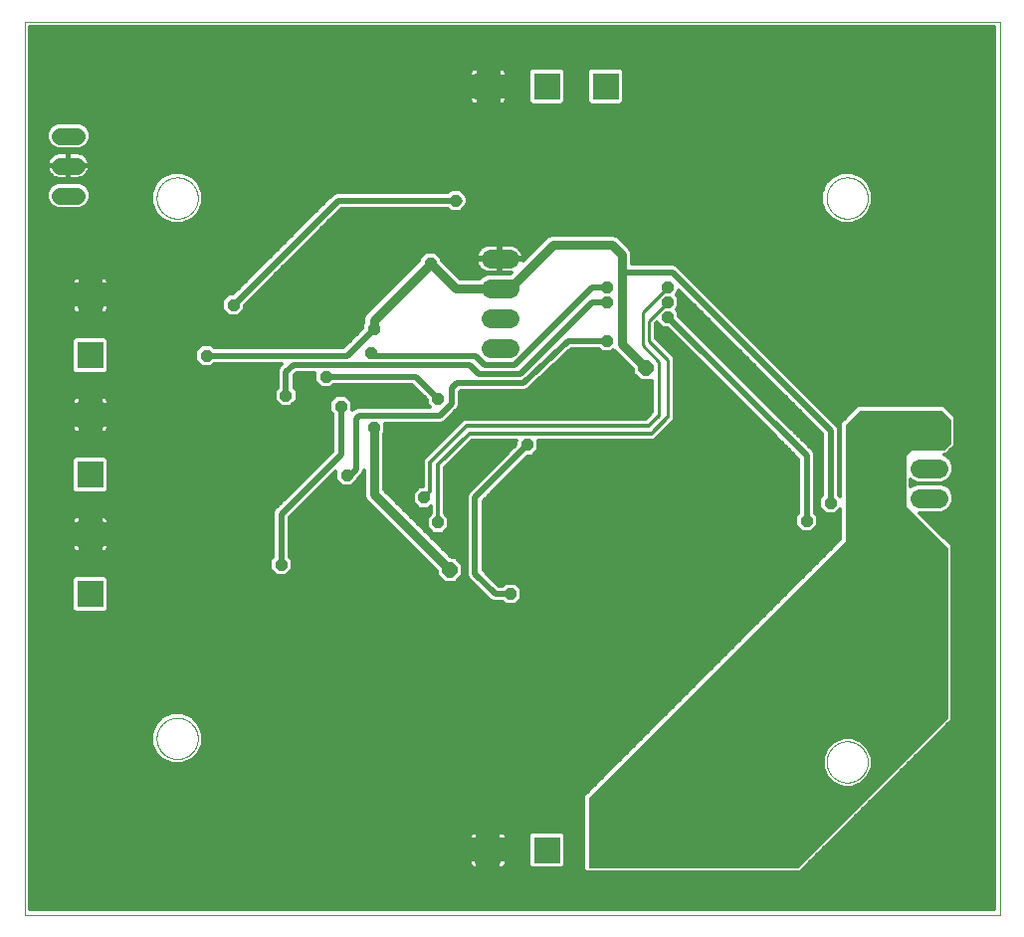
<source format=gbl>
G75*
%MOIN*%
%OFA0B0*%
%FSLAX25Y25*%
%IPPOS*%
%LPD*%
%AMOC8*
5,1,8,0,0,1.08239X$1,22.5*
%
%ADD10C,0.00000*%
%ADD11C,0.03581*%
%ADD12C,0.06337*%
%ADD13R,0.08858X0.08858*%
%ADD14C,0.05600*%
%ADD15OC8,0.05937*%
%ADD16C,0.01181*%
%ADD17R,0.05937X0.05937*%
%ADD18OC8,0.03969*%
%ADD19C,0.07874*%
%ADD20C,0.00039*%
%ADD21C,0.01102*%
%ADD22C,0.01969*%
%ADD23OC8,0.05150*%
%ADD24C,0.03150*%
D10*
X0022260Y0022260D02*
X0349031Y0022260D01*
X0349031Y0321472D01*
X0022260Y0321472D01*
X0022260Y0022260D01*
X0066551Y0081315D02*
X0066553Y0081484D01*
X0066559Y0081653D01*
X0066570Y0081822D01*
X0066584Y0081990D01*
X0066603Y0082158D01*
X0066626Y0082326D01*
X0066652Y0082493D01*
X0066683Y0082659D01*
X0066718Y0082825D01*
X0066757Y0082989D01*
X0066801Y0083153D01*
X0066848Y0083315D01*
X0066899Y0083476D01*
X0066954Y0083636D01*
X0067013Y0083795D01*
X0067075Y0083952D01*
X0067142Y0084107D01*
X0067213Y0084261D01*
X0067287Y0084413D01*
X0067365Y0084563D01*
X0067446Y0084711D01*
X0067531Y0084857D01*
X0067620Y0085001D01*
X0067712Y0085143D01*
X0067808Y0085282D01*
X0067907Y0085419D01*
X0068009Y0085554D01*
X0068115Y0085686D01*
X0068224Y0085815D01*
X0068336Y0085942D01*
X0068451Y0086066D01*
X0068569Y0086187D01*
X0068690Y0086305D01*
X0068814Y0086420D01*
X0068941Y0086532D01*
X0069070Y0086641D01*
X0069202Y0086747D01*
X0069337Y0086849D01*
X0069474Y0086948D01*
X0069613Y0087044D01*
X0069755Y0087136D01*
X0069899Y0087225D01*
X0070045Y0087310D01*
X0070193Y0087391D01*
X0070343Y0087469D01*
X0070495Y0087543D01*
X0070649Y0087614D01*
X0070804Y0087681D01*
X0070961Y0087743D01*
X0071120Y0087802D01*
X0071280Y0087857D01*
X0071441Y0087908D01*
X0071603Y0087955D01*
X0071767Y0087999D01*
X0071931Y0088038D01*
X0072097Y0088073D01*
X0072263Y0088104D01*
X0072430Y0088130D01*
X0072598Y0088153D01*
X0072766Y0088172D01*
X0072934Y0088186D01*
X0073103Y0088197D01*
X0073272Y0088203D01*
X0073441Y0088205D01*
X0073610Y0088203D01*
X0073779Y0088197D01*
X0073948Y0088186D01*
X0074116Y0088172D01*
X0074284Y0088153D01*
X0074452Y0088130D01*
X0074619Y0088104D01*
X0074785Y0088073D01*
X0074951Y0088038D01*
X0075115Y0087999D01*
X0075279Y0087955D01*
X0075441Y0087908D01*
X0075602Y0087857D01*
X0075762Y0087802D01*
X0075921Y0087743D01*
X0076078Y0087681D01*
X0076233Y0087614D01*
X0076387Y0087543D01*
X0076539Y0087469D01*
X0076689Y0087391D01*
X0076837Y0087310D01*
X0076983Y0087225D01*
X0077127Y0087136D01*
X0077269Y0087044D01*
X0077408Y0086948D01*
X0077545Y0086849D01*
X0077680Y0086747D01*
X0077812Y0086641D01*
X0077941Y0086532D01*
X0078068Y0086420D01*
X0078192Y0086305D01*
X0078313Y0086187D01*
X0078431Y0086066D01*
X0078546Y0085942D01*
X0078658Y0085815D01*
X0078767Y0085686D01*
X0078873Y0085554D01*
X0078975Y0085419D01*
X0079074Y0085282D01*
X0079170Y0085143D01*
X0079262Y0085001D01*
X0079351Y0084857D01*
X0079436Y0084711D01*
X0079517Y0084563D01*
X0079595Y0084413D01*
X0079669Y0084261D01*
X0079740Y0084107D01*
X0079807Y0083952D01*
X0079869Y0083795D01*
X0079928Y0083636D01*
X0079983Y0083476D01*
X0080034Y0083315D01*
X0080081Y0083153D01*
X0080125Y0082989D01*
X0080164Y0082825D01*
X0080199Y0082659D01*
X0080230Y0082493D01*
X0080256Y0082326D01*
X0080279Y0082158D01*
X0080298Y0081990D01*
X0080312Y0081822D01*
X0080323Y0081653D01*
X0080329Y0081484D01*
X0080331Y0081315D01*
X0080329Y0081146D01*
X0080323Y0080977D01*
X0080312Y0080808D01*
X0080298Y0080640D01*
X0080279Y0080472D01*
X0080256Y0080304D01*
X0080230Y0080137D01*
X0080199Y0079971D01*
X0080164Y0079805D01*
X0080125Y0079641D01*
X0080081Y0079477D01*
X0080034Y0079315D01*
X0079983Y0079154D01*
X0079928Y0078994D01*
X0079869Y0078835D01*
X0079807Y0078678D01*
X0079740Y0078523D01*
X0079669Y0078369D01*
X0079595Y0078217D01*
X0079517Y0078067D01*
X0079436Y0077919D01*
X0079351Y0077773D01*
X0079262Y0077629D01*
X0079170Y0077487D01*
X0079074Y0077348D01*
X0078975Y0077211D01*
X0078873Y0077076D01*
X0078767Y0076944D01*
X0078658Y0076815D01*
X0078546Y0076688D01*
X0078431Y0076564D01*
X0078313Y0076443D01*
X0078192Y0076325D01*
X0078068Y0076210D01*
X0077941Y0076098D01*
X0077812Y0075989D01*
X0077680Y0075883D01*
X0077545Y0075781D01*
X0077408Y0075682D01*
X0077269Y0075586D01*
X0077127Y0075494D01*
X0076983Y0075405D01*
X0076837Y0075320D01*
X0076689Y0075239D01*
X0076539Y0075161D01*
X0076387Y0075087D01*
X0076233Y0075016D01*
X0076078Y0074949D01*
X0075921Y0074887D01*
X0075762Y0074828D01*
X0075602Y0074773D01*
X0075441Y0074722D01*
X0075279Y0074675D01*
X0075115Y0074631D01*
X0074951Y0074592D01*
X0074785Y0074557D01*
X0074619Y0074526D01*
X0074452Y0074500D01*
X0074284Y0074477D01*
X0074116Y0074458D01*
X0073948Y0074444D01*
X0073779Y0074433D01*
X0073610Y0074427D01*
X0073441Y0074425D01*
X0073272Y0074427D01*
X0073103Y0074433D01*
X0072934Y0074444D01*
X0072766Y0074458D01*
X0072598Y0074477D01*
X0072430Y0074500D01*
X0072263Y0074526D01*
X0072097Y0074557D01*
X0071931Y0074592D01*
X0071767Y0074631D01*
X0071603Y0074675D01*
X0071441Y0074722D01*
X0071280Y0074773D01*
X0071120Y0074828D01*
X0070961Y0074887D01*
X0070804Y0074949D01*
X0070649Y0075016D01*
X0070495Y0075087D01*
X0070343Y0075161D01*
X0070193Y0075239D01*
X0070045Y0075320D01*
X0069899Y0075405D01*
X0069755Y0075494D01*
X0069613Y0075586D01*
X0069474Y0075682D01*
X0069337Y0075781D01*
X0069202Y0075883D01*
X0069070Y0075989D01*
X0068941Y0076098D01*
X0068814Y0076210D01*
X0068690Y0076325D01*
X0068569Y0076443D01*
X0068451Y0076564D01*
X0068336Y0076688D01*
X0068224Y0076815D01*
X0068115Y0076944D01*
X0068009Y0077076D01*
X0067907Y0077211D01*
X0067808Y0077348D01*
X0067712Y0077487D01*
X0067620Y0077629D01*
X0067531Y0077773D01*
X0067446Y0077919D01*
X0067365Y0078067D01*
X0067287Y0078217D01*
X0067213Y0078369D01*
X0067142Y0078523D01*
X0067075Y0078678D01*
X0067013Y0078835D01*
X0066954Y0078994D01*
X0066899Y0079154D01*
X0066848Y0079315D01*
X0066801Y0079477D01*
X0066757Y0079641D01*
X0066718Y0079805D01*
X0066683Y0079971D01*
X0066652Y0080137D01*
X0066626Y0080304D01*
X0066603Y0080472D01*
X0066584Y0080640D01*
X0066570Y0080808D01*
X0066559Y0080977D01*
X0066553Y0081146D01*
X0066551Y0081315D01*
X0066551Y0262417D02*
X0066553Y0262586D01*
X0066559Y0262755D01*
X0066570Y0262924D01*
X0066584Y0263092D01*
X0066603Y0263260D01*
X0066626Y0263428D01*
X0066652Y0263595D01*
X0066683Y0263761D01*
X0066718Y0263927D01*
X0066757Y0264091D01*
X0066801Y0264255D01*
X0066848Y0264417D01*
X0066899Y0264578D01*
X0066954Y0264738D01*
X0067013Y0264897D01*
X0067075Y0265054D01*
X0067142Y0265209D01*
X0067213Y0265363D01*
X0067287Y0265515D01*
X0067365Y0265665D01*
X0067446Y0265813D01*
X0067531Y0265959D01*
X0067620Y0266103D01*
X0067712Y0266245D01*
X0067808Y0266384D01*
X0067907Y0266521D01*
X0068009Y0266656D01*
X0068115Y0266788D01*
X0068224Y0266917D01*
X0068336Y0267044D01*
X0068451Y0267168D01*
X0068569Y0267289D01*
X0068690Y0267407D01*
X0068814Y0267522D01*
X0068941Y0267634D01*
X0069070Y0267743D01*
X0069202Y0267849D01*
X0069337Y0267951D01*
X0069474Y0268050D01*
X0069613Y0268146D01*
X0069755Y0268238D01*
X0069899Y0268327D01*
X0070045Y0268412D01*
X0070193Y0268493D01*
X0070343Y0268571D01*
X0070495Y0268645D01*
X0070649Y0268716D01*
X0070804Y0268783D01*
X0070961Y0268845D01*
X0071120Y0268904D01*
X0071280Y0268959D01*
X0071441Y0269010D01*
X0071603Y0269057D01*
X0071767Y0269101D01*
X0071931Y0269140D01*
X0072097Y0269175D01*
X0072263Y0269206D01*
X0072430Y0269232D01*
X0072598Y0269255D01*
X0072766Y0269274D01*
X0072934Y0269288D01*
X0073103Y0269299D01*
X0073272Y0269305D01*
X0073441Y0269307D01*
X0073610Y0269305D01*
X0073779Y0269299D01*
X0073948Y0269288D01*
X0074116Y0269274D01*
X0074284Y0269255D01*
X0074452Y0269232D01*
X0074619Y0269206D01*
X0074785Y0269175D01*
X0074951Y0269140D01*
X0075115Y0269101D01*
X0075279Y0269057D01*
X0075441Y0269010D01*
X0075602Y0268959D01*
X0075762Y0268904D01*
X0075921Y0268845D01*
X0076078Y0268783D01*
X0076233Y0268716D01*
X0076387Y0268645D01*
X0076539Y0268571D01*
X0076689Y0268493D01*
X0076837Y0268412D01*
X0076983Y0268327D01*
X0077127Y0268238D01*
X0077269Y0268146D01*
X0077408Y0268050D01*
X0077545Y0267951D01*
X0077680Y0267849D01*
X0077812Y0267743D01*
X0077941Y0267634D01*
X0078068Y0267522D01*
X0078192Y0267407D01*
X0078313Y0267289D01*
X0078431Y0267168D01*
X0078546Y0267044D01*
X0078658Y0266917D01*
X0078767Y0266788D01*
X0078873Y0266656D01*
X0078975Y0266521D01*
X0079074Y0266384D01*
X0079170Y0266245D01*
X0079262Y0266103D01*
X0079351Y0265959D01*
X0079436Y0265813D01*
X0079517Y0265665D01*
X0079595Y0265515D01*
X0079669Y0265363D01*
X0079740Y0265209D01*
X0079807Y0265054D01*
X0079869Y0264897D01*
X0079928Y0264738D01*
X0079983Y0264578D01*
X0080034Y0264417D01*
X0080081Y0264255D01*
X0080125Y0264091D01*
X0080164Y0263927D01*
X0080199Y0263761D01*
X0080230Y0263595D01*
X0080256Y0263428D01*
X0080279Y0263260D01*
X0080298Y0263092D01*
X0080312Y0262924D01*
X0080323Y0262755D01*
X0080329Y0262586D01*
X0080331Y0262417D01*
X0080329Y0262248D01*
X0080323Y0262079D01*
X0080312Y0261910D01*
X0080298Y0261742D01*
X0080279Y0261574D01*
X0080256Y0261406D01*
X0080230Y0261239D01*
X0080199Y0261073D01*
X0080164Y0260907D01*
X0080125Y0260743D01*
X0080081Y0260579D01*
X0080034Y0260417D01*
X0079983Y0260256D01*
X0079928Y0260096D01*
X0079869Y0259937D01*
X0079807Y0259780D01*
X0079740Y0259625D01*
X0079669Y0259471D01*
X0079595Y0259319D01*
X0079517Y0259169D01*
X0079436Y0259021D01*
X0079351Y0258875D01*
X0079262Y0258731D01*
X0079170Y0258589D01*
X0079074Y0258450D01*
X0078975Y0258313D01*
X0078873Y0258178D01*
X0078767Y0258046D01*
X0078658Y0257917D01*
X0078546Y0257790D01*
X0078431Y0257666D01*
X0078313Y0257545D01*
X0078192Y0257427D01*
X0078068Y0257312D01*
X0077941Y0257200D01*
X0077812Y0257091D01*
X0077680Y0256985D01*
X0077545Y0256883D01*
X0077408Y0256784D01*
X0077269Y0256688D01*
X0077127Y0256596D01*
X0076983Y0256507D01*
X0076837Y0256422D01*
X0076689Y0256341D01*
X0076539Y0256263D01*
X0076387Y0256189D01*
X0076233Y0256118D01*
X0076078Y0256051D01*
X0075921Y0255989D01*
X0075762Y0255930D01*
X0075602Y0255875D01*
X0075441Y0255824D01*
X0075279Y0255777D01*
X0075115Y0255733D01*
X0074951Y0255694D01*
X0074785Y0255659D01*
X0074619Y0255628D01*
X0074452Y0255602D01*
X0074284Y0255579D01*
X0074116Y0255560D01*
X0073948Y0255546D01*
X0073779Y0255535D01*
X0073610Y0255529D01*
X0073441Y0255527D01*
X0073272Y0255529D01*
X0073103Y0255535D01*
X0072934Y0255546D01*
X0072766Y0255560D01*
X0072598Y0255579D01*
X0072430Y0255602D01*
X0072263Y0255628D01*
X0072097Y0255659D01*
X0071931Y0255694D01*
X0071767Y0255733D01*
X0071603Y0255777D01*
X0071441Y0255824D01*
X0071280Y0255875D01*
X0071120Y0255930D01*
X0070961Y0255989D01*
X0070804Y0256051D01*
X0070649Y0256118D01*
X0070495Y0256189D01*
X0070343Y0256263D01*
X0070193Y0256341D01*
X0070045Y0256422D01*
X0069899Y0256507D01*
X0069755Y0256596D01*
X0069613Y0256688D01*
X0069474Y0256784D01*
X0069337Y0256883D01*
X0069202Y0256985D01*
X0069070Y0257091D01*
X0068941Y0257200D01*
X0068814Y0257312D01*
X0068690Y0257427D01*
X0068569Y0257545D01*
X0068451Y0257666D01*
X0068336Y0257790D01*
X0068224Y0257917D01*
X0068115Y0258046D01*
X0068009Y0258178D01*
X0067907Y0258313D01*
X0067808Y0258450D01*
X0067712Y0258589D01*
X0067620Y0258731D01*
X0067531Y0258875D01*
X0067446Y0259021D01*
X0067365Y0259169D01*
X0067287Y0259319D01*
X0067213Y0259471D01*
X0067142Y0259625D01*
X0067075Y0259780D01*
X0067013Y0259937D01*
X0066954Y0260096D01*
X0066899Y0260256D01*
X0066848Y0260417D01*
X0066801Y0260579D01*
X0066757Y0260743D01*
X0066718Y0260907D01*
X0066683Y0261073D01*
X0066652Y0261239D01*
X0066626Y0261406D01*
X0066603Y0261574D01*
X0066584Y0261742D01*
X0066570Y0261910D01*
X0066559Y0262079D01*
X0066553Y0262248D01*
X0066551Y0262417D01*
X0290960Y0262417D02*
X0290962Y0262586D01*
X0290968Y0262755D01*
X0290979Y0262924D01*
X0290993Y0263092D01*
X0291012Y0263260D01*
X0291035Y0263428D01*
X0291061Y0263595D01*
X0291092Y0263761D01*
X0291127Y0263927D01*
X0291166Y0264091D01*
X0291210Y0264255D01*
X0291257Y0264417D01*
X0291308Y0264578D01*
X0291363Y0264738D01*
X0291422Y0264897D01*
X0291484Y0265054D01*
X0291551Y0265209D01*
X0291622Y0265363D01*
X0291696Y0265515D01*
X0291774Y0265665D01*
X0291855Y0265813D01*
X0291940Y0265959D01*
X0292029Y0266103D01*
X0292121Y0266245D01*
X0292217Y0266384D01*
X0292316Y0266521D01*
X0292418Y0266656D01*
X0292524Y0266788D01*
X0292633Y0266917D01*
X0292745Y0267044D01*
X0292860Y0267168D01*
X0292978Y0267289D01*
X0293099Y0267407D01*
X0293223Y0267522D01*
X0293350Y0267634D01*
X0293479Y0267743D01*
X0293611Y0267849D01*
X0293746Y0267951D01*
X0293883Y0268050D01*
X0294022Y0268146D01*
X0294164Y0268238D01*
X0294308Y0268327D01*
X0294454Y0268412D01*
X0294602Y0268493D01*
X0294752Y0268571D01*
X0294904Y0268645D01*
X0295058Y0268716D01*
X0295213Y0268783D01*
X0295370Y0268845D01*
X0295529Y0268904D01*
X0295689Y0268959D01*
X0295850Y0269010D01*
X0296012Y0269057D01*
X0296176Y0269101D01*
X0296340Y0269140D01*
X0296506Y0269175D01*
X0296672Y0269206D01*
X0296839Y0269232D01*
X0297007Y0269255D01*
X0297175Y0269274D01*
X0297343Y0269288D01*
X0297512Y0269299D01*
X0297681Y0269305D01*
X0297850Y0269307D01*
X0298019Y0269305D01*
X0298188Y0269299D01*
X0298357Y0269288D01*
X0298525Y0269274D01*
X0298693Y0269255D01*
X0298861Y0269232D01*
X0299028Y0269206D01*
X0299194Y0269175D01*
X0299360Y0269140D01*
X0299524Y0269101D01*
X0299688Y0269057D01*
X0299850Y0269010D01*
X0300011Y0268959D01*
X0300171Y0268904D01*
X0300330Y0268845D01*
X0300487Y0268783D01*
X0300642Y0268716D01*
X0300796Y0268645D01*
X0300948Y0268571D01*
X0301098Y0268493D01*
X0301246Y0268412D01*
X0301392Y0268327D01*
X0301536Y0268238D01*
X0301678Y0268146D01*
X0301817Y0268050D01*
X0301954Y0267951D01*
X0302089Y0267849D01*
X0302221Y0267743D01*
X0302350Y0267634D01*
X0302477Y0267522D01*
X0302601Y0267407D01*
X0302722Y0267289D01*
X0302840Y0267168D01*
X0302955Y0267044D01*
X0303067Y0266917D01*
X0303176Y0266788D01*
X0303282Y0266656D01*
X0303384Y0266521D01*
X0303483Y0266384D01*
X0303579Y0266245D01*
X0303671Y0266103D01*
X0303760Y0265959D01*
X0303845Y0265813D01*
X0303926Y0265665D01*
X0304004Y0265515D01*
X0304078Y0265363D01*
X0304149Y0265209D01*
X0304216Y0265054D01*
X0304278Y0264897D01*
X0304337Y0264738D01*
X0304392Y0264578D01*
X0304443Y0264417D01*
X0304490Y0264255D01*
X0304534Y0264091D01*
X0304573Y0263927D01*
X0304608Y0263761D01*
X0304639Y0263595D01*
X0304665Y0263428D01*
X0304688Y0263260D01*
X0304707Y0263092D01*
X0304721Y0262924D01*
X0304732Y0262755D01*
X0304738Y0262586D01*
X0304740Y0262417D01*
X0304738Y0262248D01*
X0304732Y0262079D01*
X0304721Y0261910D01*
X0304707Y0261742D01*
X0304688Y0261574D01*
X0304665Y0261406D01*
X0304639Y0261239D01*
X0304608Y0261073D01*
X0304573Y0260907D01*
X0304534Y0260743D01*
X0304490Y0260579D01*
X0304443Y0260417D01*
X0304392Y0260256D01*
X0304337Y0260096D01*
X0304278Y0259937D01*
X0304216Y0259780D01*
X0304149Y0259625D01*
X0304078Y0259471D01*
X0304004Y0259319D01*
X0303926Y0259169D01*
X0303845Y0259021D01*
X0303760Y0258875D01*
X0303671Y0258731D01*
X0303579Y0258589D01*
X0303483Y0258450D01*
X0303384Y0258313D01*
X0303282Y0258178D01*
X0303176Y0258046D01*
X0303067Y0257917D01*
X0302955Y0257790D01*
X0302840Y0257666D01*
X0302722Y0257545D01*
X0302601Y0257427D01*
X0302477Y0257312D01*
X0302350Y0257200D01*
X0302221Y0257091D01*
X0302089Y0256985D01*
X0301954Y0256883D01*
X0301817Y0256784D01*
X0301678Y0256688D01*
X0301536Y0256596D01*
X0301392Y0256507D01*
X0301246Y0256422D01*
X0301098Y0256341D01*
X0300948Y0256263D01*
X0300796Y0256189D01*
X0300642Y0256118D01*
X0300487Y0256051D01*
X0300330Y0255989D01*
X0300171Y0255930D01*
X0300011Y0255875D01*
X0299850Y0255824D01*
X0299688Y0255777D01*
X0299524Y0255733D01*
X0299360Y0255694D01*
X0299194Y0255659D01*
X0299028Y0255628D01*
X0298861Y0255602D01*
X0298693Y0255579D01*
X0298525Y0255560D01*
X0298357Y0255546D01*
X0298188Y0255535D01*
X0298019Y0255529D01*
X0297850Y0255527D01*
X0297681Y0255529D01*
X0297512Y0255535D01*
X0297343Y0255546D01*
X0297175Y0255560D01*
X0297007Y0255579D01*
X0296839Y0255602D01*
X0296672Y0255628D01*
X0296506Y0255659D01*
X0296340Y0255694D01*
X0296176Y0255733D01*
X0296012Y0255777D01*
X0295850Y0255824D01*
X0295689Y0255875D01*
X0295529Y0255930D01*
X0295370Y0255989D01*
X0295213Y0256051D01*
X0295058Y0256118D01*
X0294904Y0256189D01*
X0294752Y0256263D01*
X0294602Y0256341D01*
X0294454Y0256422D01*
X0294308Y0256507D01*
X0294164Y0256596D01*
X0294022Y0256688D01*
X0293883Y0256784D01*
X0293746Y0256883D01*
X0293611Y0256985D01*
X0293479Y0257091D01*
X0293350Y0257200D01*
X0293223Y0257312D01*
X0293099Y0257427D01*
X0292978Y0257545D01*
X0292860Y0257666D01*
X0292745Y0257790D01*
X0292633Y0257917D01*
X0292524Y0258046D01*
X0292418Y0258178D01*
X0292316Y0258313D01*
X0292217Y0258450D01*
X0292121Y0258589D01*
X0292029Y0258731D01*
X0291940Y0258875D01*
X0291855Y0259021D01*
X0291774Y0259169D01*
X0291696Y0259319D01*
X0291622Y0259471D01*
X0291551Y0259625D01*
X0291484Y0259780D01*
X0291422Y0259937D01*
X0291363Y0260096D01*
X0291308Y0260256D01*
X0291257Y0260417D01*
X0291210Y0260579D01*
X0291166Y0260743D01*
X0291127Y0260907D01*
X0291092Y0261073D01*
X0291061Y0261239D01*
X0291035Y0261406D01*
X0291012Y0261574D01*
X0290993Y0261742D01*
X0290979Y0261910D01*
X0290968Y0262079D01*
X0290962Y0262248D01*
X0290960Y0262417D01*
X0290960Y0073441D02*
X0290962Y0073610D01*
X0290968Y0073779D01*
X0290979Y0073948D01*
X0290993Y0074116D01*
X0291012Y0074284D01*
X0291035Y0074452D01*
X0291061Y0074619D01*
X0291092Y0074785D01*
X0291127Y0074951D01*
X0291166Y0075115D01*
X0291210Y0075279D01*
X0291257Y0075441D01*
X0291308Y0075602D01*
X0291363Y0075762D01*
X0291422Y0075921D01*
X0291484Y0076078D01*
X0291551Y0076233D01*
X0291622Y0076387D01*
X0291696Y0076539D01*
X0291774Y0076689D01*
X0291855Y0076837D01*
X0291940Y0076983D01*
X0292029Y0077127D01*
X0292121Y0077269D01*
X0292217Y0077408D01*
X0292316Y0077545D01*
X0292418Y0077680D01*
X0292524Y0077812D01*
X0292633Y0077941D01*
X0292745Y0078068D01*
X0292860Y0078192D01*
X0292978Y0078313D01*
X0293099Y0078431D01*
X0293223Y0078546D01*
X0293350Y0078658D01*
X0293479Y0078767D01*
X0293611Y0078873D01*
X0293746Y0078975D01*
X0293883Y0079074D01*
X0294022Y0079170D01*
X0294164Y0079262D01*
X0294308Y0079351D01*
X0294454Y0079436D01*
X0294602Y0079517D01*
X0294752Y0079595D01*
X0294904Y0079669D01*
X0295058Y0079740D01*
X0295213Y0079807D01*
X0295370Y0079869D01*
X0295529Y0079928D01*
X0295689Y0079983D01*
X0295850Y0080034D01*
X0296012Y0080081D01*
X0296176Y0080125D01*
X0296340Y0080164D01*
X0296506Y0080199D01*
X0296672Y0080230D01*
X0296839Y0080256D01*
X0297007Y0080279D01*
X0297175Y0080298D01*
X0297343Y0080312D01*
X0297512Y0080323D01*
X0297681Y0080329D01*
X0297850Y0080331D01*
X0298019Y0080329D01*
X0298188Y0080323D01*
X0298357Y0080312D01*
X0298525Y0080298D01*
X0298693Y0080279D01*
X0298861Y0080256D01*
X0299028Y0080230D01*
X0299194Y0080199D01*
X0299360Y0080164D01*
X0299524Y0080125D01*
X0299688Y0080081D01*
X0299850Y0080034D01*
X0300011Y0079983D01*
X0300171Y0079928D01*
X0300330Y0079869D01*
X0300487Y0079807D01*
X0300642Y0079740D01*
X0300796Y0079669D01*
X0300948Y0079595D01*
X0301098Y0079517D01*
X0301246Y0079436D01*
X0301392Y0079351D01*
X0301536Y0079262D01*
X0301678Y0079170D01*
X0301817Y0079074D01*
X0301954Y0078975D01*
X0302089Y0078873D01*
X0302221Y0078767D01*
X0302350Y0078658D01*
X0302477Y0078546D01*
X0302601Y0078431D01*
X0302722Y0078313D01*
X0302840Y0078192D01*
X0302955Y0078068D01*
X0303067Y0077941D01*
X0303176Y0077812D01*
X0303282Y0077680D01*
X0303384Y0077545D01*
X0303483Y0077408D01*
X0303579Y0077269D01*
X0303671Y0077127D01*
X0303760Y0076983D01*
X0303845Y0076837D01*
X0303926Y0076689D01*
X0304004Y0076539D01*
X0304078Y0076387D01*
X0304149Y0076233D01*
X0304216Y0076078D01*
X0304278Y0075921D01*
X0304337Y0075762D01*
X0304392Y0075602D01*
X0304443Y0075441D01*
X0304490Y0075279D01*
X0304534Y0075115D01*
X0304573Y0074951D01*
X0304608Y0074785D01*
X0304639Y0074619D01*
X0304665Y0074452D01*
X0304688Y0074284D01*
X0304707Y0074116D01*
X0304721Y0073948D01*
X0304732Y0073779D01*
X0304738Y0073610D01*
X0304740Y0073441D01*
X0304738Y0073272D01*
X0304732Y0073103D01*
X0304721Y0072934D01*
X0304707Y0072766D01*
X0304688Y0072598D01*
X0304665Y0072430D01*
X0304639Y0072263D01*
X0304608Y0072097D01*
X0304573Y0071931D01*
X0304534Y0071767D01*
X0304490Y0071603D01*
X0304443Y0071441D01*
X0304392Y0071280D01*
X0304337Y0071120D01*
X0304278Y0070961D01*
X0304216Y0070804D01*
X0304149Y0070649D01*
X0304078Y0070495D01*
X0304004Y0070343D01*
X0303926Y0070193D01*
X0303845Y0070045D01*
X0303760Y0069899D01*
X0303671Y0069755D01*
X0303579Y0069613D01*
X0303483Y0069474D01*
X0303384Y0069337D01*
X0303282Y0069202D01*
X0303176Y0069070D01*
X0303067Y0068941D01*
X0302955Y0068814D01*
X0302840Y0068690D01*
X0302722Y0068569D01*
X0302601Y0068451D01*
X0302477Y0068336D01*
X0302350Y0068224D01*
X0302221Y0068115D01*
X0302089Y0068009D01*
X0301954Y0067907D01*
X0301817Y0067808D01*
X0301678Y0067712D01*
X0301536Y0067620D01*
X0301392Y0067531D01*
X0301246Y0067446D01*
X0301098Y0067365D01*
X0300948Y0067287D01*
X0300796Y0067213D01*
X0300642Y0067142D01*
X0300487Y0067075D01*
X0300330Y0067013D01*
X0300171Y0066954D01*
X0300011Y0066899D01*
X0299850Y0066848D01*
X0299688Y0066801D01*
X0299524Y0066757D01*
X0299360Y0066718D01*
X0299194Y0066683D01*
X0299028Y0066652D01*
X0298861Y0066626D01*
X0298693Y0066603D01*
X0298525Y0066584D01*
X0298357Y0066570D01*
X0298188Y0066559D01*
X0298019Y0066553D01*
X0297850Y0066551D01*
X0297681Y0066553D01*
X0297512Y0066559D01*
X0297343Y0066570D01*
X0297175Y0066584D01*
X0297007Y0066603D01*
X0296839Y0066626D01*
X0296672Y0066652D01*
X0296506Y0066683D01*
X0296340Y0066718D01*
X0296176Y0066757D01*
X0296012Y0066801D01*
X0295850Y0066848D01*
X0295689Y0066899D01*
X0295529Y0066954D01*
X0295370Y0067013D01*
X0295213Y0067075D01*
X0295058Y0067142D01*
X0294904Y0067213D01*
X0294752Y0067287D01*
X0294602Y0067365D01*
X0294454Y0067446D01*
X0294308Y0067531D01*
X0294164Y0067620D01*
X0294022Y0067712D01*
X0293883Y0067808D01*
X0293746Y0067907D01*
X0293611Y0068009D01*
X0293479Y0068115D01*
X0293350Y0068224D01*
X0293223Y0068336D01*
X0293099Y0068451D01*
X0292978Y0068569D01*
X0292860Y0068690D01*
X0292745Y0068814D01*
X0292633Y0068941D01*
X0292524Y0069070D01*
X0292418Y0069202D01*
X0292316Y0069337D01*
X0292217Y0069474D01*
X0292121Y0069613D01*
X0292029Y0069755D01*
X0291940Y0069899D01*
X0291855Y0070045D01*
X0291774Y0070193D01*
X0291696Y0070343D01*
X0291622Y0070495D01*
X0291551Y0070649D01*
X0291484Y0070804D01*
X0291422Y0070961D01*
X0291363Y0071120D01*
X0291308Y0071280D01*
X0291257Y0071441D01*
X0291210Y0071603D01*
X0291166Y0071767D01*
X0291127Y0071931D01*
X0291092Y0072097D01*
X0291061Y0072263D01*
X0291035Y0072430D01*
X0291012Y0072598D01*
X0290993Y0072766D01*
X0290979Y0072934D01*
X0290968Y0073103D01*
X0290962Y0073272D01*
X0290960Y0073441D01*
D11*
X0182378Y0140811D03*
X0178441Y0140811D03*
X0178441Y0144748D03*
X0182378Y0144748D03*
D12*
X0184625Y0212039D02*
X0178288Y0212039D01*
X0178288Y0222039D02*
X0184625Y0222039D01*
X0184625Y0232039D02*
X0178288Y0232039D01*
X0178288Y0242039D02*
X0184625Y0242039D01*
X0322241Y0181866D02*
X0328578Y0181866D01*
X0328578Y0171866D02*
X0322241Y0171866D01*
X0322241Y0161866D02*
X0328578Y0161866D01*
D13*
X0216945Y0043913D03*
X0197260Y0043913D03*
X0177575Y0043913D03*
X0044307Y0129740D03*
X0044307Y0149740D03*
X0044307Y0169740D03*
X0044307Y0189740D03*
X0044307Y0209740D03*
X0044307Y0229740D03*
X0177575Y0299819D03*
X0197260Y0299819D03*
X0216945Y0299819D03*
D14*
X0039816Y0283252D02*
X0034216Y0283252D01*
X0034216Y0273252D02*
X0039816Y0273252D01*
X0039816Y0263252D02*
X0034216Y0263252D01*
D15*
X0122961Y0187039D03*
X0192457Y0137031D03*
X0210961Y0192039D03*
D16*
X0198158Y0205100D02*
X0225999Y0205100D01*
X0226083Y0205015D02*
X0226083Y0203601D01*
X0228641Y0201044D01*
X0232257Y0201044D01*
X0232418Y0201205D01*
X0232418Y0190616D01*
X0230274Y0188472D01*
X0169356Y0188472D01*
X0155706Y0174821D01*
X0155706Y0165798D01*
X0154555Y0165798D01*
X0152343Y0163587D01*
X0152343Y0160460D01*
X0154555Y0158249D01*
X0157682Y0158249D01*
X0158422Y0158989D01*
X0158422Y0156634D01*
X0157028Y0155241D01*
X0157028Y0152114D01*
X0159240Y0149902D01*
X0162367Y0149902D01*
X0164578Y0152114D01*
X0164578Y0155241D01*
X0163184Y0156634D01*
X0163184Y0172148D01*
X0172246Y0181209D01*
X0186942Y0181209D01*
X0186918Y0181186D01*
X0186918Y0179759D01*
X0171198Y0163934D01*
X0170813Y0163548D01*
X0170811Y0163544D01*
X0170808Y0163540D01*
X0170600Y0163034D01*
X0170391Y0162528D01*
X0170391Y0162523D01*
X0170389Y0162519D01*
X0170391Y0161973D01*
X0170391Y0136007D01*
X0170813Y0134987D01*
X0171594Y0134207D01*
X0178365Y0127435D01*
X0179385Y0127013D01*
X0182531Y0127013D01*
X0183531Y0126013D01*
X0186658Y0126013D01*
X0188869Y0128224D01*
X0188869Y0131351D01*
X0186658Y0133562D01*
X0183531Y0133562D01*
X0182531Y0132562D01*
X0181086Y0132562D01*
X0175940Y0137708D01*
X0175940Y0160832D01*
X0190854Y0175847D01*
X0192256Y0175847D01*
X0194468Y0178058D01*
X0194468Y0181186D01*
X0194444Y0181209D01*
X0233246Y0181209D01*
X0240141Y0188104D01*
X0240141Y0190077D01*
X0240102Y0190116D01*
X0240102Y0209061D01*
X0233602Y0215561D01*
X0233602Y0220121D01*
X0234247Y0220766D01*
X0236196Y0218816D01*
X0237610Y0218816D01*
X0281485Y0174941D01*
X0281485Y0156823D01*
X0280485Y0155823D01*
X0280485Y0152696D01*
X0282696Y0150485D01*
X0285823Y0150485D01*
X0288035Y0152696D01*
X0288035Y0155823D01*
X0287035Y0156823D01*
X0287035Y0176642D01*
X0286612Y0177662D01*
X0241535Y0222740D01*
X0241535Y0224154D01*
X0240598Y0225091D01*
X0241535Y0226027D01*
X0241535Y0229154D01*
X0240598Y0230091D01*
X0241535Y0231027D01*
X0241535Y0231392D01*
X0289485Y0183441D01*
X0289485Y0162823D01*
X0288485Y0161823D01*
X0288485Y0158696D01*
X0290696Y0156485D01*
X0293823Y0156485D01*
X0295450Y0158111D01*
X0295450Y0148010D01*
X0209450Y0062010D01*
X0209450Y0037510D01*
X0210510Y0036450D01*
X0282010Y0036450D01*
X0333070Y0087510D01*
X0333070Y0146010D01*
X0332010Y0147070D01*
X0322173Y0156907D01*
X0329564Y0156907D01*
X0331387Y0157662D01*
X0332782Y0159057D01*
X0333537Y0160880D01*
X0333537Y0162853D01*
X0332782Y0164675D01*
X0331387Y0166070D01*
X0329564Y0166825D01*
X0321255Y0166825D01*
X0319432Y0166070D01*
X0319070Y0165708D01*
X0319070Y0168024D01*
X0319432Y0167662D01*
X0321255Y0166907D01*
X0329564Y0166907D01*
X0331387Y0167662D01*
X0332782Y0169057D01*
X0333537Y0170880D01*
X0333537Y0172853D01*
X0332782Y0174675D01*
X0331387Y0176070D01*
X0330471Y0176450D01*
X0331010Y0176450D01*
X0332070Y0177510D01*
X0334070Y0179510D01*
X0334070Y0189010D01*
X0333010Y0190070D01*
X0330010Y0193070D01*
X0301510Y0193070D01*
X0300450Y0192010D01*
X0295450Y0187010D01*
X0295450Y0162408D01*
X0295035Y0162823D01*
X0295035Y0185142D01*
X0294612Y0186162D01*
X0293832Y0186943D01*
X0240832Y0239943D01*
X0239812Y0240365D01*
X0225625Y0240365D01*
X0225625Y0244260D01*
X0225113Y0245497D01*
X0221087Y0249522D01*
X0219851Y0250035D01*
X0198756Y0250035D01*
X0197519Y0249522D01*
X0189332Y0241335D01*
X0189381Y0241646D01*
X0181850Y0241646D01*
X0181850Y0237280D01*
X0185000Y0237280D01*
X0185329Y0237332D01*
X0184995Y0236998D01*
X0177302Y0236998D01*
X0175479Y0236243D01*
X0174640Y0235405D01*
X0168205Y0235405D01*
X0162035Y0241575D01*
X0162035Y0242154D01*
X0159823Y0244365D01*
X0156696Y0244365D01*
X0154485Y0242154D01*
X0154485Y0241575D01*
X0137354Y0224444D01*
X0136407Y0223497D01*
X0135894Y0222260D01*
X0135894Y0220564D01*
X0135485Y0220154D01*
X0135485Y0218740D01*
X0129110Y0212365D01*
X0085823Y0212365D01*
X0084823Y0213365D01*
X0081696Y0213365D01*
X0079485Y0211154D01*
X0079485Y0208027D01*
X0081696Y0205816D01*
X0084823Y0205816D01*
X0085823Y0206816D01*
X0108561Y0206816D01*
X0107506Y0205761D01*
X0107083Y0204741D01*
X0107083Y0198839D01*
X0106083Y0197839D01*
X0106083Y0194712D01*
X0108295Y0192501D01*
X0111422Y0192501D01*
X0113633Y0194712D01*
X0113633Y0197839D01*
X0112633Y0198839D01*
X0112633Y0203040D01*
X0113409Y0203816D01*
X0119485Y0203816D01*
X0119485Y0201027D01*
X0121696Y0198816D01*
X0124823Y0198816D01*
X0125823Y0199816D01*
X0152110Y0199816D01*
X0156985Y0194941D01*
X0156985Y0193527D01*
X0158147Y0192365D01*
X0133708Y0192365D01*
X0132688Y0191943D01*
X0132035Y0191289D01*
X0132035Y0194154D01*
X0129823Y0196365D01*
X0126696Y0196365D01*
X0124485Y0194154D01*
X0124485Y0191027D01*
X0125485Y0190027D01*
X0125485Y0177582D01*
X0105907Y0158005D01*
X0105485Y0156985D01*
X0105485Y0142154D01*
X0104485Y0141154D01*
X0104485Y0138027D01*
X0106696Y0135816D01*
X0109823Y0135816D01*
X0112035Y0138027D01*
X0112035Y0141154D01*
X0111035Y0142154D01*
X0111035Y0155284D01*
X0126485Y0170734D01*
X0126485Y0168027D01*
X0128696Y0165816D01*
X0131823Y0165816D01*
X0134035Y0168027D01*
X0134035Y0168441D01*
X0134832Y0169238D01*
X0135612Y0170019D01*
X0136013Y0170985D01*
X0136013Y0162590D01*
X0136525Y0161354D01*
X0160501Y0137378D01*
X0160501Y0135963D01*
X0163058Y0133406D01*
X0166674Y0133406D01*
X0169231Y0135963D01*
X0169231Y0139580D01*
X0166674Y0142137D01*
X0165260Y0142137D01*
X0142743Y0164654D01*
X0142743Y0183610D01*
X0143153Y0184019D01*
X0143153Y0186816D01*
X0161843Y0186816D01*
X0162863Y0187238D01*
X0163644Y0188019D01*
X0167612Y0191987D01*
X0168035Y0193007D01*
X0168035Y0197473D01*
X0168378Y0197816D01*
X0189212Y0197816D01*
X0189716Y0197798D01*
X0189762Y0197816D01*
X0189812Y0197816D01*
X0190277Y0198009D01*
X0190750Y0198185D01*
X0190786Y0198219D01*
X0190832Y0198238D01*
X0191188Y0198595D01*
X0205354Y0211816D01*
X0214696Y0211816D01*
X0215696Y0210816D01*
X0218823Y0210816D01*
X0219553Y0211546D01*
X0220354Y0210745D01*
X0226083Y0205015D01*
X0226083Y0203920D02*
X0196894Y0203920D01*
X0195630Y0202741D02*
X0226944Y0202741D01*
X0228124Y0201561D02*
X0194366Y0201561D01*
X0193103Y0200382D02*
X0232418Y0200382D01*
X0232418Y0199202D02*
X0191839Y0199202D01*
X0190314Y0198022D02*
X0232418Y0198022D01*
X0232418Y0196843D02*
X0168035Y0196843D01*
X0168035Y0195663D02*
X0232418Y0195663D01*
X0232418Y0194483D02*
X0168035Y0194483D01*
X0168035Y0193304D02*
X0232418Y0193304D01*
X0232418Y0192124D02*
X0167669Y0192124D01*
X0166570Y0190945D02*
X0232418Y0190945D01*
X0231567Y0189765D02*
X0165390Y0189765D01*
X0164210Y0188585D02*
X0230387Y0188585D01*
X0231260Y0186091D02*
X0170343Y0186091D01*
X0158087Y0173835D01*
X0158087Y0163992D01*
X0156118Y0162024D01*
X0153708Y0159095D02*
X0148302Y0159095D01*
X0147122Y0160275D02*
X0152529Y0160275D01*
X0152343Y0161454D02*
X0145943Y0161454D01*
X0144763Y0162634D02*
X0152343Y0162634D01*
X0152570Y0163813D02*
X0143584Y0163813D01*
X0142743Y0164993D02*
X0153749Y0164993D01*
X0155706Y0166173D02*
X0142743Y0166173D01*
X0142743Y0167352D02*
X0155706Y0167352D01*
X0155706Y0168532D02*
X0142743Y0168532D01*
X0142743Y0169712D02*
X0155706Y0169712D01*
X0155706Y0170891D02*
X0142743Y0170891D01*
X0142743Y0172071D02*
X0155706Y0172071D01*
X0155706Y0173250D02*
X0142743Y0173250D01*
X0142743Y0174430D02*
X0155706Y0174430D01*
X0156494Y0175610D02*
X0142743Y0175610D01*
X0142743Y0176789D02*
X0157674Y0176789D01*
X0158853Y0177969D02*
X0142743Y0177969D01*
X0142743Y0179148D02*
X0160033Y0179148D01*
X0161213Y0180328D02*
X0142743Y0180328D01*
X0142743Y0181508D02*
X0162392Y0181508D01*
X0163572Y0182687D02*
X0142743Y0182687D01*
X0143001Y0183867D02*
X0164752Y0183867D01*
X0165931Y0185047D02*
X0143153Y0185047D01*
X0143153Y0186226D02*
X0167111Y0186226D01*
X0168290Y0187406D02*
X0163031Y0187406D01*
X0157208Y0193304D02*
X0132035Y0193304D01*
X0132035Y0192124D02*
X0133126Y0192124D01*
X0131705Y0194483D02*
X0156985Y0194483D01*
X0156263Y0195663D02*
X0130526Y0195663D01*
X0125994Y0195663D02*
X0113633Y0195663D01*
X0113633Y0196843D02*
X0155084Y0196843D01*
X0153904Y0198022D02*
X0113450Y0198022D01*
X0112633Y0199202D02*
X0121310Y0199202D01*
X0120131Y0200382D02*
X0112633Y0200382D01*
X0112633Y0201561D02*
X0119485Y0201561D01*
X0119485Y0202741D02*
X0112633Y0202741D01*
X0107083Y0202741D02*
X0024050Y0202741D01*
X0024050Y0203920D02*
X0038736Y0203920D01*
X0039136Y0203520D02*
X0038087Y0204569D01*
X0038087Y0214911D01*
X0039136Y0215960D01*
X0049478Y0215960D01*
X0050527Y0214911D01*
X0050527Y0204569D01*
X0049478Y0203520D01*
X0039136Y0203520D01*
X0038087Y0205100D02*
X0024050Y0205100D01*
X0024050Y0206280D02*
X0038087Y0206280D01*
X0038087Y0207459D02*
X0024050Y0207459D01*
X0024050Y0208639D02*
X0038087Y0208639D01*
X0038087Y0209818D02*
X0024050Y0209818D01*
X0024050Y0210998D02*
X0038087Y0210998D01*
X0038087Y0212178D02*
X0024050Y0212178D01*
X0024050Y0213357D02*
X0038087Y0213357D01*
X0038087Y0214537D02*
X0024050Y0214537D01*
X0024050Y0215716D02*
X0038893Y0215716D01*
X0049721Y0215716D02*
X0132462Y0215716D01*
X0131282Y0214537D02*
X0050527Y0214537D01*
X0050527Y0213357D02*
X0081688Y0213357D01*
X0080509Y0212178D02*
X0050527Y0212178D01*
X0050527Y0210998D02*
X0079485Y0210998D01*
X0079485Y0209818D02*
X0050527Y0209818D01*
X0050527Y0208639D02*
X0079485Y0208639D01*
X0080053Y0207459D02*
X0050527Y0207459D01*
X0050527Y0206280D02*
X0081232Y0206280D01*
X0085287Y0206280D02*
X0108025Y0206280D01*
X0107232Y0205100D02*
X0050527Y0205100D01*
X0049878Y0203920D02*
X0107083Y0203920D01*
X0107083Y0201561D02*
X0024050Y0201561D01*
X0024050Y0200382D02*
X0107083Y0200382D01*
X0107083Y0199202D02*
X0024050Y0199202D01*
X0024050Y0198022D02*
X0106267Y0198022D01*
X0106083Y0196843D02*
X0024050Y0196843D01*
X0024050Y0195663D02*
X0039307Y0195663D01*
X0039264Y0195651D02*
X0038901Y0195442D01*
X0038605Y0195146D01*
X0038396Y0194783D01*
X0038287Y0194379D01*
X0038287Y0190331D01*
X0043716Y0190331D01*
X0043716Y0189150D01*
X0038287Y0189150D01*
X0038287Y0185102D01*
X0038396Y0184697D01*
X0038605Y0184334D01*
X0038901Y0184038D01*
X0039264Y0183829D01*
X0039669Y0183720D01*
X0043717Y0183720D01*
X0043717Y0189150D01*
X0044898Y0189150D01*
X0044898Y0190331D01*
X0043717Y0190331D01*
X0043717Y0195760D01*
X0039669Y0195760D01*
X0039264Y0195651D01*
X0038315Y0194483D02*
X0024050Y0194483D01*
X0024050Y0193304D02*
X0038287Y0193304D01*
X0038287Y0192124D02*
X0024050Y0192124D01*
X0024050Y0190945D02*
X0038287Y0190945D01*
X0038287Y0188585D02*
X0024050Y0188585D01*
X0024050Y0187406D02*
X0038287Y0187406D01*
X0038287Y0186226D02*
X0024050Y0186226D01*
X0024050Y0185047D02*
X0038302Y0185047D01*
X0039198Y0183867D02*
X0024050Y0183867D01*
X0024050Y0182687D02*
X0125485Y0182687D01*
X0125485Y0181508D02*
X0024050Y0181508D01*
X0024050Y0180328D02*
X0125485Y0180328D01*
X0125485Y0179148D02*
X0024050Y0179148D01*
X0024050Y0177969D02*
X0125485Y0177969D01*
X0124692Y0176789D02*
X0024050Y0176789D01*
X0024050Y0175610D02*
X0038786Y0175610D01*
X0039136Y0175960D02*
X0038087Y0174911D01*
X0038087Y0164569D01*
X0039136Y0163520D01*
X0049478Y0163520D01*
X0050527Y0164569D01*
X0050527Y0174911D01*
X0049478Y0175960D01*
X0039136Y0175960D01*
X0038087Y0174430D02*
X0024050Y0174430D01*
X0024050Y0173250D02*
X0038087Y0173250D01*
X0038087Y0172071D02*
X0024050Y0172071D01*
X0024050Y0170891D02*
X0038087Y0170891D01*
X0038087Y0169712D02*
X0024050Y0169712D01*
X0024050Y0168532D02*
X0038087Y0168532D01*
X0038087Y0167352D02*
X0024050Y0167352D01*
X0024050Y0166173D02*
X0038087Y0166173D01*
X0038087Y0164993D02*
X0024050Y0164993D01*
X0024050Y0163813D02*
X0038843Y0163813D01*
X0039669Y0155760D02*
X0039264Y0155651D01*
X0038901Y0155442D01*
X0038605Y0155146D01*
X0038396Y0154783D01*
X0038287Y0154379D01*
X0038287Y0150331D01*
X0043716Y0150331D01*
X0043716Y0149150D01*
X0038287Y0149150D01*
X0038287Y0145102D01*
X0038396Y0144697D01*
X0038605Y0144334D01*
X0038901Y0144038D01*
X0039264Y0143829D01*
X0039669Y0143720D01*
X0043717Y0143720D01*
X0043717Y0149150D01*
X0044898Y0149150D01*
X0044898Y0150331D01*
X0043717Y0150331D01*
X0043717Y0155760D01*
X0039669Y0155760D01*
X0039099Y0155556D02*
X0024050Y0155556D01*
X0024050Y0154377D02*
X0038287Y0154377D01*
X0038287Y0153197D02*
X0024050Y0153197D01*
X0024050Y0152017D02*
X0038287Y0152017D01*
X0038287Y0150838D02*
X0024050Y0150838D01*
X0024050Y0149658D02*
X0043716Y0149658D01*
X0043717Y0148479D02*
X0044898Y0148479D01*
X0044898Y0149150D02*
X0044898Y0143720D01*
X0048946Y0143720D01*
X0049350Y0143829D01*
X0049713Y0144038D01*
X0050009Y0144334D01*
X0050218Y0144697D01*
X0050327Y0145102D01*
X0050327Y0149150D01*
X0044898Y0149150D01*
X0044898Y0149658D02*
X0105485Y0149658D01*
X0105485Y0148479D02*
X0050327Y0148479D01*
X0050327Y0147299D02*
X0105485Y0147299D01*
X0105485Y0146119D02*
X0050327Y0146119D01*
X0050283Y0144940D02*
X0105485Y0144940D01*
X0105485Y0143760D02*
X0049093Y0143760D01*
X0044898Y0143760D02*
X0043717Y0143760D01*
X0043717Y0144940D02*
X0044898Y0144940D01*
X0044898Y0146119D02*
X0043717Y0146119D01*
X0043717Y0147299D02*
X0044898Y0147299D01*
X0044898Y0150331D02*
X0050327Y0150331D01*
X0050327Y0154379D01*
X0050218Y0154783D01*
X0050009Y0155146D01*
X0049713Y0155442D01*
X0049350Y0155651D01*
X0048946Y0155760D01*
X0044898Y0155760D01*
X0044898Y0150331D01*
X0044898Y0150838D02*
X0043717Y0150838D01*
X0043717Y0152017D02*
X0044898Y0152017D01*
X0044898Y0153197D02*
X0043717Y0153197D01*
X0043717Y0154377D02*
X0044898Y0154377D01*
X0044898Y0155556D02*
X0043717Y0155556D01*
X0049515Y0155556D02*
X0105485Y0155556D01*
X0105485Y0154377D02*
X0050327Y0154377D01*
X0050327Y0153197D02*
X0105485Y0153197D01*
X0105485Y0152017D02*
X0050327Y0152017D01*
X0050327Y0150838D02*
X0105485Y0150838D01*
X0111035Y0150838D02*
X0147041Y0150838D01*
X0148220Y0149658D02*
X0111035Y0149658D01*
X0111035Y0148479D02*
X0149400Y0148479D01*
X0150580Y0147299D02*
X0111035Y0147299D01*
X0111035Y0146119D02*
X0151759Y0146119D01*
X0152939Y0144940D02*
X0111035Y0144940D01*
X0111035Y0143760D02*
X0154118Y0143760D01*
X0155298Y0142580D02*
X0111035Y0142580D01*
X0111788Y0141401D02*
X0156478Y0141401D01*
X0157657Y0140221D02*
X0112035Y0140221D01*
X0112035Y0139042D02*
X0158837Y0139042D01*
X0160016Y0137862D02*
X0111870Y0137862D01*
X0110690Y0136682D02*
X0160501Y0136682D01*
X0160961Y0135503D02*
X0049935Y0135503D01*
X0049478Y0135960D02*
X0039136Y0135960D01*
X0038087Y0134911D01*
X0038087Y0124569D01*
X0039136Y0123520D01*
X0049478Y0123520D01*
X0050527Y0124569D01*
X0050527Y0134911D01*
X0049478Y0135960D01*
X0050527Y0134323D02*
X0162141Y0134323D01*
X0167591Y0134323D02*
X0171477Y0134323D01*
X0170599Y0135503D02*
X0168771Y0135503D01*
X0169231Y0136682D02*
X0170391Y0136682D01*
X0170391Y0137862D02*
X0169231Y0137862D01*
X0169231Y0139042D02*
X0170391Y0139042D01*
X0170391Y0140221D02*
X0168590Y0140221D01*
X0167410Y0141401D02*
X0170391Y0141401D01*
X0170391Y0142580D02*
X0164817Y0142580D01*
X0163637Y0143760D02*
X0170391Y0143760D01*
X0170391Y0144940D02*
X0162457Y0144940D01*
X0161278Y0146119D02*
X0170391Y0146119D01*
X0170391Y0147299D02*
X0160098Y0147299D01*
X0158919Y0148479D02*
X0170391Y0148479D01*
X0170391Y0149658D02*
X0157739Y0149658D01*
X0158304Y0150838D02*
X0156559Y0150838D01*
X0157125Y0152017D02*
X0155380Y0152017D01*
X0154200Y0153197D02*
X0157028Y0153197D01*
X0157028Y0154377D02*
X0153021Y0154377D01*
X0151841Y0155556D02*
X0157344Y0155556D01*
X0158422Y0156736D02*
X0150661Y0156736D01*
X0149482Y0157915D02*
X0158422Y0157915D01*
X0163184Y0157915D02*
X0170391Y0157915D01*
X0170391Y0156736D02*
X0163184Y0156736D01*
X0164262Y0155556D02*
X0170391Y0155556D01*
X0170391Y0154377D02*
X0164578Y0154377D01*
X0164578Y0153197D02*
X0170391Y0153197D01*
X0170391Y0152017D02*
X0164482Y0152017D01*
X0163302Y0150838D02*
X0170391Y0150838D01*
X0175940Y0150838D02*
X0282344Y0150838D01*
X0281164Y0152017D02*
X0175940Y0152017D01*
X0175940Y0153197D02*
X0280485Y0153197D01*
X0280485Y0154377D02*
X0175940Y0154377D01*
X0175940Y0155556D02*
X0280485Y0155556D01*
X0281397Y0156736D02*
X0175940Y0156736D01*
X0175940Y0157915D02*
X0281485Y0157915D01*
X0281485Y0159095D02*
X0175940Y0159095D01*
X0175940Y0160275D02*
X0281485Y0160275D01*
X0281485Y0161454D02*
X0176558Y0161454D01*
X0177729Y0162634D02*
X0281485Y0162634D01*
X0281485Y0163813D02*
X0178901Y0163813D01*
X0180073Y0164993D02*
X0281485Y0164993D01*
X0281485Y0166173D02*
X0181245Y0166173D01*
X0182416Y0167352D02*
X0281485Y0167352D01*
X0281485Y0168532D02*
X0183588Y0168532D01*
X0184760Y0169712D02*
X0281485Y0169712D01*
X0281485Y0170891D02*
X0185932Y0170891D01*
X0187103Y0172071D02*
X0281485Y0172071D01*
X0281485Y0173250D02*
X0188275Y0173250D01*
X0189447Y0174430D02*
X0281485Y0174430D01*
X0280817Y0175610D02*
X0190618Y0175610D01*
X0193198Y0176789D02*
X0279637Y0176789D01*
X0278457Y0177969D02*
X0194378Y0177969D01*
X0194468Y0179148D02*
X0277278Y0179148D01*
X0276098Y0180328D02*
X0194468Y0180328D01*
X0186918Y0180328D02*
X0171365Y0180328D01*
X0170185Y0179148D02*
X0186311Y0179148D01*
X0185140Y0177969D02*
X0169006Y0177969D01*
X0167826Y0176789D02*
X0183968Y0176789D01*
X0182796Y0175610D02*
X0166646Y0175610D01*
X0165467Y0174430D02*
X0181625Y0174430D01*
X0180453Y0173250D02*
X0164287Y0173250D01*
X0163184Y0172071D02*
X0179281Y0172071D01*
X0178109Y0170891D02*
X0163184Y0170891D01*
X0163184Y0169712D02*
X0176938Y0169712D01*
X0175766Y0168532D02*
X0163184Y0168532D01*
X0163184Y0167352D02*
X0174594Y0167352D01*
X0173423Y0166173D02*
X0163184Y0166173D01*
X0163184Y0164993D02*
X0172251Y0164993D01*
X0171078Y0163813D02*
X0163184Y0163813D01*
X0163184Y0162634D02*
X0170434Y0162634D01*
X0170391Y0161454D02*
X0163184Y0161454D01*
X0163184Y0160275D02*
X0170391Y0160275D01*
X0170391Y0159095D02*
X0163184Y0159095D01*
X0160803Y0153677D02*
X0160803Y0173134D01*
X0171260Y0183591D01*
X0232260Y0183591D01*
X0237760Y0189091D01*
X0239442Y0187406D02*
X0269020Y0187406D01*
X0267841Y0188585D02*
X0240141Y0188585D01*
X0240141Y0189765D02*
X0266661Y0189765D01*
X0265482Y0190945D02*
X0240102Y0190945D01*
X0240102Y0192124D02*
X0264302Y0192124D01*
X0263122Y0193304D02*
X0240102Y0193304D01*
X0240102Y0194483D02*
X0261943Y0194483D01*
X0260763Y0195663D02*
X0240102Y0195663D01*
X0240102Y0196843D02*
X0259584Y0196843D01*
X0258404Y0198022D02*
X0240102Y0198022D01*
X0240102Y0199202D02*
X0257224Y0199202D01*
X0256045Y0200382D02*
X0240102Y0200382D01*
X0240102Y0201561D02*
X0254865Y0201561D01*
X0253685Y0202741D02*
X0240102Y0202741D01*
X0240102Y0203920D02*
X0252506Y0203920D01*
X0251326Y0205100D02*
X0240102Y0205100D01*
X0240102Y0206280D02*
X0250147Y0206280D01*
X0248967Y0207459D02*
X0240102Y0207459D01*
X0240102Y0208639D02*
X0247787Y0208639D01*
X0246608Y0209818D02*
X0239344Y0209818D01*
X0238164Y0210998D02*
X0245428Y0210998D01*
X0244249Y0212178D02*
X0236984Y0212178D01*
X0235805Y0213357D02*
X0243069Y0213357D01*
X0241889Y0214537D02*
X0234625Y0214537D01*
X0233602Y0215716D02*
X0240710Y0215716D01*
X0239530Y0216896D02*
X0233602Y0216896D01*
X0233602Y0218076D02*
X0238351Y0218076D01*
X0235757Y0219255D02*
X0233602Y0219255D01*
X0233916Y0220435D02*
X0234577Y0220435D01*
X0241535Y0222794D02*
X0250132Y0222794D01*
X0251312Y0221615D02*
X0242660Y0221615D01*
X0243840Y0220435D02*
X0252491Y0220435D01*
X0253671Y0219255D02*
X0245019Y0219255D01*
X0246199Y0218076D02*
X0254851Y0218076D01*
X0256030Y0216896D02*
X0247378Y0216896D01*
X0248558Y0215716D02*
X0257210Y0215716D01*
X0258389Y0214537D02*
X0249738Y0214537D01*
X0250917Y0213357D02*
X0259569Y0213357D01*
X0260749Y0212178D02*
X0252097Y0212178D01*
X0253277Y0210998D02*
X0261928Y0210998D01*
X0263108Y0209818D02*
X0254456Y0209818D01*
X0255636Y0208639D02*
X0264287Y0208639D01*
X0265467Y0207459D02*
X0256815Y0207459D01*
X0257995Y0206280D02*
X0266647Y0206280D01*
X0267826Y0205100D02*
X0259175Y0205100D01*
X0260354Y0203920D02*
X0269006Y0203920D01*
X0270185Y0202741D02*
X0261534Y0202741D01*
X0262713Y0201561D02*
X0271365Y0201561D01*
X0272545Y0200382D02*
X0263893Y0200382D01*
X0265073Y0199202D02*
X0273724Y0199202D01*
X0274904Y0198022D02*
X0266252Y0198022D01*
X0267432Y0196843D02*
X0276084Y0196843D01*
X0277263Y0195663D02*
X0268611Y0195663D01*
X0269791Y0194483D02*
X0278443Y0194483D01*
X0279622Y0193304D02*
X0270971Y0193304D01*
X0272150Y0192124D02*
X0280802Y0192124D01*
X0281982Y0190945D02*
X0273330Y0190945D01*
X0274510Y0189765D02*
X0283161Y0189765D01*
X0284341Y0188585D02*
X0275689Y0188585D01*
X0276869Y0187406D02*
X0285520Y0187406D01*
X0286700Y0186226D02*
X0278048Y0186226D01*
X0279228Y0185047D02*
X0287880Y0185047D01*
X0289059Y0183867D02*
X0280408Y0183867D01*
X0281587Y0182687D02*
X0289485Y0182687D01*
X0289485Y0181508D02*
X0282767Y0181508D01*
X0283946Y0180328D02*
X0289485Y0180328D01*
X0289485Y0179148D02*
X0285126Y0179148D01*
X0286306Y0177969D02*
X0289485Y0177969D01*
X0289485Y0176789D02*
X0286974Y0176789D01*
X0287035Y0175610D02*
X0289485Y0175610D01*
X0289485Y0174430D02*
X0287035Y0174430D01*
X0287035Y0173250D02*
X0289485Y0173250D01*
X0289485Y0172071D02*
X0287035Y0172071D01*
X0287035Y0170891D02*
X0289485Y0170891D01*
X0289485Y0169712D02*
X0287035Y0169712D01*
X0287035Y0168532D02*
X0289485Y0168532D01*
X0289485Y0167352D02*
X0287035Y0167352D01*
X0287035Y0166173D02*
X0289485Y0166173D01*
X0289485Y0164993D02*
X0287035Y0164993D01*
X0287035Y0163813D02*
X0289485Y0163813D01*
X0289296Y0162634D02*
X0287035Y0162634D01*
X0287035Y0161454D02*
X0288485Y0161454D01*
X0288485Y0160275D02*
X0287035Y0160275D01*
X0287035Y0159095D02*
X0288485Y0159095D01*
X0289266Y0157915D02*
X0287035Y0157915D01*
X0287122Y0156736D02*
X0290446Y0156736D01*
X0288035Y0155556D02*
X0295450Y0155556D01*
X0295450Y0154377D02*
X0288035Y0154377D01*
X0288035Y0153197D02*
X0295450Y0153197D01*
X0295450Y0152017D02*
X0287356Y0152017D01*
X0286176Y0150838D02*
X0295450Y0150838D01*
X0295450Y0149658D02*
X0175940Y0149658D01*
X0175940Y0148479D02*
X0295450Y0148479D01*
X0294739Y0147299D02*
X0175940Y0147299D01*
X0175940Y0146119D02*
X0293559Y0146119D01*
X0292380Y0144940D02*
X0175940Y0144940D01*
X0175940Y0143760D02*
X0291200Y0143760D01*
X0290020Y0142580D02*
X0175940Y0142580D01*
X0175940Y0141401D02*
X0288841Y0141401D01*
X0287661Y0140221D02*
X0175940Y0140221D01*
X0175940Y0139042D02*
X0286482Y0139042D01*
X0285302Y0137862D02*
X0175940Y0137862D01*
X0176966Y0136682D02*
X0284122Y0136682D01*
X0282943Y0135503D02*
X0178146Y0135503D01*
X0179325Y0134323D02*
X0281763Y0134323D01*
X0280583Y0133144D02*
X0187077Y0133144D01*
X0188256Y0131964D02*
X0279404Y0131964D01*
X0278224Y0130784D02*
X0188869Y0130784D01*
X0188869Y0129605D02*
X0277045Y0129605D01*
X0275865Y0128425D02*
X0188869Y0128425D01*
X0187891Y0127245D02*
X0274685Y0127245D01*
X0273506Y0126066D02*
X0186711Y0126066D01*
X0183478Y0126066D02*
X0050527Y0126066D01*
X0050527Y0127245D02*
X0178823Y0127245D01*
X0177375Y0128425D02*
X0050527Y0128425D01*
X0050527Y0129605D02*
X0176196Y0129605D01*
X0175016Y0130784D02*
X0050527Y0130784D01*
X0050527Y0131964D02*
X0173836Y0131964D01*
X0172657Y0133144D02*
X0050527Y0133144D01*
X0050527Y0124886D02*
X0272326Y0124886D01*
X0271147Y0123707D02*
X0049664Y0123707D01*
X0038950Y0123707D02*
X0024050Y0123707D01*
X0024050Y0124886D02*
X0038087Y0124886D01*
X0038087Y0126066D02*
X0024050Y0126066D01*
X0024050Y0127245D02*
X0038087Y0127245D01*
X0038087Y0128425D02*
X0024050Y0128425D01*
X0024050Y0129605D02*
X0038087Y0129605D01*
X0038087Y0130784D02*
X0024050Y0130784D01*
X0024050Y0131964D02*
X0038087Y0131964D01*
X0038087Y0133144D02*
X0024050Y0133144D01*
X0024050Y0134323D02*
X0038087Y0134323D01*
X0038679Y0135503D02*
X0024050Y0135503D01*
X0024050Y0136682D02*
X0105830Y0136682D01*
X0104650Y0137862D02*
X0024050Y0137862D01*
X0024050Y0139042D02*
X0104485Y0139042D01*
X0104485Y0140221D02*
X0024050Y0140221D01*
X0024050Y0141401D02*
X0104732Y0141401D01*
X0105485Y0142580D02*
X0024050Y0142580D01*
X0024050Y0143760D02*
X0039521Y0143760D01*
X0038331Y0144940D02*
X0024050Y0144940D01*
X0024050Y0146119D02*
X0038287Y0146119D01*
X0038287Y0147299D02*
X0024050Y0147299D01*
X0024050Y0148479D02*
X0038287Y0148479D01*
X0024050Y0156736D02*
X0105485Y0156736D01*
X0105870Y0157915D02*
X0024050Y0157915D01*
X0024050Y0159095D02*
X0106998Y0159095D01*
X0108177Y0160275D02*
X0024050Y0160275D01*
X0024050Y0161454D02*
X0109357Y0161454D01*
X0110536Y0162634D02*
X0024050Y0162634D01*
X0049771Y0163813D02*
X0111716Y0163813D01*
X0112896Y0164993D02*
X0050527Y0164993D01*
X0050527Y0166173D02*
X0114075Y0166173D01*
X0115255Y0167352D02*
X0050527Y0167352D01*
X0050527Y0168532D02*
X0116435Y0168532D01*
X0117614Y0169712D02*
X0050527Y0169712D01*
X0050527Y0170891D02*
X0118794Y0170891D01*
X0119973Y0172071D02*
X0050527Y0172071D01*
X0050527Y0173250D02*
X0121153Y0173250D01*
X0122333Y0174430D02*
X0050527Y0174430D01*
X0049828Y0175610D02*
X0123512Y0175610D01*
X0125462Y0169712D02*
X0126485Y0169712D01*
X0126485Y0168532D02*
X0124283Y0168532D01*
X0123103Y0167352D02*
X0127160Y0167352D01*
X0128339Y0166173D02*
X0121924Y0166173D01*
X0120744Y0164993D02*
X0136013Y0164993D01*
X0136013Y0163813D02*
X0119564Y0163813D01*
X0118385Y0162634D02*
X0136013Y0162634D01*
X0136483Y0161454D02*
X0117205Y0161454D01*
X0116026Y0160275D02*
X0137604Y0160275D01*
X0138783Y0159095D02*
X0114846Y0159095D01*
X0113666Y0157915D02*
X0139963Y0157915D01*
X0141143Y0156736D02*
X0112487Y0156736D01*
X0111307Y0155556D02*
X0142322Y0155556D01*
X0143502Y0154377D02*
X0111035Y0154377D01*
X0111035Y0153197D02*
X0144681Y0153197D01*
X0145861Y0152017D02*
X0111035Y0152017D01*
X0132180Y0166173D02*
X0136013Y0166173D01*
X0136013Y0167352D02*
X0133360Y0167352D01*
X0134125Y0168532D02*
X0136013Y0168532D01*
X0136013Y0169712D02*
X0135305Y0169712D01*
X0135974Y0170891D02*
X0136013Y0170891D01*
X0125485Y0183867D02*
X0049416Y0183867D01*
X0049350Y0183829D02*
X0049713Y0184038D01*
X0050009Y0184334D01*
X0050218Y0184697D01*
X0050327Y0185102D01*
X0050327Y0189150D01*
X0044898Y0189150D01*
X0044898Y0183720D01*
X0048946Y0183720D01*
X0049350Y0183829D01*
X0050312Y0185047D02*
X0125485Y0185047D01*
X0125485Y0186226D02*
X0050327Y0186226D01*
X0050327Y0187406D02*
X0125485Y0187406D01*
X0125485Y0188585D02*
X0050327Y0188585D01*
X0050327Y0190331D02*
X0050327Y0194379D01*
X0050218Y0194783D01*
X0050009Y0195146D01*
X0049713Y0195442D01*
X0049350Y0195651D01*
X0048946Y0195760D01*
X0044898Y0195760D01*
X0044898Y0190331D01*
X0050327Y0190331D01*
X0050327Y0190945D02*
X0124567Y0190945D01*
X0124485Y0192124D02*
X0050327Y0192124D01*
X0050327Y0193304D02*
X0107492Y0193304D01*
X0106312Y0194483D02*
X0050299Y0194483D01*
X0049307Y0195663D02*
X0106083Y0195663D01*
X0112225Y0193304D02*
X0124485Y0193304D01*
X0124814Y0194483D02*
X0113404Y0194483D01*
X0125210Y0199202D02*
X0152724Y0199202D01*
X0130102Y0213357D02*
X0084831Y0213357D01*
X0090696Y0222816D02*
X0093823Y0222816D01*
X0096035Y0225027D01*
X0096035Y0226441D01*
X0128409Y0258816D01*
X0164129Y0258816D01*
X0165129Y0257816D01*
X0168256Y0257816D01*
X0170468Y0260027D01*
X0170468Y0260468D01*
X0170704Y0261039D01*
X0170704Y0262142D01*
X0170468Y0262713D01*
X0170468Y0263154D01*
X0168256Y0265365D01*
X0165129Y0265365D01*
X0164129Y0264365D01*
X0126708Y0264365D01*
X0125688Y0263943D01*
X0124907Y0263162D01*
X0092110Y0230365D01*
X0090696Y0230365D01*
X0088485Y0228154D01*
X0088485Y0225027D01*
X0090696Y0222816D01*
X0089538Y0223974D02*
X0049601Y0223974D01*
X0049713Y0224038D02*
X0050009Y0224334D01*
X0050218Y0224697D01*
X0050327Y0225102D01*
X0050327Y0229150D01*
X0044898Y0229150D01*
X0044898Y0230331D01*
X0043717Y0230331D01*
X0043717Y0235760D01*
X0039669Y0235760D01*
X0039264Y0235651D01*
X0038901Y0235442D01*
X0038605Y0235146D01*
X0038396Y0234783D01*
X0038287Y0234379D01*
X0038287Y0230331D01*
X0043716Y0230331D01*
X0043716Y0229150D01*
X0038287Y0229150D01*
X0038287Y0225102D01*
X0038396Y0224697D01*
X0038605Y0224334D01*
X0038901Y0224038D01*
X0039264Y0223829D01*
X0039669Y0223720D01*
X0043717Y0223720D01*
X0043717Y0229150D01*
X0044898Y0229150D01*
X0044898Y0223720D01*
X0048946Y0223720D01*
X0049350Y0223829D01*
X0049713Y0224038D01*
X0050327Y0225153D02*
X0088485Y0225153D01*
X0088485Y0226333D02*
X0050327Y0226333D01*
X0050327Y0227513D02*
X0088485Y0227513D01*
X0089023Y0228692D02*
X0050327Y0228692D01*
X0050327Y0230331D02*
X0050327Y0234379D01*
X0050218Y0234783D01*
X0050009Y0235146D01*
X0049713Y0235442D01*
X0049350Y0235651D01*
X0048946Y0235760D01*
X0044898Y0235760D01*
X0044898Y0230331D01*
X0050327Y0230331D01*
X0050327Y0231051D02*
X0092797Y0231051D01*
X0093976Y0232231D02*
X0050327Y0232231D01*
X0050327Y0233411D02*
X0095156Y0233411D01*
X0096335Y0234590D02*
X0050270Y0234590D01*
X0044898Y0234590D02*
X0043717Y0234590D01*
X0043717Y0233411D02*
X0044898Y0233411D01*
X0044898Y0232231D02*
X0043717Y0232231D01*
X0043717Y0231051D02*
X0044898Y0231051D01*
X0044898Y0229872D02*
X0090203Y0229872D01*
X0096035Y0226333D02*
X0139243Y0226333D01*
X0140423Y0227513D02*
X0097106Y0227513D01*
X0098286Y0228692D02*
X0141602Y0228692D01*
X0142782Y0229872D02*
X0099465Y0229872D01*
X0100645Y0231051D02*
X0143961Y0231051D01*
X0145141Y0232231D02*
X0101825Y0232231D01*
X0103004Y0233411D02*
X0146321Y0233411D01*
X0147500Y0234590D02*
X0104184Y0234590D01*
X0105363Y0235770D02*
X0148680Y0235770D01*
X0149859Y0236950D02*
X0106543Y0236950D01*
X0107723Y0238129D02*
X0151039Y0238129D01*
X0152219Y0239309D02*
X0108902Y0239309D01*
X0110082Y0240488D02*
X0153398Y0240488D01*
X0154485Y0241668D02*
X0111261Y0241668D01*
X0112441Y0242848D02*
X0155179Y0242848D01*
X0156358Y0244027D02*
X0113621Y0244027D01*
X0114800Y0245207D02*
X0174725Y0245207D01*
X0174658Y0245140D02*
X0174218Y0244534D01*
X0173878Y0243866D01*
X0173646Y0243154D01*
X0173532Y0242433D01*
X0181063Y0242433D01*
X0181063Y0241646D01*
X0173532Y0241646D01*
X0173646Y0240925D01*
X0173878Y0240213D01*
X0174218Y0239545D01*
X0174658Y0238939D01*
X0175188Y0238409D01*
X0175794Y0237969D01*
X0176461Y0237629D01*
X0177174Y0237398D01*
X0177914Y0237280D01*
X0181063Y0237280D01*
X0181063Y0241646D01*
X0181850Y0241646D01*
X0181850Y0242433D01*
X0181063Y0242433D01*
X0181063Y0246798D01*
X0177914Y0246798D01*
X0177174Y0246681D01*
X0176461Y0246450D01*
X0175794Y0246110D01*
X0175188Y0245669D01*
X0174658Y0245140D01*
X0173960Y0244027D02*
X0160162Y0244027D01*
X0161341Y0242848D02*
X0173598Y0242848D01*
X0173788Y0240488D02*
X0163121Y0240488D01*
X0162035Y0241668D02*
X0181063Y0241668D01*
X0181850Y0241668D02*
X0189665Y0241668D01*
X0189381Y0242433D02*
X0189267Y0243154D01*
X0189036Y0243866D01*
X0188695Y0244534D01*
X0188255Y0245140D01*
X0187726Y0245669D01*
X0187119Y0246110D01*
X0186452Y0246450D01*
X0185740Y0246681D01*
X0185000Y0246798D01*
X0181850Y0246798D01*
X0181850Y0242433D01*
X0189381Y0242433D01*
X0189316Y0242848D02*
X0190844Y0242848D01*
X0192024Y0244027D02*
X0188954Y0244027D01*
X0188188Y0245207D02*
X0193203Y0245207D01*
X0194383Y0246386D02*
X0186576Y0246386D01*
X0181850Y0246386D02*
X0181063Y0246386D01*
X0181063Y0245207D02*
X0181850Y0245207D01*
X0181850Y0244027D02*
X0181063Y0244027D01*
X0181063Y0242848D02*
X0181850Y0242848D01*
X0181850Y0240488D02*
X0181063Y0240488D01*
X0181063Y0239309D02*
X0181850Y0239309D01*
X0181850Y0238129D02*
X0181063Y0238129D01*
X0177184Y0236950D02*
X0166660Y0236950D01*
X0165481Y0238129D02*
X0175574Y0238129D01*
X0174390Y0239309D02*
X0164301Y0239309D01*
X0167840Y0235770D02*
X0175006Y0235770D01*
X0176337Y0246386D02*
X0115980Y0246386D01*
X0117159Y0247566D02*
X0195563Y0247566D01*
X0196742Y0248746D02*
X0118339Y0248746D01*
X0119519Y0249925D02*
X0198492Y0249925D01*
X0220115Y0249925D02*
X0347241Y0249925D01*
X0347241Y0248746D02*
X0221864Y0248746D01*
X0223044Y0247566D02*
X0347241Y0247566D01*
X0347241Y0246386D02*
X0224223Y0246386D01*
X0225233Y0245207D02*
X0347241Y0245207D01*
X0347241Y0244027D02*
X0225625Y0244027D01*
X0225625Y0242848D02*
X0347241Y0242848D01*
X0347241Y0241668D02*
X0225625Y0241668D01*
X0225625Y0240488D02*
X0347241Y0240488D01*
X0347241Y0239309D02*
X0241466Y0239309D01*
X0242645Y0238129D02*
X0347241Y0238129D01*
X0347241Y0236950D02*
X0243825Y0236950D01*
X0245005Y0235770D02*
X0347241Y0235770D01*
X0347241Y0234590D02*
X0246184Y0234590D01*
X0247364Y0233411D02*
X0347241Y0233411D01*
X0347241Y0232231D02*
X0248543Y0232231D01*
X0249723Y0231051D02*
X0347241Y0231051D01*
X0347241Y0229872D02*
X0250903Y0229872D01*
X0252082Y0228692D02*
X0347241Y0228692D01*
X0347241Y0227513D02*
X0253262Y0227513D01*
X0254442Y0226333D02*
X0347241Y0226333D01*
X0347241Y0225153D02*
X0255621Y0225153D01*
X0256801Y0223974D02*
X0347241Y0223974D01*
X0347241Y0222794D02*
X0257980Y0222794D01*
X0259160Y0221615D02*
X0347241Y0221615D01*
X0347241Y0220435D02*
X0260340Y0220435D01*
X0261519Y0219255D02*
X0347241Y0219255D01*
X0347241Y0218076D02*
X0262699Y0218076D01*
X0263878Y0216896D02*
X0347241Y0216896D01*
X0347241Y0215716D02*
X0265058Y0215716D01*
X0266238Y0214537D02*
X0347241Y0214537D01*
X0347241Y0213357D02*
X0267417Y0213357D01*
X0268597Y0212178D02*
X0347241Y0212178D01*
X0347241Y0210998D02*
X0269777Y0210998D01*
X0270956Y0209818D02*
X0347241Y0209818D01*
X0347241Y0208639D02*
X0272136Y0208639D01*
X0273315Y0207459D02*
X0347241Y0207459D01*
X0347241Y0206280D02*
X0274495Y0206280D01*
X0275675Y0205100D02*
X0347241Y0205100D01*
X0347241Y0203920D02*
X0276854Y0203920D01*
X0278034Y0202741D02*
X0347241Y0202741D01*
X0347241Y0201561D02*
X0279213Y0201561D01*
X0280393Y0200382D02*
X0347241Y0200382D01*
X0347241Y0199202D02*
X0281573Y0199202D01*
X0282752Y0198022D02*
X0347241Y0198022D01*
X0347241Y0196843D02*
X0283932Y0196843D01*
X0285111Y0195663D02*
X0347241Y0195663D01*
X0347241Y0194483D02*
X0286291Y0194483D01*
X0287471Y0193304D02*
X0347241Y0193304D01*
X0347241Y0192124D02*
X0330956Y0192124D01*
X0332135Y0190945D02*
X0347241Y0190945D01*
X0347241Y0189765D02*
X0333315Y0189765D01*
X0334070Y0188585D02*
X0347241Y0188585D01*
X0347241Y0187406D02*
X0334070Y0187406D01*
X0334070Y0186226D02*
X0347241Y0186226D01*
X0347241Y0185047D02*
X0334070Y0185047D01*
X0334070Y0183867D02*
X0347241Y0183867D01*
X0347241Y0182687D02*
X0334070Y0182687D01*
X0334070Y0181508D02*
X0347241Y0181508D01*
X0347241Y0180328D02*
X0334070Y0180328D01*
X0333709Y0179148D02*
X0347241Y0179148D01*
X0347241Y0177969D02*
X0332529Y0177969D01*
X0331349Y0176789D02*
X0347241Y0176789D01*
X0347241Y0175610D02*
X0331848Y0175610D01*
X0332884Y0174430D02*
X0347241Y0174430D01*
X0347241Y0173250D02*
X0333372Y0173250D01*
X0333537Y0172071D02*
X0347241Y0172071D01*
X0347241Y0170891D02*
X0333537Y0170891D01*
X0333053Y0169712D02*
X0347241Y0169712D01*
X0347241Y0168532D02*
X0332257Y0168532D01*
X0330639Y0167352D02*
X0347241Y0167352D01*
X0347241Y0166173D02*
X0331140Y0166173D01*
X0332464Y0164993D02*
X0347241Y0164993D01*
X0347241Y0163813D02*
X0333139Y0163813D01*
X0333537Y0162634D02*
X0347241Y0162634D01*
X0347241Y0161454D02*
X0333537Y0161454D01*
X0333286Y0160275D02*
X0347241Y0160275D01*
X0347241Y0159095D02*
X0332798Y0159095D01*
X0331640Y0157915D02*
X0347241Y0157915D01*
X0347241Y0156736D02*
X0322344Y0156736D01*
X0323524Y0155556D02*
X0347241Y0155556D01*
X0347241Y0154377D02*
X0324703Y0154377D01*
X0325883Y0153197D02*
X0347241Y0153197D01*
X0347241Y0152017D02*
X0327062Y0152017D01*
X0328242Y0150838D02*
X0347241Y0150838D01*
X0347241Y0149658D02*
X0329422Y0149658D01*
X0330601Y0148479D02*
X0347241Y0148479D01*
X0347241Y0147299D02*
X0331781Y0147299D01*
X0332960Y0146119D02*
X0347241Y0146119D01*
X0347241Y0144940D02*
X0333070Y0144940D01*
X0333070Y0143760D02*
X0347241Y0143760D01*
X0347241Y0142580D02*
X0333070Y0142580D01*
X0333070Y0141401D02*
X0347241Y0141401D01*
X0347241Y0140221D02*
X0333070Y0140221D01*
X0333070Y0139042D02*
X0347241Y0139042D01*
X0347241Y0137862D02*
X0333070Y0137862D01*
X0333070Y0136682D02*
X0347241Y0136682D01*
X0347241Y0135503D02*
X0333070Y0135503D01*
X0333070Y0134323D02*
X0347241Y0134323D01*
X0347241Y0133144D02*
X0333070Y0133144D01*
X0333070Y0131964D02*
X0347241Y0131964D01*
X0347241Y0130784D02*
X0333070Y0130784D01*
X0333070Y0129605D02*
X0347241Y0129605D01*
X0347241Y0128425D02*
X0333070Y0128425D01*
X0333070Y0127245D02*
X0347241Y0127245D01*
X0347241Y0126066D02*
X0333070Y0126066D01*
X0333070Y0124886D02*
X0347241Y0124886D01*
X0347241Y0123707D02*
X0333070Y0123707D01*
X0333070Y0122527D02*
X0347241Y0122527D01*
X0347241Y0121347D02*
X0333070Y0121347D01*
X0333070Y0120168D02*
X0347241Y0120168D01*
X0347241Y0118988D02*
X0333070Y0118988D01*
X0333070Y0117809D02*
X0347241Y0117809D01*
X0347241Y0116629D02*
X0333070Y0116629D01*
X0333070Y0115449D02*
X0347241Y0115449D01*
X0347241Y0114270D02*
X0333070Y0114270D01*
X0333070Y0113090D02*
X0347241Y0113090D01*
X0347241Y0111910D02*
X0333070Y0111910D01*
X0333070Y0110731D02*
X0347241Y0110731D01*
X0347241Y0109551D02*
X0333070Y0109551D01*
X0333070Y0108372D02*
X0347241Y0108372D01*
X0347241Y0107192D02*
X0333070Y0107192D01*
X0333070Y0106012D02*
X0347241Y0106012D01*
X0347241Y0104833D02*
X0333070Y0104833D01*
X0333070Y0103653D02*
X0347241Y0103653D01*
X0347241Y0102474D02*
X0333070Y0102474D01*
X0333070Y0101294D02*
X0347241Y0101294D01*
X0347241Y0100114D02*
X0333070Y0100114D01*
X0333070Y0098935D02*
X0347241Y0098935D01*
X0347241Y0097755D02*
X0333070Y0097755D01*
X0333070Y0096576D02*
X0347241Y0096576D01*
X0347241Y0095396D02*
X0333070Y0095396D01*
X0333070Y0094216D02*
X0347241Y0094216D01*
X0347241Y0093037D02*
X0333070Y0093037D01*
X0333070Y0091857D02*
X0347241Y0091857D01*
X0347241Y0090677D02*
X0333070Y0090677D01*
X0333070Y0089498D02*
X0347241Y0089498D01*
X0347241Y0088318D02*
X0333070Y0088318D01*
X0332699Y0087139D02*
X0347241Y0087139D01*
X0347241Y0085959D02*
X0331519Y0085959D01*
X0330339Y0084779D02*
X0347241Y0084779D01*
X0347241Y0083600D02*
X0329160Y0083600D01*
X0327980Y0082420D02*
X0347241Y0082420D01*
X0347241Y0081241D02*
X0326801Y0081241D01*
X0325621Y0080061D02*
X0347241Y0080061D01*
X0347241Y0078881D02*
X0324441Y0078881D01*
X0323262Y0077702D02*
X0347241Y0077702D01*
X0347241Y0076522D02*
X0322082Y0076522D01*
X0320903Y0075342D02*
X0347241Y0075342D01*
X0347241Y0074163D02*
X0319723Y0074163D01*
X0318543Y0072983D02*
X0347241Y0072983D01*
X0347241Y0071804D02*
X0317364Y0071804D01*
X0316184Y0070624D02*
X0347241Y0070624D01*
X0347241Y0069444D02*
X0315004Y0069444D01*
X0313825Y0068265D02*
X0347241Y0068265D01*
X0347241Y0067085D02*
X0312645Y0067085D01*
X0311466Y0065906D02*
X0347241Y0065906D01*
X0347241Y0064726D02*
X0310286Y0064726D01*
X0309106Y0063546D02*
X0347241Y0063546D01*
X0347241Y0062367D02*
X0307927Y0062367D01*
X0306747Y0061187D02*
X0347241Y0061187D01*
X0347241Y0060007D02*
X0305568Y0060007D01*
X0304388Y0058828D02*
X0347241Y0058828D01*
X0347241Y0057648D02*
X0303208Y0057648D01*
X0302029Y0056469D02*
X0347241Y0056469D01*
X0347241Y0055289D02*
X0300849Y0055289D01*
X0299669Y0054109D02*
X0347241Y0054109D01*
X0347241Y0052930D02*
X0298490Y0052930D01*
X0297310Y0051750D02*
X0347241Y0051750D01*
X0347241Y0050571D02*
X0296131Y0050571D01*
X0294951Y0049391D02*
X0347241Y0049391D01*
X0347241Y0048211D02*
X0293771Y0048211D01*
X0292592Y0047032D02*
X0347241Y0047032D01*
X0347241Y0045852D02*
X0291412Y0045852D01*
X0290233Y0044673D02*
X0347241Y0044673D01*
X0347241Y0043493D02*
X0289053Y0043493D01*
X0287873Y0042313D02*
X0347241Y0042313D01*
X0347241Y0041134D02*
X0286694Y0041134D01*
X0285514Y0039954D02*
X0347241Y0039954D01*
X0347241Y0038774D02*
X0284334Y0038774D01*
X0283155Y0037595D02*
X0347241Y0037595D01*
X0347241Y0036415D02*
X0024050Y0036415D01*
X0024050Y0035236D02*
X0347241Y0035236D01*
X0347241Y0034056D02*
X0024050Y0034056D01*
X0024050Y0032876D02*
X0347241Y0032876D01*
X0347241Y0031697D02*
X0024050Y0031697D01*
X0024050Y0030517D02*
X0347241Y0030517D01*
X0347241Y0029338D02*
X0024050Y0029338D01*
X0024050Y0028158D02*
X0347241Y0028158D01*
X0347241Y0026978D02*
X0024050Y0026978D01*
X0024050Y0025799D02*
X0347241Y0025799D01*
X0347241Y0024619D02*
X0024050Y0024619D01*
X0024050Y0024050D02*
X0347241Y0024050D01*
X0347241Y0319682D01*
X0024050Y0319682D01*
X0024050Y0024050D01*
X0024050Y0037595D02*
X0209450Y0037595D01*
X0209450Y0038774D02*
X0203480Y0038774D01*
X0203480Y0038743D02*
X0202431Y0037694D01*
X0192089Y0037694D01*
X0191040Y0038743D01*
X0191040Y0049084D01*
X0192089Y0050133D01*
X0202431Y0050133D01*
X0203480Y0049084D01*
X0203480Y0038743D01*
X0203480Y0039954D02*
X0209450Y0039954D01*
X0209450Y0041134D02*
X0203480Y0041134D01*
X0203480Y0042313D02*
X0209450Y0042313D01*
X0209450Y0043493D02*
X0203480Y0043493D01*
X0203480Y0044673D02*
X0209450Y0044673D01*
X0209450Y0045852D02*
X0203480Y0045852D01*
X0203480Y0047032D02*
X0209450Y0047032D01*
X0209450Y0048211D02*
X0203480Y0048211D01*
X0203173Y0049391D02*
X0209450Y0049391D01*
X0209450Y0050571D02*
X0024050Y0050571D01*
X0024050Y0051750D02*
X0209450Y0051750D01*
X0209450Y0052930D02*
X0024050Y0052930D01*
X0024050Y0054109D02*
X0209450Y0054109D01*
X0209450Y0055289D02*
X0024050Y0055289D01*
X0024050Y0056469D02*
X0209450Y0056469D01*
X0209450Y0057648D02*
X0024050Y0057648D01*
X0024050Y0058828D02*
X0209450Y0058828D01*
X0209450Y0060007D02*
X0024050Y0060007D01*
X0024050Y0061187D02*
X0209450Y0061187D01*
X0209807Y0062367D02*
X0024050Y0062367D01*
X0024050Y0063546D02*
X0210986Y0063546D01*
X0212166Y0064726D02*
X0024050Y0064726D01*
X0024050Y0065906D02*
X0213345Y0065906D01*
X0214525Y0067085D02*
X0024050Y0067085D01*
X0024050Y0068265D02*
X0215705Y0068265D01*
X0216884Y0069444D02*
X0024050Y0069444D01*
X0024050Y0070624D02*
X0218064Y0070624D01*
X0219244Y0071804D02*
X0024050Y0071804D01*
X0024050Y0072983D02*
X0070873Y0072983D01*
X0071714Y0072635D02*
X0068524Y0073956D01*
X0066082Y0076398D01*
X0064761Y0079588D01*
X0064761Y0083042D01*
X0066082Y0086232D01*
X0068524Y0088674D01*
X0071714Y0089995D01*
X0075168Y0089995D01*
X0078358Y0088674D01*
X0080800Y0086232D01*
X0082121Y0083042D01*
X0082121Y0079588D01*
X0080800Y0076398D01*
X0078358Y0073956D01*
X0075168Y0072635D01*
X0071714Y0072635D01*
X0068317Y0074163D02*
X0024050Y0074163D01*
X0024050Y0075342D02*
X0067138Y0075342D01*
X0066031Y0076522D02*
X0024050Y0076522D01*
X0024050Y0077702D02*
X0065542Y0077702D01*
X0065053Y0078881D02*
X0024050Y0078881D01*
X0024050Y0080061D02*
X0064761Y0080061D01*
X0064761Y0081241D02*
X0024050Y0081241D01*
X0024050Y0082420D02*
X0064761Y0082420D01*
X0064992Y0083600D02*
X0024050Y0083600D01*
X0024050Y0084779D02*
X0065480Y0084779D01*
X0065969Y0085959D02*
X0024050Y0085959D01*
X0024050Y0087139D02*
X0066989Y0087139D01*
X0068168Y0088318D02*
X0024050Y0088318D01*
X0024050Y0089498D02*
X0070513Y0089498D01*
X0076369Y0089498D02*
X0236938Y0089498D01*
X0238117Y0090677D02*
X0024050Y0090677D01*
X0024050Y0091857D02*
X0239297Y0091857D01*
X0240477Y0093037D02*
X0024050Y0093037D01*
X0024050Y0094216D02*
X0241656Y0094216D01*
X0242836Y0095396D02*
X0024050Y0095396D01*
X0024050Y0096576D02*
X0244015Y0096576D01*
X0245195Y0097755D02*
X0024050Y0097755D01*
X0024050Y0098935D02*
X0246375Y0098935D01*
X0247554Y0100114D02*
X0024050Y0100114D01*
X0024050Y0101294D02*
X0248734Y0101294D01*
X0249914Y0102474D02*
X0024050Y0102474D01*
X0024050Y0103653D02*
X0251093Y0103653D01*
X0252273Y0104833D02*
X0024050Y0104833D01*
X0024050Y0106012D02*
X0253452Y0106012D01*
X0254632Y0107192D02*
X0024050Y0107192D01*
X0024050Y0108372D02*
X0255812Y0108372D01*
X0256991Y0109551D02*
X0024050Y0109551D01*
X0024050Y0110731D02*
X0258171Y0110731D01*
X0259350Y0111910D02*
X0024050Y0111910D01*
X0024050Y0113090D02*
X0260530Y0113090D01*
X0261710Y0114270D02*
X0024050Y0114270D01*
X0024050Y0115449D02*
X0262889Y0115449D01*
X0264069Y0116629D02*
X0024050Y0116629D01*
X0024050Y0117809D02*
X0265248Y0117809D01*
X0266428Y0118988D02*
X0024050Y0118988D01*
X0024050Y0120168D02*
X0267608Y0120168D01*
X0268787Y0121347D02*
X0024050Y0121347D01*
X0024050Y0122527D02*
X0269967Y0122527D01*
X0294074Y0156736D02*
X0295450Y0156736D01*
X0295450Y0157915D02*
X0295254Y0157915D01*
X0295224Y0162634D02*
X0295450Y0162634D01*
X0295450Y0163813D02*
X0295035Y0163813D01*
X0295035Y0164993D02*
X0295450Y0164993D01*
X0295450Y0166173D02*
X0295035Y0166173D01*
X0295035Y0167352D02*
X0295450Y0167352D01*
X0295450Y0168532D02*
X0295035Y0168532D01*
X0295035Y0169712D02*
X0295450Y0169712D01*
X0295450Y0170891D02*
X0295035Y0170891D01*
X0295035Y0172071D02*
X0295450Y0172071D01*
X0295450Y0173250D02*
X0295035Y0173250D01*
X0295035Y0174430D02*
X0295450Y0174430D01*
X0295450Y0175610D02*
X0295035Y0175610D01*
X0295035Y0176789D02*
X0295450Y0176789D01*
X0295450Y0177969D02*
X0295035Y0177969D01*
X0295035Y0179148D02*
X0295450Y0179148D01*
X0295450Y0180328D02*
X0295035Y0180328D01*
X0295035Y0181508D02*
X0295450Y0181508D01*
X0295450Y0182687D02*
X0295035Y0182687D01*
X0295035Y0183867D02*
X0295450Y0183867D01*
X0295450Y0185047D02*
X0295035Y0185047D01*
X0295450Y0186226D02*
X0294548Y0186226D01*
X0293369Y0187406D02*
X0295846Y0187406D01*
X0297025Y0188585D02*
X0292189Y0188585D01*
X0291010Y0189765D02*
X0298205Y0189765D01*
X0299385Y0190945D02*
X0289830Y0190945D01*
X0288650Y0192124D02*
X0300564Y0192124D01*
X0274919Y0181508D02*
X0233544Y0181508D01*
X0234724Y0182687D02*
X0273739Y0182687D01*
X0272559Y0183867D02*
X0235904Y0183867D01*
X0237083Y0185047D02*
X0271380Y0185047D01*
X0270200Y0186226D02*
X0238263Y0186226D01*
X0234260Y0189091D02*
X0231260Y0186091D01*
X0224819Y0206280D02*
X0199422Y0206280D01*
X0200686Y0207459D02*
X0223640Y0207459D01*
X0222460Y0208639D02*
X0201950Y0208639D01*
X0203214Y0209818D02*
X0221281Y0209818D01*
X0220101Y0210998D02*
X0219006Y0210998D01*
X0215514Y0210998D02*
X0204477Y0210998D01*
X0240661Y0225153D02*
X0247773Y0225153D01*
X0248952Y0223974D02*
X0241535Y0223974D01*
X0241535Y0226333D02*
X0246593Y0226333D01*
X0245414Y0227513D02*
X0241535Y0227513D01*
X0241535Y0228692D02*
X0244234Y0228692D01*
X0243054Y0229872D02*
X0240817Y0229872D01*
X0241535Y0231051D02*
X0241875Y0231051D01*
X0290492Y0257500D02*
X0292933Y0255059D01*
X0296124Y0253737D01*
X0299577Y0253737D01*
X0302767Y0255059D01*
X0305209Y0257500D01*
X0306531Y0260691D01*
X0306531Y0264144D01*
X0305209Y0267334D01*
X0302767Y0269776D01*
X0299577Y0271098D01*
X0296124Y0271098D01*
X0292933Y0269776D01*
X0290492Y0267334D01*
X0289170Y0264144D01*
X0289170Y0260691D01*
X0290492Y0257500D01*
X0290989Y0257003D02*
X0126596Y0257003D01*
X0125417Y0255823D02*
X0292169Y0255823D01*
X0293935Y0254644D02*
X0124237Y0254644D01*
X0123058Y0253464D02*
X0347241Y0253464D01*
X0347241Y0252285D02*
X0121878Y0252285D01*
X0120698Y0251105D02*
X0347241Y0251105D01*
X0347241Y0254644D02*
X0301766Y0254644D01*
X0303532Y0255823D02*
X0347241Y0255823D01*
X0347241Y0257003D02*
X0304712Y0257003D01*
X0305492Y0258183D02*
X0347241Y0258183D01*
X0347241Y0259362D02*
X0305980Y0259362D01*
X0306469Y0260542D02*
X0347241Y0260542D01*
X0347241Y0261721D02*
X0306531Y0261721D01*
X0306531Y0262901D02*
X0347241Y0262901D01*
X0347241Y0264081D02*
X0306531Y0264081D01*
X0306068Y0265260D02*
X0347241Y0265260D01*
X0347241Y0266440D02*
X0305580Y0266440D01*
X0304924Y0267619D02*
X0347241Y0267619D01*
X0347241Y0268799D02*
X0303744Y0268799D01*
X0302278Y0269979D02*
X0347241Y0269979D01*
X0347241Y0271158D02*
X0043677Y0271158D01*
X0043571Y0270951D02*
X0043885Y0271567D01*
X0044098Y0272224D01*
X0044206Y0272906D01*
X0044206Y0273042D01*
X0037225Y0273042D01*
X0037225Y0268861D01*
X0040161Y0268861D01*
X0040844Y0268970D01*
X0041501Y0269183D01*
X0042117Y0269497D01*
X0042676Y0269903D01*
X0043165Y0270392D01*
X0043571Y0270951D01*
X0042752Y0269979D02*
X0069013Y0269979D01*
X0068524Y0269776D02*
X0066082Y0267334D01*
X0064761Y0264144D01*
X0064761Y0260691D01*
X0066082Y0257500D01*
X0068524Y0255059D01*
X0071714Y0253737D01*
X0075168Y0253737D01*
X0078358Y0255059D01*
X0080800Y0257500D01*
X0082121Y0260691D01*
X0082121Y0264144D01*
X0080800Y0267334D01*
X0078358Y0269776D01*
X0075168Y0271098D01*
X0071714Y0271098D01*
X0068524Y0269776D01*
X0067547Y0268799D02*
X0024050Y0268799D01*
X0024050Y0267619D02*
X0032764Y0267619D01*
X0033303Y0267843D02*
X0031615Y0267144D01*
X0030324Y0265852D01*
X0029625Y0264165D01*
X0029625Y0262339D01*
X0030324Y0260652D01*
X0031615Y0259360D01*
X0033303Y0258661D01*
X0040729Y0258661D01*
X0042416Y0259360D01*
X0043707Y0260652D01*
X0044406Y0262339D01*
X0044406Y0264165D01*
X0043707Y0265852D01*
X0042416Y0267144D01*
X0040729Y0267843D01*
X0033303Y0267843D01*
X0033188Y0268970D02*
X0033870Y0268861D01*
X0036806Y0268861D01*
X0036806Y0273042D01*
X0037225Y0273042D01*
X0037225Y0273461D01*
X0044206Y0273461D01*
X0044206Y0273598D01*
X0044098Y0274280D01*
X0043885Y0274937D01*
X0043571Y0275553D01*
X0043165Y0276112D01*
X0042676Y0276601D01*
X0042117Y0277007D01*
X0041501Y0277321D01*
X0040844Y0277534D01*
X0040161Y0277643D01*
X0037225Y0277642D01*
X0037225Y0273461D01*
X0036806Y0273461D01*
X0036806Y0273042D01*
X0029825Y0273042D01*
X0029825Y0272906D01*
X0029933Y0272224D01*
X0030147Y0271567D01*
X0030461Y0270951D01*
X0030867Y0270392D01*
X0031355Y0269903D01*
X0031915Y0269497D01*
X0032530Y0269183D01*
X0033188Y0268970D01*
X0031280Y0269979D02*
X0024050Y0269979D01*
X0024050Y0271158D02*
X0030355Y0271158D01*
X0029915Y0272338D02*
X0024050Y0272338D01*
X0024050Y0273518D02*
X0029825Y0273518D01*
X0029825Y0273461D02*
X0036806Y0273461D01*
X0036806Y0277643D01*
X0033870Y0277643D01*
X0033188Y0277534D01*
X0032530Y0277321D01*
X0031915Y0277007D01*
X0031355Y0276601D01*
X0030867Y0276112D01*
X0030461Y0275553D01*
X0030147Y0274937D01*
X0029933Y0274280D01*
X0029825Y0273598D01*
X0029825Y0273461D01*
X0030069Y0274697D02*
X0024050Y0274697D01*
X0024050Y0275877D02*
X0030696Y0275877D01*
X0032011Y0277056D02*
X0024050Y0277056D01*
X0024050Y0278236D02*
X0347241Y0278236D01*
X0347241Y0277056D02*
X0042020Y0277056D01*
X0043336Y0275877D02*
X0347241Y0275877D01*
X0347241Y0274697D02*
X0043963Y0274697D01*
X0044206Y0273518D02*
X0347241Y0273518D01*
X0347241Y0272338D02*
X0044116Y0272338D01*
X0041267Y0267619D02*
X0066367Y0267619D01*
X0065712Y0266440D02*
X0043120Y0266440D01*
X0043953Y0265260D02*
X0065223Y0265260D01*
X0064761Y0264081D02*
X0044406Y0264081D01*
X0044406Y0262901D02*
X0064761Y0262901D01*
X0064761Y0261721D02*
X0044151Y0261721D01*
X0043598Y0260542D02*
X0064822Y0260542D01*
X0065311Y0259362D02*
X0042418Y0259362D01*
X0031613Y0259362D02*
X0024050Y0259362D01*
X0024050Y0258183D02*
X0065800Y0258183D01*
X0066579Y0257003D02*
X0024050Y0257003D01*
X0024050Y0255823D02*
X0067759Y0255823D01*
X0069525Y0254644D02*
X0024050Y0254644D01*
X0024050Y0253464D02*
X0115209Y0253464D01*
X0114030Y0252285D02*
X0024050Y0252285D01*
X0024050Y0251105D02*
X0112850Y0251105D01*
X0111670Y0249925D02*
X0024050Y0249925D01*
X0024050Y0248746D02*
X0110491Y0248746D01*
X0109311Y0247566D02*
X0024050Y0247566D01*
X0024050Y0246386D02*
X0108132Y0246386D01*
X0106952Y0245207D02*
X0024050Y0245207D01*
X0024050Y0244027D02*
X0105772Y0244027D01*
X0104593Y0242848D02*
X0024050Y0242848D01*
X0024050Y0241668D02*
X0103413Y0241668D01*
X0102234Y0240488D02*
X0024050Y0240488D01*
X0024050Y0239309D02*
X0101054Y0239309D01*
X0099874Y0238129D02*
X0024050Y0238129D01*
X0024050Y0236950D02*
X0098695Y0236950D01*
X0097515Y0235770D02*
X0024050Y0235770D01*
X0024050Y0234590D02*
X0038344Y0234590D01*
X0038287Y0233411D02*
X0024050Y0233411D01*
X0024050Y0232231D02*
X0038287Y0232231D01*
X0038287Y0231051D02*
X0024050Y0231051D01*
X0024050Y0229872D02*
X0043716Y0229872D01*
X0043717Y0228692D02*
X0044898Y0228692D01*
X0044898Y0227513D02*
X0043717Y0227513D01*
X0043717Y0226333D02*
X0044898Y0226333D01*
X0044898Y0225153D02*
X0043717Y0225153D01*
X0043717Y0223974D02*
X0044898Y0223974D01*
X0039013Y0223974D02*
X0024050Y0223974D01*
X0024050Y0225153D02*
X0038287Y0225153D01*
X0038287Y0226333D02*
X0024050Y0226333D01*
X0024050Y0227513D02*
X0038287Y0227513D01*
X0038287Y0228692D02*
X0024050Y0228692D01*
X0024050Y0222794D02*
X0136116Y0222794D01*
X0135894Y0221615D02*
X0024050Y0221615D01*
X0024050Y0220435D02*
X0135766Y0220435D01*
X0135485Y0219255D02*
X0024050Y0219255D01*
X0024050Y0218076D02*
X0134821Y0218076D01*
X0133641Y0216896D02*
X0024050Y0216896D01*
X0043717Y0195663D02*
X0044898Y0195663D01*
X0044898Y0194483D02*
X0043717Y0194483D01*
X0043717Y0193304D02*
X0044898Y0193304D01*
X0044898Y0192124D02*
X0043717Y0192124D01*
X0043717Y0190945D02*
X0044898Y0190945D01*
X0044898Y0189765D02*
X0125485Y0189765D01*
X0136884Y0223974D02*
X0094981Y0223974D01*
X0096035Y0225153D02*
X0138063Y0225153D01*
X0116389Y0254644D02*
X0077357Y0254644D01*
X0079123Y0255823D02*
X0117568Y0255823D01*
X0118748Y0257003D02*
X0080302Y0257003D01*
X0081082Y0258183D02*
X0119928Y0258183D01*
X0121107Y0259362D02*
X0081571Y0259362D01*
X0082060Y0260542D02*
X0122287Y0260542D01*
X0123467Y0261721D02*
X0082121Y0261721D01*
X0082121Y0262901D02*
X0124646Y0262901D01*
X0126021Y0264081D02*
X0082121Y0264081D01*
X0081659Y0265260D02*
X0165024Y0265260D01*
X0168362Y0265260D02*
X0289632Y0265260D01*
X0289170Y0264081D02*
X0169541Y0264081D01*
X0170468Y0262901D02*
X0289170Y0262901D01*
X0289170Y0261721D02*
X0170704Y0261721D01*
X0170498Y0260542D02*
X0289232Y0260542D01*
X0289720Y0259362D02*
X0169803Y0259362D01*
X0168623Y0258183D02*
X0290209Y0258183D01*
X0290121Y0266440D02*
X0081170Y0266440D01*
X0080515Y0267619D02*
X0290777Y0267619D01*
X0291956Y0268799D02*
X0079335Y0268799D01*
X0077869Y0269979D02*
X0293422Y0269979D01*
X0347241Y0279416D02*
X0042471Y0279416D01*
X0042416Y0279360D02*
X0043707Y0280652D01*
X0044406Y0282339D01*
X0044406Y0284165D01*
X0043707Y0285852D01*
X0042416Y0287144D01*
X0040729Y0287843D01*
X0033303Y0287843D01*
X0031615Y0287144D01*
X0030324Y0285852D01*
X0029625Y0284165D01*
X0029625Y0282339D01*
X0030324Y0280652D01*
X0031615Y0279360D01*
X0033303Y0278661D01*
X0040729Y0278661D01*
X0042416Y0279360D01*
X0043651Y0280595D02*
X0347241Y0280595D01*
X0347241Y0281775D02*
X0044173Y0281775D01*
X0044406Y0282954D02*
X0347241Y0282954D01*
X0347241Y0284134D02*
X0044406Y0284134D01*
X0043931Y0285314D02*
X0347241Y0285314D01*
X0347241Y0286493D02*
X0043066Y0286493D01*
X0041138Y0287673D02*
X0347241Y0287673D01*
X0347241Y0288853D02*
X0024050Y0288853D01*
X0024050Y0290032D02*
X0347241Y0290032D01*
X0347241Y0291212D02*
X0024050Y0291212D01*
X0024050Y0292391D02*
X0347241Y0292391D01*
X0347241Y0293571D02*
X0024050Y0293571D01*
X0024050Y0294751D02*
X0171678Y0294751D01*
X0171664Y0294776D02*
X0171873Y0294413D01*
X0172169Y0294117D01*
X0172532Y0293908D01*
X0172936Y0293799D01*
X0176984Y0293799D01*
X0176984Y0299228D01*
X0178165Y0299228D01*
X0178165Y0293799D01*
X0182213Y0293799D01*
X0182618Y0293908D01*
X0182981Y0294117D01*
X0183277Y0294413D01*
X0183486Y0294776D01*
X0183594Y0295180D01*
X0183594Y0299228D01*
X0178165Y0299228D01*
X0178165Y0300409D01*
X0183594Y0300409D01*
X0183594Y0304457D01*
X0183486Y0304862D01*
X0183277Y0305225D01*
X0182981Y0305521D01*
X0182618Y0305730D01*
X0182213Y0305839D01*
X0178165Y0305839D01*
X0178165Y0300409D01*
X0176984Y0300409D01*
X0176984Y0299228D01*
X0171555Y0299228D01*
X0171555Y0295180D01*
X0171664Y0294776D01*
X0171555Y0295930D02*
X0024050Y0295930D01*
X0024050Y0297110D02*
X0171555Y0297110D01*
X0171555Y0298289D02*
X0024050Y0298289D01*
X0024050Y0299469D02*
X0176984Y0299469D01*
X0176984Y0300409D02*
X0171555Y0300409D01*
X0171555Y0304457D01*
X0171664Y0304862D01*
X0171873Y0305225D01*
X0172169Y0305521D01*
X0172532Y0305730D01*
X0172936Y0305839D01*
X0176984Y0305839D01*
X0176984Y0300409D01*
X0176984Y0300649D02*
X0178165Y0300649D01*
X0178165Y0301828D02*
X0176984Y0301828D01*
X0176984Y0303008D02*
X0178165Y0303008D01*
X0178165Y0304188D02*
X0176984Y0304188D01*
X0176984Y0305367D02*
X0178165Y0305367D01*
X0183134Y0305367D02*
X0191418Y0305367D01*
X0191040Y0304990D02*
X0191040Y0294648D01*
X0192089Y0293599D01*
X0202431Y0293599D01*
X0203480Y0294648D01*
X0203480Y0304990D01*
X0202431Y0306039D01*
X0192089Y0306039D01*
X0191040Y0304990D01*
X0191040Y0304188D02*
X0183594Y0304188D01*
X0183594Y0303008D02*
X0191040Y0303008D01*
X0191040Y0301828D02*
X0183594Y0301828D01*
X0183594Y0300649D02*
X0191040Y0300649D01*
X0191040Y0299469D02*
X0178165Y0299469D01*
X0178165Y0298289D02*
X0176984Y0298289D01*
X0176984Y0297110D02*
X0178165Y0297110D01*
X0178165Y0295930D02*
X0176984Y0295930D01*
X0176984Y0294751D02*
X0178165Y0294751D01*
X0183472Y0294751D02*
X0191040Y0294751D01*
X0191040Y0295930D02*
X0183594Y0295930D01*
X0183594Y0297110D02*
X0191040Y0297110D01*
X0191040Y0298289D02*
X0183594Y0298289D01*
X0172015Y0305367D02*
X0024050Y0305367D01*
X0024050Y0304188D02*
X0171555Y0304188D01*
X0171555Y0303008D02*
X0024050Y0303008D01*
X0024050Y0301828D02*
X0171555Y0301828D01*
X0171555Y0300649D02*
X0024050Y0300649D01*
X0024050Y0306547D02*
X0347241Y0306547D01*
X0347241Y0307726D02*
X0024050Y0307726D01*
X0024050Y0308906D02*
X0347241Y0308906D01*
X0347241Y0310086D02*
X0024050Y0310086D01*
X0024050Y0311265D02*
X0347241Y0311265D01*
X0347241Y0312445D02*
X0024050Y0312445D01*
X0024050Y0313624D02*
X0347241Y0313624D01*
X0347241Y0314804D02*
X0024050Y0314804D01*
X0024050Y0315984D02*
X0347241Y0315984D01*
X0347241Y0317163D02*
X0024050Y0317163D01*
X0024050Y0318343D02*
X0347241Y0318343D01*
X0347241Y0319522D02*
X0024050Y0319522D01*
X0024050Y0287673D02*
X0032893Y0287673D01*
X0030965Y0286493D02*
X0024050Y0286493D01*
X0024050Y0285314D02*
X0030101Y0285314D01*
X0029625Y0284134D02*
X0024050Y0284134D01*
X0024050Y0282954D02*
X0029625Y0282954D01*
X0029859Y0281775D02*
X0024050Y0281775D01*
X0024050Y0280595D02*
X0030380Y0280595D01*
X0031560Y0279416D02*
X0024050Y0279416D01*
X0036806Y0277056D02*
X0037225Y0277056D01*
X0037225Y0275877D02*
X0036806Y0275877D01*
X0036806Y0274697D02*
X0037225Y0274697D01*
X0037225Y0273518D02*
X0036806Y0273518D01*
X0036806Y0272338D02*
X0037225Y0272338D01*
X0037225Y0271158D02*
X0036806Y0271158D01*
X0036806Y0269979D02*
X0037225Y0269979D01*
X0030912Y0266440D02*
X0024050Y0266440D01*
X0024050Y0265260D02*
X0030079Y0265260D01*
X0029625Y0264081D02*
X0024050Y0264081D01*
X0024050Y0262901D02*
X0029625Y0262901D01*
X0029881Y0261721D02*
X0024050Y0261721D01*
X0024050Y0260542D02*
X0030434Y0260542D01*
X0024050Y0189765D02*
X0043716Y0189765D01*
X0043717Y0188585D02*
X0044898Y0188585D01*
X0044898Y0187406D02*
X0043717Y0187406D01*
X0043717Y0186226D02*
X0044898Y0186226D01*
X0044898Y0185047D02*
X0043717Y0185047D01*
X0043717Y0183867D02*
X0044898Y0183867D01*
X0127776Y0258183D02*
X0164763Y0258183D01*
X0203480Y0294751D02*
X0210725Y0294751D01*
X0210725Y0294648D02*
X0211774Y0293599D01*
X0222116Y0293599D01*
X0223165Y0294648D01*
X0223165Y0304990D01*
X0222116Y0306039D01*
X0211774Y0306039D01*
X0210725Y0304990D01*
X0210725Y0294648D01*
X0210725Y0295930D02*
X0203480Y0295930D01*
X0203480Y0297110D02*
X0210725Y0297110D01*
X0210725Y0298289D02*
X0203480Y0298289D01*
X0203480Y0299469D02*
X0210725Y0299469D01*
X0210725Y0300649D02*
X0203480Y0300649D01*
X0203480Y0301828D02*
X0210725Y0301828D01*
X0210725Y0303008D02*
X0203480Y0303008D01*
X0203480Y0304188D02*
X0210725Y0304188D01*
X0211103Y0305367D02*
X0203102Y0305367D01*
X0222787Y0305367D02*
X0347241Y0305367D01*
X0347241Y0304188D02*
X0223165Y0304188D01*
X0223165Y0303008D02*
X0347241Y0303008D01*
X0347241Y0301828D02*
X0223165Y0301828D01*
X0223165Y0300649D02*
X0347241Y0300649D01*
X0347241Y0299469D02*
X0223165Y0299469D01*
X0223165Y0298289D02*
X0347241Y0298289D01*
X0347241Y0297110D02*
X0223165Y0297110D01*
X0223165Y0295930D02*
X0347241Y0295930D01*
X0347241Y0294751D02*
X0223165Y0294751D01*
X0319070Y0167352D02*
X0320180Y0167352D01*
X0319679Y0166173D02*
X0319070Y0166173D01*
X0235758Y0088318D02*
X0078713Y0088318D01*
X0079893Y0087139D02*
X0234579Y0087139D01*
X0233399Y0085959D02*
X0080913Y0085959D01*
X0081401Y0084779D02*
X0232219Y0084779D01*
X0231040Y0083600D02*
X0081890Y0083600D01*
X0082121Y0082420D02*
X0229860Y0082420D01*
X0228680Y0081241D02*
X0082121Y0081241D01*
X0082121Y0080061D02*
X0227501Y0080061D01*
X0226321Y0078881D02*
X0081828Y0078881D01*
X0081340Y0077702D02*
X0225142Y0077702D01*
X0223962Y0076522D02*
X0080851Y0076522D01*
X0079744Y0075342D02*
X0222782Y0075342D01*
X0221603Y0074163D02*
X0078565Y0074163D01*
X0076009Y0072983D02*
X0220423Y0072983D01*
X0191347Y0049391D02*
X0183205Y0049391D01*
X0183277Y0049319D02*
X0182981Y0049615D01*
X0182618Y0049825D01*
X0182213Y0049933D01*
X0178165Y0049933D01*
X0178165Y0044504D01*
X0176984Y0044504D01*
X0176984Y0043323D01*
X0171555Y0043323D01*
X0171555Y0039275D01*
X0171664Y0038870D01*
X0171873Y0038508D01*
X0172169Y0038211D01*
X0172532Y0038002D01*
X0172936Y0037894D01*
X0176984Y0037894D01*
X0176984Y0043323D01*
X0178165Y0043323D01*
X0178165Y0037894D01*
X0182213Y0037894D01*
X0182618Y0038002D01*
X0182981Y0038211D01*
X0183277Y0038508D01*
X0183486Y0038870D01*
X0183594Y0039275D01*
X0183594Y0043323D01*
X0178165Y0043323D01*
X0178165Y0044504D01*
X0183594Y0044504D01*
X0183594Y0048552D01*
X0183486Y0048956D01*
X0183277Y0049319D01*
X0183594Y0048211D02*
X0191040Y0048211D01*
X0191040Y0047032D02*
X0183594Y0047032D01*
X0183594Y0045852D02*
X0191040Y0045852D01*
X0191040Y0044673D02*
X0183594Y0044673D01*
X0183594Y0042313D02*
X0191040Y0042313D01*
X0191040Y0041134D02*
X0183594Y0041134D01*
X0183594Y0039954D02*
X0191040Y0039954D01*
X0191040Y0038774D02*
X0183431Y0038774D01*
X0178165Y0038774D02*
X0176984Y0038774D01*
X0176984Y0039954D02*
X0178165Y0039954D01*
X0178165Y0041134D02*
X0176984Y0041134D01*
X0176984Y0042313D02*
X0178165Y0042313D01*
X0178165Y0043493D02*
X0191040Y0043493D01*
X0178165Y0044673D02*
X0176984Y0044673D01*
X0176984Y0044504D02*
X0176984Y0049933D01*
X0172936Y0049933D01*
X0172532Y0049825D01*
X0172169Y0049615D01*
X0171873Y0049319D01*
X0171664Y0048956D01*
X0171555Y0048552D01*
X0171555Y0044504D01*
X0176984Y0044504D01*
X0176984Y0043493D02*
X0024050Y0043493D01*
X0024050Y0044673D02*
X0171555Y0044673D01*
X0171555Y0045852D02*
X0024050Y0045852D01*
X0024050Y0047032D02*
X0171555Y0047032D01*
X0171555Y0048211D02*
X0024050Y0048211D01*
X0024050Y0049391D02*
X0171945Y0049391D01*
X0176984Y0049391D02*
X0178165Y0049391D01*
X0178165Y0048211D02*
X0176984Y0048211D01*
X0176984Y0047032D02*
X0178165Y0047032D01*
X0178165Y0045852D02*
X0176984Y0045852D01*
X0171555Y0042313D02*
X0024050Y0042313D01*
X0024050Y0041134D02*
X0171555Y0041134D01*
X0171555Y0039954D02*
X0024050Y0039954D01*
X0024050Y0038774D02*
X0171719Y0038774D01*
X0180505Y0133144D02*
X0183112Y0133144D01*
D17*
X0197260Y0172591D03*
X0203260Y0172591D03*
D18*
X0190693Y0179622D03*
X0160760Y0195091D03*
X0139378Y0185583D03*
X0128260Y0192591D03*
X0123260Y0202591D03*
X0109858Y0196276D03*
X0097260Y0201591D03*
X0083260Y0209591D03*
X0087260Y0214591D03*
X0092260Y0226591D03*
X0139260Y0218591D03*
X0138260Y0210591D03*
X0158260Y0240591D03*
X0166693Y0261591D03*
X0217260Y0232591D03*
X0217260Y0227591D03*
X0217260Y0214591D03*
X0237760Y0222591D03*
X0237760Y0227591D03*
X0237760Y0232591D03*
X0156118Y0162024D03*
X0160803Y0153677D03*
X0185094Y0129787D03*
X0130260Y0169591D03*
X0108260Y0139591D03*
X0284260Y0154260D03*
X0292260Y0160260D03*
D19*
X0177260Y0050260D02*
X0177260Y0044260D01*
X0185260Y0044260D01*
X0177260Y0044260D02*
X0177260Y0037260D01*
X0177260Y0044260D02*
X0168260Y0044260D01*
X0044260Y0143760D02*
X0044260Y0149760D01*
X0037260Y0149760D01*
X0044260Y0149760D02*
X0044260Y0155260D01*
X0044260Y0149760D02*
X0052260Y0149760D01*
X0044260Y0184260D02*
X0044260Y0189760D01*
X0044260Y0195760D01*
X0044260Y0189760D02*
X0038260Y0189760D01*
X0044260Y0189760D02*
X0051260Y0189760D01*
X0044260Y0224260D02*
X0044260Y0230260D01*
X0051260Y0230260D01*
X0044260Y0230260D02*
X0044260Y0236260D01*
X0044260Y0230260D02*
X0037260Y0230260D01*
X0168760Y0299760D02*
X0177760Y0299760D01*
X0186760Y0299760D01*
X0177760Y0299760D02*
X0177760Y0292760D01*
X0177760Y0299760D02*
X0177760Y0305760D01*
D20*
X0297260Y0186260D02*
X0302260Y0191260D01*
X0329260Y0191260D01*
X0332260Y0188260D01*
X0332260Y0180260D01*
X0330260Y0178260D01*
X0319260Y0178260D01*
X0317260Y0176260D01*
X0317260Y0159260D01*
X0331260Y0145260D01*
X0331260Y0088260D01*
X0281260Y0038260D01*
X0211260Y0038260D01*
X0211260Y0061260D01*
X0297260Y0147260D01*
X0297260Y0186260D01*
X0297260Y0186248D02*
X0332260Y0186248D01*
X0332260Y0186211D02*
X0297260Y0186211D01*
X0297260Y0186173D02*
X0332260Y0186173D01*
X0332260Y0186135D02*
X0297260Y0186135D01*
X0297260Y0186097D02*
X0332260Y0186097D01*
X0332260Y0186059D02*
X0297260Y0186059D01*
X0297260Y0186021D02*
X0332260Y0186021D01*
X0332260Y0185983D02*
X0297260Y0185983D01*
X0297260Y0185945D02*
X0332260Y0185945D01*
X0332260Y0185907D02*
X0297260Y0185907D01*
X0297260Y0185870D02*
X0332260Y0185870D01*
X0332260Y0185832D02*
X0297260Y0185832D01*
X0297260Y0185794D02*
X0332260Y0185794D01*
X0332260Y0185756D02*
X0297260Y0185756D01*
X0297260Y0185718D02*
X0332260Y0185718D01*
X0332260Y0185680D02*
X0297260Y0185680D01*
X0297260Y0185642D02*
X0332260Y0185642D01*
X0332260Y0185604D02*
X0297260Y0185604D01*
X0297260Y0185567D02*
X0332260Y0185567D01*
X0332260Y0185529D02*
X0297260Y0185529D01*
X0297260Y0185491D02*
X0332260Y0185491D01*
X0332260Y0185453D02*
X0297260Y0185453D01*
X0297260Y0185415D02*
X0332260Y0185415D01*
X0332260Y0185377D02*
X0297260Y0185377D01*
X0297260Y0185339D02*
X0332260Y0185339D01*
X0332260Y0185301D02*
X0297260Y0185301D01*
X0297260Y0185263D02*
X0332260Y0185263D01*
X0332260Y0185226D02*
X0297260Y0185226D01*
X0297260Y0185188D02*
X0332260Y0185188D01*
X0332260Y0185150D02*
X0297260Y0185150D01*
X0297260Y0185112D02*
X0332260Y0185112D01*
X0332260Y0185074D02*
X0297260Y0185074D01*
X0297260Y0185036D02*
X0332260Y0185036D01*
X0332260Y0184998D02*
X0297260Y0184998D01*
X0297260Y0184960D02*
X0332260Y0184960D01*
X0332260Y0184923D02*
X0297260Y0184923D01*
X0297260Y0184885D02*
X0332260Y0184885D01*
X0332260Y0184847D02*
X0297260Y0184847D01*
X0297260Y0184809D02*
X0332260Y0184809D01*
X0332260Y0184771D02*
X0297260Y0184771D01*
X0297260Y0184733D02*
X0332260Y0184733D01*
X0332260Y0184695D02*
X0297260Y0184695D01*
X0297260Y0184657D02*
X0332260Y0184657D01*
X0332260Y0184620D02*
X0297260Y0184620D01*
X0297260Y0184582D02*
X0332260Y0184582D01*
X0332260Y0184544D02*
X0297260Y0184544D01*
X0297260Y0184506D02*
X0332260Y0184506D01*
X0332260Y0184468D02*
X0297260Y0184468D01*
X0297260Y0184430D02*
X0332260Y0184430D01*
X0332260Y0184392D02*
X0297260Y0184392D01*
X0297260Y0184354D02*
X0332260Y0184354D01*
X0332260Y0184316D02*
X0297260Y0184316D01*
X0297260Y0184279D02*
X0332260Y0184279D01*
X0332260Y0184241D02*
X0297260Y0184241D01*
X0297260Y0184203D02*
X0332260Y0184203D01*
X0332260Y0184165D02*
X0297260Y0184165D01*
X0297260Y0184127D02*
X0332260Y0184127D01*
X0332260Y0184089D02*
X0297260Y0184089D01*
X0297260Y0184051D02*
X0332260Y0184051D01*
X0332260Y0184013D02*
X0297260Y0184013D01*
X0297260Y0183976D02*
X0332260Y0183976D01*
X0332260Y0183938D02*
X0297260Y0183938D01*
X0297260Y0183900D02*
X0332260Y0183900D01*
X0332260Y0183862D02*
X0297260Y0183862D01*
X0297260Y0183824D02*
X0332260Y0183824D01*
X0332260Y0183786D02*
X0297260Y0183786D01*
X0297260Y0183748D02*
X0332260Y0183748D01*
X0332260Y0183710D02*
X0297260Y0183710D01*
X0297260Y0183672D02*
X0332260Y0183672D01*
X0332260Y0183635D02*
X0297260Y0183635D01*
X0297260Y0183597D02*
X0332260Y0183597D01*
X0332260Y0183559D02*
X0297260Y0183559D01*
X0297260Y0183521D02*
X0332260Y0183521D01*
X0332260Y0183483D02*
X0297260Y0183483D01*
X0297260Y0183445D02*
X0332260Y0183445D01*
X0332260Y0183407D02*
X0297260Y0183407D01*
X0297260Y0183369D02*
X0332260Y0183369D01*
X0332260Y0183332D02*
X0297260Y0183332D01*
X0297260Y0183294D02*
X0332260Y0183294D01*
X0332260Y0183256D02*
X0297260Y0183256D01*
X0297260Y0183218D02*
X0332260Y0183218D01*
X0332260Y0183180D02*
X0297260Y0183180D01*
X0297260Y0183142D02*
X0332260Y0183142D01*
X0332260Y0183104D02*
X0297260Y0183104D01*
X0297260Y0183066D02*
X0332260Y0183066D01*
X0332260Y0183028D02*
X0297260Y0183028D01*
X0297260Y0182991D02*
X0332260Y0182991D01*
X0332260Y0182953D02*
X0297260Y0182953D01*
X0297260Y0182915D02*
X0332260Y0182915D01*
X0332260Y0182877D02*
X0297260Y0182877D01*
X0297260Y0182839D02*
X0332260Y0182839D01*
X0332260Y0182801D02*
X0297260Y0182801D01*
X0297260Y0182763D02*
X0332260Y0182763D01*
X0332260Y0182725D02*
X0297260Y0182725D01*
X0297260Y0182688D02*
X0332260Y0182688D01*
X0332260Y0182650D02*
X0297260Y0182650D01*
X0297260Y0182612D02*
X0332260Y0182612D01*
X0332260Y0182574D02*
X0297260Y0182574D01*
X0297260Y0182536D02*
X0332260Y0182536D01*
X0332260Y0182498D02*
X0297260Y0182498D01*
X0297260Y0182460D02*
X0332260Y0182460D01*
X0332260Y0182422D02*
X0297260Y0182422D01*
X0297260Y0182385D02*
X0332260Y0182385D01*
X0332260Y0182347D02*
X0297260Y0182347D01*
X0297260Y0182309D02*
X0332260Y0182309D01*
X0332260Y0182271D02*
X0297260Y0182271D01*
X0297260Y0182233D02*
X0332260Y0182233D01*
X0332260Y0182195D02*
X0297260Y0182195D01*
X0297260Y0182157D02*
X0332260Y0182157D01*
X0332260Y0182119D02*
X0297260Y0182119D01*
X0297260Y0182081D02*
X0332260Y0182081D01*
X0332260Y0182044D02*
X0297260Y0182044D01*
X0297260Y0182006D02*
X0332260Y0182006D01*
X0332260Y0181968D02*
X0297260Y0181968D01*
X0297260Y0181930D02*
X0332260Y0181930D01*
X0332260Y0181892D02*
X0297260Y0181892D01*
X0297260Y0181854D02*
X0332260Y0181854D01*
X0332260Y0181816D02*
X0297260Y0181816D01*
X0297260Y0181778D02*
X0332260Y0181778D01*
X0332260Y0181741D02*
X0297260Y0181741D01*
X0297260Y0181703D02*
X0332260Y0181703D01*
X0332260Y0181665D02*
X0297260Y0181665D01*
X0297260Y0181627D02*
X0332260Y0181627D01*
X0332260Y0181589D02*
X0297260Y0181589D01*
X0297260Y0181551D02*
X0332260Y0181551D01*
X0332260Y0181513D02*
X0297260Y0181513D01*
X0297260Y0181475D02*
X0332260Y0181475D01*
X0332260Y0181437D02*
X0297260Y0181437D01*
X0297260Y0181400D02*
X0332260Y0181400D01*
X0332260Y0181362D02*
X0297260Y0181362D01*
X0297260Y0181324D02*
X0332260Y0181324D01*
X0332260Y0181286D02*
X0297260Y0181286D01*
X0297260Y0181248D02*
X0332260Y0181248D01*
X0332260Y0181210D02*
X0297260Y0181210D01*
X0297260Y0181172D02*
X0332260Y0181172D01*
X0332260Y0181134D02*
X0297260Y0181134D01*
X0297260Y0181097D02*
X0332260Y0181097D01*
X0332260Y0181059D02*
X0297260Y0181059D01*
X0297260Y0181021D02*
X0332260Y0181021D01*
X0332260Y0180983D02*
X0297260Y0180983D01*
X0297260Y0180945D02*
X0332260Y0180945D01*
X0332260Y0180907D02*
X0297260Y0180907D01*
X0297260Y0180869D02*
X0332260Y0180869D01*
X0332260Y0180831D02*
X0297260Y0180831D01*
X0297260Y0180793D02*
X0332260Y0180793D01*
X0332260Y0180756D02*
X0297260Y0180756D01*
X0297260Y0180718D02*
X0332260Y0180718D01*
X0332260Y0180680D02*
X0297260Y0180680D01*
X0297260Y0180642D02*
X0332260Y0180642D01*
X0332260Y0180604D02*
X0297260Y0180604D01*
X0297260Y0180566D02*
X0332260Y0180566D01*
X0332260Y0180528D02*
X0297260Y0180528D01*
X0297260Y0180490D02*
X0332260Y0180490D01*
X0332260Y0180453D02*
X0297260Y0180453D01*
X0297260Y0180415D02*
X0332260Y0180415D01*
X0332260Y0180377D02*
X0297260Y0180377D01*
X0297260Y0180339D02*
X0332260Y0180339D01*
X0332260Y0180301D02*
X0297260Y0180301D01*
X0297260Y0180263D02*
X0332260Y0180263D01*
X0332225Y0180225D02*
X0297260Y0180225D01*
X0297260Y0180187D02*
X0332187Y0180187D01*
X0332150Y0180150D02*
X0297260Y0180150D01*
X0297260Y0180112D02*
X0332112Y0180112D01*
X0332074Y0180074D02*
X0297260Y0180074D01*
X0297260Y0180036D02*
X0332036Y0180036D01*
X0331998Y0179998D02*
X0297260Y0179998D01*
X0297260Y0179960D02*
X0331960Y0179960D01*
X0331922Y0179922D02*
X0297260Y0179922D01*
X0297260Y0179884D02*
X0331884Y0179884D01*
X0331846Y0179846D02*
X0297260Y0179846D01*
X0297260Y0179809D02*
X0331809Y0179809D01*
X0331771Y0179771D02*
X0297260Y0179771D01*
X0297260Y0179733D02*
X0331733Y0179733D01*
X0331695Y0179695D02*
X0297260Y0179695D01*
X0297260Y0179657D02*
X0331657Y0179657D01*
X0331619Y0179619D02*
X0297260Y0179619D01*
X0297260Y0179581D02*
X0331581Y0179581D01*
X0331543Y0179543D02*
X0297260Y0179543D01*
X0297260Y0179506D02*
X0331506Y0179506D01*
X0331468Y0179468D02*
X0297260Y0179468D01*
X0297260Y0179430D02*
X0331430Y0179430D01*
X0331392Y0179392D02*
X0297260Y0179392D01*
X0297260Y0179354D02*
X0331354Y0179354D01*
X0331316Y0179316D02*
X0297260Y0179316D01*
X0297260Y0179278D02*
X0331278Y0179278D01*
X0331240Y0179240D02*
X0297260Y0179240D01*
X0297260Y0179202D02*
X0331202Y0179202D01*
X0331165Y0179165D02*
X0297260Y0179165D01*
X0297260Y0179127D02*
X0331127Y0179127D01*
X0331089Y0179089D02*
X0297260Y0179089D01*
X0297260Y0179051D02*
X0331051Y0179051D01*
X0331013Y0179013D02*
X0297260Y0179013D01*
X0297260Y0178975D02*
X0330975Y0178975D01*
X0330937Y0178937D02*
X0297260Y0178937D01*
X0297260Y0178899D02*
X0330899Y0178899D01*
X0330862Y0178862D02*
X0297260Y0178862D01*
X0297260Y0178824D02*
X0330824Y0178824D01*
X0330786Y0178786D02*
X0297260Y0178786D01*
X0297260Y0178748D02*
X0330748Y0178748D01*
X0330710Y0178710D02*
X0297260Y0178710D01*
X0297260Y0178672D02*
X0330672Y0178672D01*
X0330634Y0178634D02*
X0297260Y0178634D01*
X0297260Y0178596D02*
X0330596Y0178596D01*
X0330558Y0178558D02*
X0297260Y0178558D01*
X0297260Y0178521D02*
X0330521Y0178521D01*
X0330483Y0178483D02*
X0297260Y0178483D01*
X0297260Y0178445D02*
X0330445Y0178445D01*
X0330407Y0178407D02*
X0297260Y0178407D01*
X0297260Y0178369D02*
X0330369Y0178369D01*
X0330331Y0178331D02*
X0297260Y0178331D01*
X0297260Y0178293D02*
X0330293Y0178293D01*
X0319255Y0178255D02*
X0297260Y0178255D01*
X0297260Y0178218D02*
X0319218Y0178218D01*
X0319180Y0178180D02*
X0297260Y0178180D01*
X0297260Y0178142D02*
X0319142Y0178142D01*
X0319104Y0178104D02*
X0297260Y0178104D01*
X0297260Y0178066D02*
X0319066Y0178066D01*
X0319028Y0178028D02*
X0297260Y0178028D01*
X0297260Y0177990D02*
X0318990Y0177990D01*
X0318952Y0177952D02*
X0297260Y0177952D01*
X0297260Y0177915D02*
X0318915Y0177915D01*
X0318877Y0177877D02*
X0297260Y0177877D01*
X0297260Y0177839D02*
X0318839Y0177839D01*
X0318801Y0177801D02*
X0297260Y0177801D01*
X0297260Y0177763D02*
X0318763Y0177763D01*
X0318725Y0177725D02*
X0297260Y0177725D01*
X0297260Y0177687D02*
X0318687Y0177687D01*
X0318649Y0177649D02*
X0297260Y0177649D01*
X0297260Y0177611D02*
X0318611Y0177611D01*
X0318574Y0177574D02*
X0297260Y0177574D01*
X0297260Y0177536D02*
X0318536Y0177536D01*
X0318498Y0177498D02*
X0297260Y0177498D01*
X0297260Y0177460D02*
X0318460Y0177460D01*
X0318422Y0177422D02*
X0297260Y0177422D01*
X0297260Y0177384D02*
X0318384Y0177384D01*
X0318346Y0177346D02*
X0297260Y0177346D01*
X0297260Y0177308D02*
X0318308Y0177308D01*
X0318271Y0177271D02*
X0297260Y0177271D01*
X0297260Y0177233D02*
X0318233Y0177233D01*
X0318195Y0177195D02*
X0297260Y0177195D01*
X0297260Y0177157D02*
X0318157Y0177157D01*
X0318119Y0177119D02*
X0297260Y0177119D01*
X0297260Y0177081D02*
X0318081Y0177081D01*
X0318043Y0177043D02*
X0297260Y0177043D01*
X0297260Y0177005D02*
X0318005Y0177005D01*
X0317967Y0176967D02*
X0297260Y0176967D01*
X0297260Y0176930D02*
X0317930Y0176930D01*
X0317892Y0176892D02*
X0297260Y0176892D01*
X0297260Y0176854D02*
X0317854Y0176854D01*
X0317816Y0176816D02*
X0297260Y0176816D01*
X0297260Y0176778D02*
X0317778Y0176778D01*
X0317740Y0176740D02*
X0297260Y0176740D01*
X0297260Y0176702D02*
X0317702Y0176702D01*
X0317664Y0176664D02*
X0297260Y0176664D01*
X0297260Y0176627D02*
X0317627Y0176627D01*
X0317589Y0176589D02*
X0297260Y0176589D01*
X0297260Y0176551D02*
X0317551Y0176551D01*
X0317513Y0176513D02*
X0297260Y0176513D01*
X0297260Y0176475D02*
X0317475Y0176475D01*
X0317437Y0176437D02*
X0297260Y0176437D01*
X0297260Y0176399D02*
X0317399Y0176399D01*
X0317361Y0176361D02*
X0297260Y0176361D01*
X0297260Y0176323D02*
X0317323Y0176323D01*
X0317286Y0176286D02*
X0297260Y0176286D01*
X0297260Y0176248D02*
X0317260Y0176248D01*
X0317260Y0176210D02*
X0297260Y0176210D01*
X0297260Y0176172D02*
X0317260Y0176172D01*
X0317260Y0176134D02*
X0297260Y0176134D01*
X0297260Y0176096D02*
X0317260Y0176096D01*
X0317260Y0176058D02*
X0297260Y0176058D01*
X0297260Y0176020D02*
X0317260Y0176020D01*
X0317260Y0175983D02*
X0297260Y0175983D01*
X0297260Y0175945D02*
X0317260Y0175945D01*
X0317260Y0175907D02*
X0297260Y0175907D01*
X0297260Y0175869D02*
X0317260Y0175869D01*
X0317260Y0175831D02*
X0297260Y0175831D01*
X0297260Y0175793D02*
X0317260Y0175793D01*
X0317260Y0175755D02*
X0297260Y0175755D01*
X0297260Y0175717D02*
X0317260Y0175717D01*
X0317260Y0175680D02*
X0297260Y0175680D01*
X0297260Y0175642D02*
X0317260Y0175642D01*
X0317260Y0175604D02*
X0297260Y0175604D01*
X0297260Y0175566D02*
X0317260Y0175566D01*
X0317260Y0175528D02*
X0297260Y0175528D01*
X0297260Y0175490D02*
X0317260Y0175490D01*
X0317260Y0175452D02*
X0297260Y0175452D01*
X0297260Y0175414D02*
X0317260Y0175414D01*
X0317260Y0175376D02*
X0297260Y0175376D01*
X0297260Y0175339D02*
X0317260Y0175339D01*
X0317260Y0175301D02*
X0297260Y0175301D01*
X0297260Y0175263D02*
X0317260Y0175263D01*
X0317260Y0175225D02*
X0297260Y0175225D01*
X0297260Y0175187D02*
X0317260Y0175187D01*
X0317260Y0175149D02*
X0297260Y0175149D01*
X0297260Y0175111D02*
X0317260Y0175111D01*
X0317260Y0175073D02*
X0297260Y0175073D01*
X0297260Y0175036D02*
X0317260Y0175036D01*
X0317260Y0174998D02*
X0297260Y0174998D01*
X0297260Y0174960D02*
X0317260Y0174960D01*
X0317260Y0174922D02*
X0297260Y0174922D01*
X0297260Y0174884D02*
X0317260Y0174884D01*
X0317260Y0174846D02*
X0297260Y0174846D01*
X0297260Y0174808D02*
X0317260Y0174808D01*
X0317260Y0174770D02*
X0297260Y0174770D01*
X0297260Y0174732D02*
X0317260Y0174732D01*
X0317260Y0174695D02*
X0297260Y0174695D01*
X0297260Y0174657D02*
X0317260Y0174657D01*
X0317260Y0174619D02*
X0297260Y0174619D01*
X0297260Y0174581D02*
X0317260Y0174581D01*
X0317260Y0174543D02*
X0297260Y0174543D01*
X0297260Y0174505D02*
X0317260Y0174505D01*
X0317260Y0174467D02*
X0297260Y0174467D01*
X0297260Y0174429D02*
X0317260Y0174429D01*
X0317260Y0174392D02*
X0297260Y0174392D01*
X0297260Y0174354D02*
X0317260Y0174354D01*
X0317260Y0174316D02*
X0297260Y0174316D01*
X0297260Y0174278D02*
X0317260Y0174278D01*
X0317260Y0174240D02*
X0297260Y0174240D01*
X0297260Y0174202D02*
X0317260Y0174202D01*
X0317260Y0174164D02*
X0297260Y0174164D01*
X0297260Y0174126D02*
X0317260Y0174126D01*
X0317260Y0174088D02*
X0297260Y0174088D01*
X0297260Y0174051D02*
X0317260Y0174051D01*
X0317260Y0174013D02*
X0297260Y0174013D01*
X0297260Y0173975D02*
X0317260Y0173975D01*
X0317260Y0173937D02*
X0297260Y0173937D01*
X0297260Y0173899D02*
X0317260Y0173899D01*
X0317260Y0173861D02*
X0297260Y0173861D01*
X0297260Y0173823D02*
X0317260Y0173823D01*
X0317260Y0173785D02*
X0297260Y0173785D01*
X0297260Y0173748D02*
X0317260Y0173748D01*
X0317260Y0173710D02*
X0297260Y0173710D01*
X0297260Y0173672D02*
X0317260Y0173672D01*
X0317260Y0173634D02*
X0297260Y0173634D01*
X0297260Y0173596D02*
X0317260Y0173596D01*
X0317260Y0173558D02*
X0297260Y0173558D01*
X0297260Y0173520D02*
X0317260Y0173520D01*
X0317260Y0173482D02*
X0297260Y0173482D01*
X0297260Y0173445D02*
X0317260Y0173445D01*
X0317260Y0173407D02*
X0297260Y0173407D01*
X0297260Y0173369D02*
X0317260Y0173369D01*
X0317260Y0173331D02*
X0297260Y0173331D01*
X0297260Y0173293D02*
X0317260Y0173293D01*
X0317260Y0173255D02*
X0297260Y0173255D01*
X0297260Y0173217D02*
X0317260Y0173217D01*
X0317260Y0173179D02*
X0297260Y0173179D01*
X0297260Y0173141D02*
X0317260Y0173141D01*
X0317260Y0173104D02*
X0297260Y0173104D01*
X0297260Y0173066D02*
X0317260Y0173066D01*
X0317260Y0173028D02*
X0297260Y0173028D01*
X0297260Y0172990D02*
X0317260Y0172990D01*
X0317260Y0172952D02*
X0297260Y0172952D01*
X0297260Y0172914D02*
X0317260Y0172914D01*
X0317260Y0172876D02*
X0297260Y0172876D01*
X0297260Y0172838D02*
X0317260Y0172838D01*
X0317260Y0172801D02*
X0297260Y0172801D01*
X0297260Y0172763D02*
X0317260Y0172763D01*
X0317260Y0172725D02*
X0297260Y0172725D01*
X0297260Y0172687D02*
X0317260Y0172687D01*
X0317260Y0172649D02*
X0297260Y0172649D01*
X0297260Y0172611D02*
X0317260Y0172611D01*
X0317260Y0172573D02*
X0297260Y0172573D01*
X0297260Y0172535D02*
X0317260Y0172535D01*
X0317260Y0172497D02*
X0297260Y0172497D01*
X0297260Y0172460D02*
X0317260Y0172460D01*
X0317260Y0172422D02*
X0297260Y0172422D01*
X0297260Y0172384D02*
X0317260Y0172384D01*
X0317260Y0172346D02*
X0297260Y0172346D01*
X0297260Y0172308D02*
X0317260Y0172308D01*
X0317260Y0172270D02*
X0297260Y0172270D01*
X0297260Y0172232D02*
X0317260Y0172232D01*
X0317260Y0172194D02*
X0297260Y0172194D01*
X0297260Y0172157D02*
X0317260Y0172157D01*
X0317260Y0172119D02*
X0297260Y0172119D01*
X0297260Y0172081D02*
X0317260Y0172081D01*
X0317260Y0172043D02*
X0297260Y0172043D01*
X0297260Y0172005D02*
X0317260Y0172005D01*
X0317260Y0171967D02*
X0297260Y0171967D01*
X0297260Y0171929D02*
X0317260Y0171929D01*
X0317260Y0171891D02*
X0297260Y0171891D01*
X0297260Y0171853D02*
X0317260Y0171853D01*
X0317260Y0171816D02*
X0297260Y0171816D01*
X0297260Y0171778D02*
X0317260Y0171778D01*
X0317260Y0171740D02*
X0297260Y0171740D01*
X0297260Y0171702D02*
X0317260Y0171702D01*
X0317260Y0171664D02*
X0297260Y0171664D01*
X0297260Y0171626D02*
X0317260Y0171626D01*
X0317260Y0171588D02*
X0297260Y0171588D01*
X0297260Y0171550D02*
X0317260Y0171550D01*
X0317260Y0171513D02*
X0297260Y0171513D01*
X0297260Y0171475D02*
X0317260Y0171475D01*
X0317260Y0171437D02*
X0297260Y0171437D01*
X0297260Y0171399D02*
X0317260Y0171399D01*
X0317260Y0171361D02*
X0297260Y0171361D01*
X0297260Y0171323D02*
X0317260Y0171323D01*
X0317260Y0171285D02*
X0297260Y0171285D01*
X0297260Y0171247D02*
X0317260Y0171247D01*
X0317260Y0171209D02*
X0297260Y0171209D01*
X0297260Y0171172D02*
X0317260Y0171172D01*
X0317260Y0171134D02*
X0297260Y0171134D01*
X0297260Y0171096D02*
X0317260Y0171096D01*
X0317260Y0171058D02*
X0297260Y0171058D01*
X0297260Y0171020D02*
X0317260Y0171020D01*
X0317260Y0170982D02*
X0297260Y0170982D01*
X0297260Y0170944D02*
X0317260Y0170944D01*
X0317260Y0170906D02*
X0297260Y0170906D01*
X0297260Y0170869D02*
X0317260Y0170869D01*
X0317260Y0170831D02*
X0297260Y0170831D01*
X0297260Y0170793D02*
X0317260Y0170793D01*
X0317260Y0170755D02*
X0297260Y0170755D01*
X0297260Y0170717D02*
X0317260Y0170717D01*
X0317260Y0170679D02*
X0297260Y0170679D01*
X0297260Y0170641D02*
X0317260Y0170641D01*
X0317260Y0170603D02*
X0297260Y0170603D01*
X0297260Y0170566D02*
X0317260Y0170566D01*
X0317260Y0170528D02*
X0297260Y0170528D01*
X0297260Y0170490D02*
X0317260Y0170490D01*
X0317260Y0170452D02*
X0297260Y0170452D01*
X0297260Y0170414D02*
X0317260Y0170414D01*
X0317260Y0170376D02*
X0297260Y0170376D01*
X0297260Y0170338D02*
X0317260Y0170338D01*
X0317260Y0170300D02*
X0297260Y0170300D01*
X0297260Y0170262D02*
X0317260Y0170262D01*
X0317260Y0170225D02*
X0297260Y0170225D01*
X0297260Y0170187D02*
X0317260Y0170187D01*
X0317260Y0170149D02*
X0297260Y0170149D01*
X0297260Y0170111D02*
X0317260Y0170111D01*
X0317260Y0170073D02*
X0297260Y0170073D01*
X0297260Y0170035D02*
X0317260Y0170035D01*
X0317260Y0169997D02*
X0297260Y0169997D01*
X0297260Y0169959D02*
X0317260Y0169959D01*
X0317260Y0169922D02*
X0297260Y0169922D01*
X0297260Y0169884D02*
X0317260Y0169884D01*
X0317260Y0169846D02*
X0297260Y0169846D01*
X0297260Y0169808D02*
X0317260Y0169808D01*
X0317260Y0169770D02*
X0297260Y0169770D01*
X0297260Y0169732D02*
X0317260Y0169732D01*
X0317260Y0169694D02*
X0297260Y0169694D01*
X0297260Y0169656D02*
X0317260Y0169656D01*
X0317260Y0169618D02*
X0297260Y0169618D01*
X0297260Y0169581D02*
X0317260Y0169581D01*
X0317260Y0169543D02*
X0297260Y0169543D01*
X0297260Y0169505D02*
X0317260Y0169505D01*
X0317260Y0169467D02*
X0297260Y0169467D01*
X0297260Y0169429D02*
X0317260Y0169429D01*
X0317260Y0169391D02*
X0297260Y0169391D01*
X0297260Y0169353D02*
X0317260Y0169353D01*
X0317260Y0169315D02*
X0297260Y0169315D01*
X0297260Y0169278D02*
X0317260Y0169278D01*
X0317260Y0169240D02*
X0297260Y0169240D01*
X0297260Y0169202D02*
X0317260Y0169202D01*
X0317260Y0169164D02*
X0297260Y0169164D01*
X0297260Y0169126D02*
X0317260Y0169126D01*
X0317260Y0169088D02*
X0297260Y0169088D01*
X0297260Y0169050D02*
X0317260Y0169050D01*
X0317260Y0169012D02*
X0297260Y0169012D01*
X0297260Y0168974D02*
X0317260Y0168974D01*
X0317260Y0168937D02*
X0297260Y0168937D01*
X0297260Y0168899D02*
X0317260Y0168899D01*
X0317260Y0168861D02*
X0297260Y0168861D01*
X0297260Y0168823D02*
X0317260Y0168823D01*
X0317260Y0168785D02*
X0297260Y0168785D01*
X0297260Y0168747D02*
X0317260Y0168747D01*
X0317260Y0168709D02*
X0297260Y0168709D01*
X0297260Y0168671D02*
X0317260Y0168671D01*
X0317260Y0168634D02*
X0297260Y0168634D01*
X0297260Y0168596D02*
X0317260Y0168596D01*
X0317260Y0168558D02*
X0297260Y0168558D01*
X0297260Y0168520D02*
X0317260Y0168520D01*
X0317260Y0168482D02*
X0297260Y0168482D01*
X0297260Y0168444D02*
X0317260Y0168444D01*
X0317260Y0168406D02*
X0297260Y0168406D01*
X0297260Y0168368D02*
X0317260Y0168368D01*
X0317260Y0168331D02*
X0297260Y0168331D01*
X0297260Y0168293D02*
X0317260Y0168293D01*
X0317260Y0168255D02*
X0297260Y0168255D01*
X0297260Y0168217D02*
X0317260Y0168217D01*
X0317260Y0168179D02*
X0297260Y0168179D01*
X0297260Y0168141D02*
X0317260Y0168141D01*
X0317260Y0168103D02*
X0297260Y0168103D01*
X0297260Y0168065D02*
X0317260Y0168065D01*
X0317260Y0168027D02*
X0297260Y0168027D01*
X0297260Y0167990D02*
X0317260Y0167990D01*
X0317260Y0167952D02*
X0297260Y0167952D01*
X0297260Y0167914D02*
X0317260Y0167914D01*
X0317260Y0167876D02*
X0297260Y0167876D01*
X0297260Y0167838D02*
X0317260Y0167838D01*
X0317260Y0167800D02*
X0297260Y0167800D01*
X0297260Y0167762D02*
X0317260Y0167762D01*
X0317260Y0167724D02*
X0297260Y0167724D01*
X0297260Y0167687D02*
X0317260Y0167687D01*
X0317260Y0167649D02*
X0297260Y0167649D01*
X0297260Y0167611D02*
X0317260Y0167611D01*
X0317260Y0167573D02*
X0297260Y0167573D01*
X0297260Y0167535D02*
X0317260Y0167535D01*
X0317260Y0167497D02*
X0297260Y0167497D01*
X0297260Y0167459D02*
X0317260Y0167459D01*
X0317260Y0167421D02*
X0297260Y0167421D01*
X0297260Y0167383D02*
X0317260Y0167383D01*
X0317260Y0167346D02*
X0297260Y0167346D01*
X0297260Y0167308D02*
X0317260Y0167308D01*
X0317260Y0167270D02*
X0297260Y0167270D01*
X0297260Y0167232D02*
X0317260Y0167232D01*
X0317260Y0167194D02*
X0297260Y0167194D01*
X0297260Y0167156D02*
X0317260Y0167156D01*
X0317260Y0167118D02*
X0297260Y0167118D01*
X0297260Y0167080D02*
X0317260Y0167080D01*
X0317260Y0167043D02*
X0297260Y0167043D01*
X0297260Y0167005D02*
X0317260Y0167005D01*
X0317260Y0166967D02*
X0297260Y0166967D01*
X0297260Y0166929D02*
X0317260Y0166929D01*
X0317260Y0166891D02*
X0297260Y0166891D01*
X0297260Y0166853D02*
X0317260Y0166853D01*
X0317260Y0166815D02*
X0297260Y0166815D01*
X0297260Y0166777D02*
X0317260Y0166777D01*
X0317260Y0166739D02*
X0297260Y0166739D01*
X0297260Y0166702D02*
X0317260Y0166702D01*
X0317260Y0166664D02*
X0297260Y0166664D01*
X0297260Y0166626D02*
X0317260Y0166626D01*
X0317260Y0166588D02*
X0297260Y0166588D01*
X0297260Y0166550D02*
X0317260Y0166550D01*
X0317260Y0166512D02*
X0297260Y0166512D01*
X0297260Y0166474D02*
X0317260Y0166474D01*
X0317260Y0166436D02*
X0297260Y0166436D01*
X0297260Y0166399D02*
X0317260Y0166399D01*
X0317260Y0166361D02*
X0297260Y0166361D01*
X0297260Y0166323D02*
X0317260Y0166323D01*
X0317260Y0166285D02*
X0297260Y0166285D01*
X0297260Y0166247D02*
X0317260Y0166247D01*
X0317260Y0166209D02*
X0297260Y0166209D01*
X0297260Y0166171D02*
X0317260Y0166171D01*
X0317260Y0166133D02*
X0297260Y0166133D01*
X0297260Y0166096D02*
X0317260Y0166096D01*
X0317260Y0166058D02*
X0297260Y0166058D01*
X0297260Y0166020D02*
X0317260Y0166020D01*
X0317260Y0165982D02*
X0297260Y0165982D01*
X0297260Y0165944D02*
X0317260Y0165944D01*
X0317260Y0165906D02*
X0297260Y0165906D01*
X0297260Y0165868D02*
X0317260Y0165868D01*
X0317260Y0165830D02*
X0297260Y0165830D01*
X0297260Y0165792D02*
X0317260Y0165792D01*
X0317260Y0165755D02*
X0297260Y0165755D01*
X0297260Y0165717D02*
X0317260Y0165717D01*
X0317260Y0165679D02*
X0297260Y0165679D01*
X0297260Y0165641D02*
X0317260Y0165641D01*
X0317260Y0165603D02*
X0297260Y0165603D01*
X0297260Y0165565D02*
X0317260Y0165565D01*
X0317260Y0165527D02*
X0297260Y0165527D01*
X0297260Y0165489D02*
X0317260Y0165489D01*
X0317260Y0165452D02*
X0297260Y0165452D01*
X0297260Y0165414D02*
X0317260Y0165414D01*
X0317260Y0165376D02*
X0297260Y0165376D01*
X0297260Y0165338D02*
X0317260Y0165338D01*
X0317260Y0165300D02*
X0297260Y0165300D01*
X0297260Y0165262D02*
X0317260Y0165262D01*
X0317260Y0165224D02*
X0297260Y0165224D01*
X0297260Y0165186D02*
X0317260Y0165186D01*
X0317260Y0165148D02*
X0297260Y0165148D01*
X0297260Y0165111D02*
X0317260Y0165111D01*
X0317260Y0165073D02*
X0297260Y0165073D01*
X0297260Y0165035D02*
X0317260Y0165035D01*
X0317260Y0164997D02*
X0297260Y0164997D01*
X0297260Y0164959D02*
X0317260Y0164959D01*
X0317260Y0164921D02*
X0297260Y0164921D01*
X0297260Y0164883D02*
X0317260Y0164883D01*
X0317260Y0164845D02*
X0297260Y0164845D01*
X0297260Y0164808D02*
X0317260Y0164808D01*
X0317260Y0164770D02*
X0297260Y0164770D01*
X0297260Y0164732D02*
X0317260Y0164732D01*
X0317260Y0164694D02*
X0297260Y0164694D01*
X0297260Y0164656D02*
X0317260Y0164656D01*
X0317260Y0164618D02*
X0297260Y0164618D01*
X0297260Y0164580D02*
X0317260Y0164580D01*
X0317260Y0164542D02*
X0297260Y0164542D01*
X0297260Y0164504D02*
X0317260Y0164504D01*
X0317260Y0164467D02*
X0297260Y0164467D01*
X0297260Y0164429D02*
X0317260Y0164429D01*
X0317260Y0164391D02*
X0297260Y0164391D01*
X0297260Y0164353D02*
X0317260Y0164353D01*
X0317260Y0164315D02*
X0297260Y0164315D01*
X0297260Y0164277D02*
X0317260Y0164277D01*
X0317260Y0164239D02*
X0297260Y0164239D01*
X0297260Y0164201D02*
X0317260Y0164201D01*
X0317260Y0164164D02*
X0297260Y0164164D01*
X0297260Y0164126D02*
X0317260Y0164126D01*
X0317260Y0164088D02*
X0297260Y0164088D01*
X0297260Y0164050D02*
X0317260Y0164050D01*
X0317260Y0164012D02*
X0297260Y0164012D01*
X0297260Y0163974D02*
X0317260Y0163974D01*
X0317260Y0163936D02*
X0297260Y0163936D01*
X0297260Y0163898D02*
X0317260Y0163898D01*
X0317260Y0163861D02*
X0297260Y0163861D01*
X0297260Y0163823D02*
X0317260Y0163823D01*
X0317260Y0163785D02*
X0297260Y0163785D01*
X0297260Y0163747D02*
X0317260Y0163747D01*
X0317260Y0163709D02*
X0297260Y0163709D01*
X0297260Y0163671D02*
X0317260Y0163671D01*
X0317260Y0163633D02*
X0297260Y0163633D01*
X0297260Y0163595D02*
X0317260Y0163595D01*
X0317260Y0163557D02*
X0297260Y0163557D01*
X0297260Y0163520D02*
X0317260Y0163520D01*
X0317260Y0163482D02*
X0297260Y0163482D01*
X0297260Y0163444D02*
X0317260Y0163444D01*
X0317260Y0163406D02*
X0297260Y0163406D01*
X0297260Y0163368D02*
X0317260Y0163368D01*
X0317260Y0163330D02*
X0297260Y0163330D01*
X0297260Y0163292D02*
X0317260Y0163292D01*
X0317260Y0163254D02*
X0297260Y0163254D01*
X0297260Y0163217D02*
X0317260Y0163217D01*
X0317260Y0163179D02*
X0297260Y0163179D01*
X0297260Y0163141D02*
X0317260Y0163141D01*
X0317260Y0163103D02*
X0297260Y0163103D01*
X0297260Y0163065D02*
X0317260Y0163065D01*
X0317260Y0163027D02*
X0297260Y0163027D01*
X0297260Y0162989D02*
X0317260Y0162989D01*
X0317260Y0162951D02*
X0297260Y0162951D01*
X0297260Y0162913D02*
X0317260Y0162913D01*
X0317260Y0162876D02*
X0297260Y0162876D01*
X0297260Y0162838D02*
X0317260Y0162838D01*
X0317260Y0162800D02*
X0297260Y0162800D01*
X0297260Y0162762D02*
X0317260Y0162762D01*
X0317260Y0162724D02*
X0297260Y0162724D01*
X0297260Y0162686D02*
X0317260Y0162686D01*
X0317260Y0162648D02*
X0297260Y0162648D01*
X0297260Y0162610D02*
X0317260Y0162610D01*
X0317260Y0162573D02*
X0297260Y0162573D01*
X0297260Y0162535D02*
X0317260Y0162535D01*
X0317260Y0162497D02*
X0297260Y0162497D01*
X0297260Y0162459D02*
X0317260Y0162459D01*
X0317260Y0162421D02*
X0297260Y0162421D01*
X0297260Y0162383D02*
X0317260Y0162383D01*
X0317260Y0162345D02*
X0297260Y0162345D01*
X0297260Y0162307D02*
X0317260Y0162307D01*
X0317260Y0162269D02*
X0297260Y0162269D01*
X0297260Y0162232D02*
X0317260Y0162232D01*
X0317260Y0162194D02*
X0297260Y0162194D01*
X0297260Y0162156D02*
X0317260Y0162156D01*
X0317260Y0162118D02*
X0297260Y0162118D01*
X0297260Y0162080D02*
X0317260Y0162080D01*
X0317260Y0162042D02*
X0297260Y0162042D01*
X0297260Y0162004D02*
X0317260Y0162004D01*
X0317260Y0161966D02*
X0297260Y0161966D01*
X0297260Y0161929D02*
X0317260Y0161929D01*
X0317260Y0161891D02*
X0297260Y0161891D01*
X0297260Y0161853D02*
X0317260Y0161853D01*
X0317260Y0161815D02*
X0297260Y0161815D01*
X0297260Y0161777D02*
X0317260Y0161777D01*
X0317260Y0161739D02*
X0297260Y0161739D01*
X0297260Y0161701D02*
X0317260Y0161701D01*
X0317260Y0161663D02*
X0297260Y0161663D01*
X0297260Y0161626D02*
X0317260Y0161626D01*
X0317260Y0161588D02*
X0297260Y0161588D01*
X0297260Y0161550D02*
X0317260Y0161550D01*
X0317260Y0161512D02*
X0297260Y0161512D01*
X0297260Y0161474D02*
X0317260Y0161474D01*
X0317260Y0161436D02*
X0297260Y0161436D01*
X0297260Y0161398D02*
X0317260Y0161398D01*
X0317260Y0161360D02*
X0297260Y0161360D01*
X0297260Y0161322D02*
X0317260Y0161322D01*
X0317260Y0161285D02*
X0297260Y0161285D01*
X0297260Y0161247D02*
X0317260Y0161247D01*
X0317260Y0161209D02*
X0297260Y0161209D01*
X0297260Y0161171D02*
X0317260Y0161171D01*
X0317260Y0161133D02*
X0297260Y0161133D01*
X0297260Y0161095D02*
X0317260Y0161095D01*
X0317260Y0161057D02*
X0297260Y0161057D01*
X0297260Y0161019D02*
X0317260Y0161019D01*
X0317260Y0160982D02*
X0297260Y0160982D01*
X0297260Y0160944D02*
X0317260Y0160944D01*
X0317260Y0160906D02*
X0297260Y0160906D01*
X0297260Y0160868D02*
X0317260Y0160868D01*
X0317260Y0160830D02*
X0297260Y0160830D01*
X0297260Y0160792D02*
X0317260Y0160792D01*
X0317260Y0160754D02*
X0297260Y0160754D01*
X0297260Y0160716D02*
X0317260Y0160716D01*
X0317260Y0160678D02*
X0297260Y0160678D01*
X0297260Y0160641D02*
X0317260Y0160641D01*
X0317260Y0160603D02*
X0297260Y0160603D01*
X0297260Y0160565D02*
X0317260Y0160565D01*
X0317260Y0160527D02*
X0297260Y0160527D01*
X0297260Y0160489D02*
X0317260Y0160489D01*
X0317260Y0160451D02*
X0297260Y0160451D01*
X0297260Y0160413D02*
X0317260Y0160413D01*
X0317260Y0160375D02*
X0297260Y0160375D01*
X0297260Y0160338D02*
X0317260Y0160338D01*
X0317260Y0160300D02*
X0297260Y0160300D01*
X0297260Y0160262D02*
X0317260Y0160262D01*
X0317260Y0160224D02*
X0297260Y0160224D01*
X0297260Y0160186D02*
X0317260Y0160186D01*
X0317260Y0160148D02*
X0297260Y0160148D01*
X0297260Y0160110D02*
X0317260Y0160110D01*
X0317260Y0160072D02*
X0297260Y0160072D01*
X0297260Y0160034D02*
X0317260Y0160034D01*
X0317260Y0159997D02*
X0297260Y0159997D01*
X0297260Y0159959D02*
X0317260Y0159959D01*
X0317260Y0159921D02*
X0297260Y0159921D01*
X0297260Y0159883D02*
X0317260Y0159883D01*
X0317260Y0159845D02*
X0297260Y0159845D01*
X0297260Y0159807D02*
X0317260Y0159807D01*
X0317260Y0159769D02*
X0297260Y0159769D01*
X0297260Y0159731D02*
X0317260Y0159731D01*
X0317260Y0159694D02*
X0297260Y0159694D01*
X0297260Y0159656D02*
X0317260Y0159656D01*
X0317260Y0159618D02*
X0297260Y0159618D01*
X0297260Y0159580D02*
X0317260Y0159580D01*
X0317260Y0159542D02*
X0297260Y0159542D01*
X0297260Y0159504D02*
X0317260Y0159504D01*
X0317260Y0159466D02*
X0297260Y0159466D01*
X0297260Y0159428D02*
X0317260Y0159428D01*
X0317260Y0159391D02*
X0297260Y0159391D01*
X0297260Y0159353D02*
X0317260Y0159353D01*
X0317260Y0159315D02*
X0297260Y0159315D01*
X0297260Y0159277D02*
X0317260Y0159277D01*
X0317281Y0159239D02*
X0297260Y0159239D01*
X0297260Y0159201D02*
X0317319Y0159201D01*
X0317356Y0159163D02*
X0297260Y0159163D01*
X0297260Y0159125D02*
X0317394Y0159125D01*
X0317432Y0159087D02*
X0297260Y0159087D01*
X0297260Y0159050D02*
X0317470Y0159050D01*
X0317508Y0159012D02*
X0297260Y0159012D01*
X0297260Y0158974D02*
X0317546Y0158974D01*
X0317584Y0158936D02*
X0297260Y0158936D01*
X0297260Y0158898D02*
X0317622Y0158898D01*
X0317660Y0158860D02*
X0297260Y0158860D01*
X0297260Y0158822D02*
X0317697Y0158822D01*
X0317735Y0158784D02*
X0297260Y0158784D01*
X0297260Y0158747D02*
X0317773Y0158747D01*
X0317811Y0158709D02*
X0297260Y0158709D01*
X0297260Y0158671D02*
X0317849Y0158671D01*
X0317887Y0158633D02*
X0297260Y0158633D01*
X0297260Y0158595D02*
X0317925Y0158595D01*
X0317963Y0158557D02*
X0297260Y0158557D01*
X0297260Y0158519D02*
X0318000Y0158519D01*
X0318038Y0158481D02*
X0297260Y0158481D01*
X0297260Y0158443D02*
X0318076Y0158443D01*
X0318114Y0158406D02*
X0297260Y0158406D01*
X0297260Y0158368D02*
X0318152Y0158368D01*
X0318190Y0158330D02*
X0297260Y0158330D01*
X0297260Y0158292D02*
X0318228Y0158292D01*
X0318266Y0158254D02*
X0297260Y0158254D01*
X0297260Y0158216D02*
X0318304Y0158216D01*
X0318341Y0158178D02*
X0297260Y0158178D01*
X0297260Y0158140D02*
X0318379Y0158140D01*
X0318417Y0158103D02*
X0297260Y0158103D01*
X0297260Y0158065D02*
X0318455Y0158065D01*
X0318493Y0158027D02*
X0297260Y0158027D01*
X0297260Y0157989D02*
X0318531Y0157989D01*
X0318569Y0157951D02*
X0297260Y0157951D01*
X0297260Y0157913D02*
X0318607Y0157913D01*
X0318644Y0157875D02*
X0297260Y0157875D01*
X0297260Y0157837D02*
X0318682Y0157837D01*
X0318720Y0157799D02*
X0297260Y0157799D01*
X0297260Y0157762D02*
X0318758Y0157762D01*
X0318796Y0157724D02*
X0297260Y0157724D01*
X0297260Y0157686D02*
X0318834Y0157686D01*
X0318872Y0157648D02*
X0297260Y0157648D01*
X0297260Y0157610D02*
X0318910Y0157610D01*
X0318947Y0157572D02*
X0297260Y0157572D01*
X0297260Y0157534D02*
X0318985Y0157534D01*
X0319023Y0157496D02*
X0297260Y0157496D01*
X0297260Y0157459D02*
X0319061Y0157459D01*
X0319099Y0157421D02*
X0297260Y0157421D01*
X0297260Y0157383D02*
X0319137Y0157383D01*
X0319175Y0157345D02*
X0297260Y0157345D01*
X0297260Y0157307D02*
X0319213Y0157307D01*
X0319251Y0157269D02*
X0297260Y0157269D01*
X0297260Y0157231D02*
X0319288Y0157231D01*
X0319326Y0157193D02*
X0297260Y0157193D01*
X0297260Y0157155D02*
X0319364Y0157155D01*
X0319402Y0157118D02*
X0297260Y0157118D01*
X0297260Y0157080D02*
X0319440Y0157080D01*
X0319478Y0157042D02*
X0297260Y0157042D01*
X0297260Y0157004D02*
X0319516Y0157004D01*
X0319554Y0156966D02*
X0297260Y0156966D01*
X0297260Y0156928D02*
X0319591Y0156928D01*
X0319629Y0156890D02*
X0297260Y0156890D01*
X0297260Y0156852D02*
X0319667Y0156852D01*
X0319705Y0156815D02*
X0297260Y0156815D01*
X0297260Y0156777D02*
X0319743Y0156777D01*
X0319781Y0156739D02*
X0297260Y0156739D01*
X0297260Y0156701D02*
X0319819Y0156701D01*
X0319857Y0156663D02*
X0297260Y0156663D01*
X0297260Y0156625D02*
X0319895Y0156625D01*
X0319932Y0156587D02*
X0297260Y0156587D01*
X0297260Y0156549D02*
X0319970Y0156549D01*
X0320008Y0156512D02*
X0297260Y0156512D01*
X0297260Y0156474D02*
X0320046Y0156474D01*
X0320084Y0156436D02*
X0297260Y0156436D01*
X0297260Y0156398D02*
X0320122Y0156398D01*
X0320160Y0156360D02*
X0297260Y0156360D01*
X0297260Y0156322D02*
X0320198Y0156322D01*
X0320235Y0156284D02*
X0297260Y0156284D01*
X0297260Y0156246D02*
X0320273Y0156246D01*
X0320311Y0156208D02*
X0297260Y0156208D01*
X0297260Y0156171D02*
X0320349Y0156171D01*
X0320387Y0156133D02*
X0297260Y0156133D01*
X0297260Y0156095D02*
X0320425Y0156095D01*
X0320463Y0156057D02*
X0297260Y0156057D01*
X0297260Y0156019D02*
X0320501Y0156019D01*
X0320539Y0155981D02*
X0297260Y0155981D01*
X0297260Y0155943D02*
X0320576Y0155943D01*
X0320614Y0155905D02*
X0297260Y0155905D01*
X0297260Y0155868D02*
X0320652Y0155868D01*
X0320690Y0155830D02*
X0297260Y0155830D01*
X0297260Y0155792D02*
X0320728Y0155792D01*
X0320766Y0155754D02*
X0297260Y0155754D01*
X0297260Y0155716D02*
X0320804Y0155716D01*
X0320842Y0155678D02*
X0297260Y0155678D01*
X0297260Y0155640D02*
X0320879Y0155640D01*
X0320917Y0155602D02*
X0297260Y0155602D01*
X0297260Y0155564D02*
X0320955Y0155564D01*
X0320993Y0155527D02*
X0297260Y0155527D01*
X0297260Y0155489D02*
X0321031Y0155489D01*
X0321069Y0155451D02*
X0297260Y0155451D01*
X0297260Y0155413D02*
X0321107Y0155413D01*
X0321145Y0155375D02*
X0297260Y0155375D01*
X0297260Y0155337D02*
X0321182Y0155337D01*
X0321220Y0155299D02*
X0297260Y0155299D01*
X0297260Y0155261D02*
X0321258Y0155261D01*
X0321296Y0155224D02*
X0297260Y0155224D01*
X0297260Y0155186D02*
X0321334Y0155186D01*
X0321372Y0155148D02*
X0297260Y0155148D01*
X0297260Y0155110D02*
X0321410Y0155110D01*
X0321448Y0155072D02*
X0297260Y0155072D01*
X0297260Y0155034D02*
X0321486Y0155034D01*
X0321523Y0154996D02*
X0297260Y0154996D01*
X0297260Y0154958D02*
X0321561Y0154958D01*
X0321599Y0154920D02*
X0297260Y0154920D01*
X0297260Y0154883D02*
X0321637Y0154883D01*
X0321675Y0154845D02*
X0297260Y0154845D01*
X0297260Y0154807D02*
X0321713Y0154807D01*
X0321751Y0154769D02*
X0297260Y0154769D01*
X0297260Y0154731D02*
X0321789Y0154731D01*
X0321826Y0154693D02*
X0297260Y0154693D01*
X0297260Y0154655D02*
X0321864Y0154655D01*
X0321902Y0154617D02*
X0297260Y0154617D01*
X0297260Y0154580D02*
X0321940Y0154580D01*
X0321978Y0154542D02*
X0297260Y0154542D01*
X0297260Y0154504D02*
X0322016Y0154504D01*
X0322054Y0154466D02*
X0297260Y0154466D01*
X0297260Y0154428D02*
X0322092Y0154428D01*
X0322130Y0154390D02*
X0297260Y0154390D01*
X0297260Y0154352D02*
X0322167Y0154352D01*
X0322205Y0154314D02*
X0297260Y0154314D01*
X0297260Y0154277D02*
X0322243Y0154277D01*
X0322281Y0154239D02*
X0297260Y0154239D01*
X0297260Y0154201D02*
X0322319Y0154201D01*
X0322357Y0154163D02*
X0297260Y0154163D01*
X0297260Y0154125D02*
X0322395Y0154125D01*
X0322433Y0154087D02*
X0297260Y0154087D01*
X0297260Y0154049D02*
X0322470Y0154049D01*
X0322508Y0154011D02*
X0297260Y0154011D01*
X0297260Y0153973D02*
X0322546Y0153973D01*
X0322584Y0153936D02*
X0297260Y0153936D01*
X0297260Y0153898D02*
X0322622Y0153898D01*
X0322660Y0153860D02*
X0297260Y0153860D01*
X0297260Y0153822D02*
X0322698Y0153822D01*
X0322736Y0153784D02*
X0297260Y0153784D01*
X0297260Y0153746D02*
X0322774Y0153746D01*
X0322811Y0153708D02*
X0297260Y0153708D01*
X0297260Y0153670D02*
X0322849Y0153670D01*
X0322887Y0153633D02*
X0297260Y0153633D01*
X0297260Y0153595D02*
X0322925Y0153595D01*
X0322963Y0153557D02*
X0297260Y0153557D01*
X0297260Y0153519D02*
X0323001Y0153519D01*
X0323039Y0153481D02*
X0297260Y0153481D01*
X0297260Y0153443D02*
X0323077Y0153443D01*
X0323114Y0153405D02*
X0297260Y0153405D01*
X0297260Y0153367D02*
X0323152Y0153367D01*
X0323190Y0153329D02*
X0297260Y0153329D01*
X0297260Y0153292D02*
X0323228Y0153292D01*
X0323266Y0153254D02*
X0297260Y0153254D01*
X0297260Y0153216D02*
X0323304Y0153216D01*
X0323342Y0153178D02*
X0297260Y0153178D01*
X0297260Y0153140D02*
X0323380Y0153140D01*
X0323417Y0153102D02*
X0297260Y0153102D01*
X0297260Y0153064D02*
X0323455Y0153064D01*
X0323493Y0153026D02*
X0297260Y0153026D01*
X0297260Y0152989D02*
X0323531Y0152989D01*
X0323569Y0152951D02*
X0297260Y0152951D01*
X0297260Y0152913D02*
X0323607Y0152913D01*
X0323645Y0152875D02*
X0297260Y0152875D01*
X0297260Y0152837D02*
X0323683Y0152837D01*
X0323721Y0152799D02*
X0297260Y0152799D01*
X0297260Y0152761D02*
X0323758Y0152761D01*
X0323796Y0152723D02*
X0297260Y0152723D01*
X0297260Y0152685D02*
X0323834Y0152685D01*
X0323872Y0152648D02*
X0297260Y0152648D01*
X0297260Y0152610D02*
X0323910Y0152610D01*
X0323948Y0152572D02*
X0297260Y0152572D01*
X0297260Y0152534D02*
X0323986Y0152534D01*
X0324024Y0152496D02*
X0297260Y0152496D01*
X0297260Y0152458D02*
X0324061Y0152458D01*
X0324099Y0152420D02*
X0297260Y0152420D01*
X0297260Y0152382D02*
X0324137Y0152382D01*
X0324175Y0152345D02*
X0297260Y0152345D01*
X0297260Y0152307D02*
X0324213Y0152307D01*
X0324251Y0152269D02*
X0297260Y0152269D01*
X0297260Y0152231D02*
X0324289Y0152231D01*
X0324327Y0152193D02*
X0297260Y0152193D01*
X0297260Y0152155D02*
X0324365Y0152155D01*
X0324402Y0152117D02*
X0297260Y0152117D01*
X0297260Y0152079D02*
X0324440Y0152079D01*
X0324478Y0152042D02*
X0297260Y0152042D01*
X0297260Y0152004D02*
X0324516Y0152004D01*
X0324554Y0151966D02*
X0297260Y0151966D01*
X0297260Y0151928D02*
X0324592Y0151928D01*
X0324630Y0151890D02*
X0297260Y0151890D01*
X0297260Y0151852D02*
X0324668Y0151852D01*
X0324705Y0151814D02*
X0297260Y0151814D01*
X0297260Y0151776D02*
X0324743Y0151776D01*
X0324781Y0151738D02*
X0297260Y0151738D01*
X0297260Y0151701D02*
X0324819Y0151701D01*
X0324857Y0151663D02*
X0297260Y0151663D01*
X0297260Y0151625D02*
X0324895Y0151625D01*
X0324933Y0151587D02*
X0297260Y0151587D01*
X0297260Y0151549D02*
X0324971Y0151549D01*
X0325009Y0151511D02*
X0297260Y0151511D01*
X0297260Y0151473D02*
X0325046Y0151473D01*
X0325084Y0151435D02*
X0297260Y0151435D01*
X0297260Y0151398D02*
X0325122Y0151398D01*
X0325160Y0151360D02*
X0297260Y0151360D01*
X0297260Y0151322D02*
X0325198Y0151322D01*
X0325236Y0151284D02*
X0297260Y0151284D01*
X0297260Y0151246D02*
X0325274Y0151246D01*
X0325312Y0151208D02*
X0297260Y0151208D01*
X0297260Y0151170D02*
X0325349Y0151170D01*
X0325387Y0151132D02*
X0297260Y0151132D01*
X0297260Y0151094D02*
X0325425Y0151094D01*
X0325463Y0151057D02*
X0297260Y0151057D01*
X0297260Y0151019D02*
X0325501Y0151019D01*
X0325539Y0150981D02*
X0297260Y0150981D01*
X0297260Y0150943D02*
X0325577Y0150943D01*
X0325615Y0150905D02*
X0297260Y0150905D01*
X0297260Y0150867D02*
X0325652Y0150867D01*
X0325690Y0150829D02*
X0297260Y0150829D01*
X0297260Y0150791D02*
X0325728Y0150791D01*
X0325766Y0150754D02*
X0297260Y0150754D01*
X0297260Y0150716D02*
X0325804Y0150716D01*
X0325842Y0150678D02*
X0297260Y0150678D01*
X0297260Y0150640D02*
X0325880Y0150640D01*
X0325918Y0150602D02*
X0297260Y0150602D01*
X0297260Y0150564D02*
X0325956Y0150564D01*
X0325993Y0150526D02*
X0297260Y0150526D01*
X0297260Y0150488D02*
X0326031Y0150488D01*
X0326069Y0150450D02*
X0297260Y0150450D01*
X0297260Y0150413D02*
X0326107Y0150413D01*
X0326145Y0150375D02*
X0297260Y0150375D01*
X0297260Y0150337D02*
X0326183Y0150337D01*
X0326221Y0150299D02*
X0297260Y0150299D01*
X0297260Y0150261D02*
X0326259Y0150261D01*
X0326296Y0150223D02*
X0297260Y0150223D01*
X0297260Y0150185D02*
X0326334Y0150185D01*
X0326372Y0150147D02*
X0297260Y0150147D01*
X0297260Y0150110D02*
X0326410Y0150110D01*
X0326448Y0150072D02*
X0297260Y0150072D01*
X0297260Y0150034D02*
X0326486Y0150034D01*
X0326524Y0149996D02*
X0297260Y0149996D01*
X0297260Y0149958D02*
X0326562Y0149958D01*
X0326600Y0149920D02*
X0297260Y0149920D01*
X0297260Y0149882D02*
X0326637Y0149882D01*
X0326675Y0149844D02*
X0297260Y0149844D01*
X0297260Y0149807D02*
X0326713Y0149807D01*
X0326751Y0149769D02*
X0297260Y0149769D01*
X0297260Y0149731D02*
X0326789Y0149731D01*
X0326827Y0149693D02*
X0297260Y0149693D01*
X0297260Y0149655D02*
X0326865Y0149655D01*
X0326903Y0149617D02*
X0297260Y0149617D01*
X0297260Y0149579D02*
X0326940Y0149579D01*
X0326978Y0149541D02*
X0297260Y0149541D01*
X0297260Y0149503D02*
X0327016Y0149503D01*
X0327054Y0149466D02*
X0297260Y0149466D01*
X0297260Y0149428D02*
X0327092Y0149428D01*
X0327130Y0149390D02*
X0297260Y0149390D01*
X0297260Y0149352D02*
X0327168Y0149352D01*
X0327206Y0149314D02*
X0297260Y0149314D01*
X0297260Y0149276D02*
X0327244Y0149276D01*
X0327281Y0149238D02*
X0297260Y0149238D01*
X0297260Y0149200D02*
X0327319Y0149200D01*
X0327357Y0149163D02*
X0297260Y0149163D01*
X0297260Y0149125D02*
X0327395Y0149125D01*
X0327433Y0149087D02*
X0297260Y0149087D01*
X0297260Y0149049D02*
X0327471Y0149049D01*
X0327509Y0149011D02*
X0297260Y0149011D01*
X0297260Y0148973D02*
X0327547Y0148973D01*
X0327584Y0148935D02*
X0297260Y0148935D01*
X0297260Y0148897D02*
X0327622Y0148897D01*
X0327660Y0148859D02*
X0297260Y0148859D01*
X0297260Y0148822D02*
X0327698Y0148822D01*
X0327736Y0148784D02*
X0297260Y0148784D01*
X0297260Y0148746D02*
X0327774Y0148746D01*
X0327812Y0148708D02*
X0297260Y0148708D01*
X0297260Y0148670D02*
X0327850Y0148670D01*
X0327888Y0148632D02*
X0297260Y0148632D01*
X0297260Y0148594D02*
X0327925Y0148594D01*
X0327963Y0148556D02*
X0297260Y0148556D01*
X0297260Y0148519D02*
X0328001Y0148519D01*
X0328039Y0148481D02*
X0297260Y0148481D01*
X0297260Y0148443D02*
X0328077Y0148443D01*
X0328115Y0148405D02*
X0297260Y0148405D01*
X0297260Y0148367D02*
X0328153Y0148367D01*
X0328191Y0148329D02*
X0297260Y0148329D01*
X0297260Y0148291D02*
X0328228Y0148291D01*
X0328266Y0148253D02*
X0297260Y0148253D01*
X0297260Y0148215D02*
X0328304Y0148215D01*
X0328342Y0148178D02*
X0297260Y0148178D01*
X0297260Y0148140D02*
X0328380Y0148140D01*
X0328418Y0148102D02*
X0297260Y0148102D01*
X0297260Y0148064D02*
X0328456Y0148064D01*
X0328494Y0148026D02*
X0297260Y0148026D01*
X0297260Y0147988D02*
X0328531Y0147988D01*
X0328569Y0147950D02*
X0297260Y0147950D01*
X0297260Y0147912D02*
X0328607Y0147912D01*
X0328645Y0147875D02*
X0297260Y0147875D01*
X0297260Y0147837D02*
X0328683Y0147837D01*
X0328721Y0147799D02*
X0297260Y0147799D01*
X0297260Y0147761D02*
X0328759Y0147761D01*
X0328797Y0147723D02*
X0297260Y0147723D01*
X0297260Y0147685D02*
X0328835Y0147685D01*
X0328872Y0147647D02*
X0297260Y0147647D01*
X0297260Y0147609D02*
X0328910Y0147609D01*
X0328948Y0147572D02*
X0297260Y0147572D01*
X0297260Y0147534D02*
X0328986Y0147534D01*
X0329024Y0147496D02*
X0297260Y0147496D01*
X0297260Y0147458D02*
X0329062Y0147458D01*
X0329100Y0147420D02*
X0297260Y0147420D01*
X0297260Y0147382D02*
X0329138Y0147382D01*
X0329175Y0147344D02*
X0297260Y0147344D01*
X0297260Y0147306D02*
X0329213Y0147306D01*
X0329251Y0147268D02*
X0297260Y0147268D01*
X0297231Y0147231D02*
X0329289Y0147231D01*
X0329327Y0147193D02*
X0297193Y0147193D01*
X0297155Y0147155D02*
X0329365Y0147155D01*
X0329403Y0147117D02*
X0297117Y0147117D01*
X0297079Y0147079D02*
X0329441Y0147079D01*
X0329479Y0147041D02*
X0297041Y0147041D01*
X0297003Y0147003D02*
X0329516Y0147003D01*
X0329554Y0146965D02*
X0296965Y0146965D01*
X0296928Y0146928D02*
X0329592Y0146928D01*
X0329630Y0146890D02*
X0296890Y0146890D01*
X0296852Y0146852D02*
X0329668Y0146852D01*
X0329706Y0146814D02*
X0296814Y0146814D01*
X0296776Y0146776D02*
X0329744Y0146776D01*
X0329782Y0146738D02*
X0296738Y0146738D01*
X0296700Y0146700D02*
X0329819Y0146700D01*
X0329857Y0146662D02*
X0296662Y0146662D01*
X0296624Y0146624D02*
X0329895Y0146624D01*
X0329933Y0146587D02*
X0296587Y0146587D01*
X0296549Y0146549D02*
X0329971Y0146549D01*
X0330009Y0146511D02*
X0296511Y0146511D01*
X0296473Y0146473D02*
X0330047Y0146473D01*
X0330085Y0146435D02*
X0296435Y0146435D01*
X0296397Y0146397D02*
X0330123Y0146397D01*
X0330160Y0146359D02*
X0296359Y0146359D01*
X0296321Y0146321D02*
X0330198Y0146321D01*
X0330236Y0146284D02*
X0296284Y0146284D01*
X0296246Y0146246D02*
X0330274Y0146246D01*
X0330312Y0146208D02*
X0296208Y0146208D01*
X0296170Y0146170D02*
X0330350Y0146170D01*
X0330388Y0146132D02*
X0296132Y0146132D01*
X0296094Y0146094D02*
X0330426Y0146094D01*
X0330463Y0146056D02*
X0296056Y0146056D01*
X0296018Y0146018D02*
X0330501Y0146018D01*
X0330539Y0145980D02*
X0295980Y0145980D01*
X0295943Y0145943D02*
X0330577Y0145943D01*
X0330615Y0145905D02*
X0295905Y0145905D01*
X0295867Y0145867D02*
X0330653Y0145867D01*
X0330691Y0145829D02*
X0295829Y0145829D01*
X0295791Y0145791D02*
X0330729Y0145791D01*
X0330766Y0145753D02*
X0295753Y0145753D01*
X0295715Y0145715D02*
X0330804Y0145715D01*
X0330842Y0145677D02*
X0295677Y0145677D01*
X0295640Y0145640D02*
X0330880Y0145640D01*
X0330918Y0145602D02*
X0295602Y0145602D01*
X0295564Y0145564D02*
X0330956Y0145564D01*
X0330994Y0145526D02*
X0295526Y0145526D01*
X0295488Y0145488D02*
X0331032Y0145488D01*
X0331070Y0145450D02*
X0295450Y0145450D01*
X0295412Y0145412D02*
X0331107Y0145412D01*
X0331145Y0145374D02*
X0295374Y0145374D01*
X0295337Y0145337D02*
X0331183Y0145337D01*
X0331221Y0145299D02*
X0295299Y0145299D01*
X0295261Y0145261D02*
X0331259Y0145261D01*
X0331260Y0145223D02*
X0295223Y0145223D01*
X0295185Y0145185D02*
X0331260Y0145185D01*
X0331260Y0145147D02*
X0295147Y0145147D01*
X0295109Y0145109D02*
X0331260Y0145109D01*
X0331260Y0145071D02*
X0295071Y0145071D01*
X0295033Y0145033D02*
X0331260Y0145033D01*
X0331260Y0144996D02*
X0294996Y0144996D01*
X0294958Y0144958D02*
X0331260Y0144958D01*
X0331260Y0144920D02*
X0294920Y0144920D01*
X0294882Y0144882D02*
X0331260Y0144882D01*
X0331260Y0144844D02*
X0294844Y0144844D01*
X0294806Y0144806D02*
X0331260Y0144806D01*
X0331260Y0144768D02*
X0294768Y0144768D01*
X0294730Y0144730D02*
X0331260Y0144730D01*
X0331260Y0144693D02*
X0294693Y0144693D01*
X0294655Y0144655D02*
X0331260Y0144655D01*
X0331260Y0144617D02*
X0294617Y0144617D01*
X0294579Y0144579D02*
X0331260Y0144579D01*
X0331260Y0144541D02*
X0294541Y0144541D01*
X0294503Y0144503D02*
X0331260Y0144503D01*
X0331260Y0144465D02*
X0294465Y0144465D01*
X0294427Y0144427D02*
X0331260Y0144427D01*
X0331260Y0144389D02*
X0294389Y0144389D01*
X0294352Y0144352D02*
X0331260Y0144352D01*
X0331260Y0144314D02*
X0294314Y0144314D01*
X0294276Y0144276D02*
X0331260Y0144276D01*
X0331260Y0144238D02*
X0294238Y0144238D01*
X0294200Y0144200D02*
X0331260Y0144200D01*
X0331260Y0144162D02*
X0294162Y0144162D01*
X0294124Y0144124D02*
X0331260Y0144124D01*
X0331260Y0144086D02*
X0294086Y0144086D01*
X0294049Y0144049D02*
X0331260Y0144049D01*
X0331260Y0144011D02*
X0294011Y0144011D01*
X0293973Y0143973D02*
X0331260Y0143973D01*
X0331260Y0143935D02*
X0293935Y0143935D01*
X0293897Y0143897D02*
X0331260Y0143897D01*
X0331260Y0143859D02*
X0293859Y0143859D01*
X0293821Y0143821D02*
X0331260Y0143821D01*
X0331260Y0143783D02*
X0293783Y0143783D01*
X0293745Y0143745D02*
X0331260Y0143745D01*
X0331260Y0143708D02*
X0293708Y0143708D01*
X0293670Y0143670D02*
X0331260Y0143670D01*
X0331260Y0143632D02*
X0293632Y0143632D01*
X0293594Y0143594D02*
X0331260Y0143594D01*
X0331260Y0143556D02*
X0293556Y0143556D01*
X0293518Y0143518D02*
X0331260Y0143518D01*
X0331260Y0143480D02*
X0293480Y0143480D01*
X0293442Y0143442D02*
X0331260Y0143442D01*
X0331260Y0143405D02*
X0293405Y0143405D01*
X0293367Y0143367D02*
X0331260Y0143367D01*
X0331260Y0143329D02*
X0293329Y0143329D01*
X0293291Y0143291D02*
X0331260Y0143291D01*
X0331260Y0143253D02*
X0293253Y0143253D01*
X0293215Y0143215D02*
X0331260Y0143215D01*
X0331260Y0143177D02*
X0293177Y0143177D01*
X0293139Y0143139D02*
X0331260Y0143139D01*
X0331260Y0143102D02*
X0293102Y0143102D01*
X0293064Y0143064D02*
X0331260Y0143064D01*
X0331260Y0143026D02*
X0293026Y0143026D01*
X0292988Y0142988D02*
X0331260Y0142988D01*
X0331260Y0142950D02*
X0292950Y0142950D01*
X0292912Y0142912D02*
X0331260Y0142912D01*
X0331260Y0142874D02*
X0292874Y0142874D01*
X0292836Y0142836D02*
X0331260Y0142836D01*
X0331260Y0142798D02*
X0292798Y0142798D01*
X0292761Y0142761D02*
X0331260Y0142761D01*
X0331260Y0142723D02*
X0292723Y0142723D01*
X0292685Y0142685D02*
X0331260Y0142685D01*
X0331260Y0142647D02*
X0292647Y0142647D01*
X0292609Y0142609D02*
X0331260Y0142609D01*
X0331260Y0142571D02*
X0292571Y0142571D01*
X0292533Y0142533D02*
X0331260Y0142533D01*
X0331260Y0142495D02*
X0292495Y0142495D01*
X0292458Y0142458D02*
X0331260Y0142458D01*
X0331260Y0142420D02*
X0292420Y0142420D01*
X0292382Y0142382D02*
X0331260Y0142382D01*
X0331260Y0142344D02*
X0292344Y0142344D01*
X0292306Y0142306D02*
X0331260Y0142306D01*
X0331260Y0142268D02*
X0292268Y0142268D01*
X0292230Y0142230D02*
X0331260Y0142230D01*
X0331260Y0142192D02*
X0292192Y0142192D01*
X0292154Y0142154D02*
X0331260Y0142154D01*
X0331260Y0142117D02*
X0292117Y0142117D01*
X0292079Y0142079D02*
X0331260Y0142079D01*
X0331260Y0142041D02*
X0292041Y0142041D01*
X0292003Y0142003D02*
X0331260Y0142003D01*
X0331260Y0141965D02*
X0291965Y0141965D01*
X0291927Y0141927D02*
X0331260Y0141927D01*
X0331260Y0141889D02*
X0291889Y0141889D01*
X0291851Y0141851D02*
X0331260Y0141851D01*
X0331260Y0141814D02*
X0291814Y0141814D01*
X0291776Y0141776D02*
X0331260Y0141776D01*
X0331260Y0141738D02*
X0291738Y0141738D01*
X0291700Y0141700D02*
X0331260Y0141700D01*
X0331260Y0141662D02*
X0291662Y0141662D01*
X0291624Y0141624D02*
X0331260Y0141624D01*
X0331260Y0141586D02*
X0291586Y0141586D01*
X0291548Y0141548D02*
X0331260Y0141548D01*
X0331260Y0141510D02*
X0291510Y0141510D01*
X0291473Y0141473D02*
X0331260Y0141473D01*
X0331260Y0141435D02*
X0291435Y0141435D01*
X0291397Y0141397D02*
X0331260Y0141397D01*
X0331260Y0141359D02*
X0291359Y0141359D01*
X0291321Y0141321D02*
X0331260Y0141321D01*
X0331260Y0141283D02*
X0291283Y0141283D01*
X0291245Y0141245D02*
X0331260Y0141245D01*
X0331260Y0141207D02*
X0291207Y0141207D01*
X0291170Y0141170D02*
X0331260Y0141170D01*
X0331260Y0141132D02*
X0291132Y0141132D01*
X0291094Y0141094D02*
X0331260Y0141094D01*
X0331260Y0141056D02*
X0291056Y0141056D01*
X0291018Y0141018D02*
X0331260Y0141018D01*
X0331260Y0140980D02*
X0290980Y0140980D01*
X0290942Y0140942D02*
X0331260Y0140942D01*
X0331260Y0140904D02*
X0290904Y0140904D01*
X0290866Y0140866D02*
X0331260Y0140866D01*
X0331260Y0140829D02*
X0290829Y0140829D01*
X0290791Y0140791D02*
X0331260Y0140791D01*
X0331260Y0140753D02*
X0290753Y0140753D01*
X0290715Y0140715D02*
X0331260Y0140715D01*
X0331260Y0140677D02*
X0290677Y0140677D01*
X0290639Y0140639D02*
X0331260Y0140639D01*
X0331260Y0140601D02*
X0290601Y0140601D01*
X0290563Y0140563D02*
X0331260Y0140563D01*
X0331260Y0140526D02*
X0290526Y0140526D01*
X0290488Y0140488D02*
X0331260Y0140488D01*
X0331260Y0140450D02*
X0290450Y0140450D01*
X0290412Y0140412D02*
X0331260Y0140412D01*
X0331260Y0140374D02*
X0290374Y0140374D01*
X0290336Y0140336D02*
X0331260Y0140336D01*
X0331260Y0140298D02*
X0290298Y0140298D01*
X0290260Y0140260D02*
X0331260Y0140260D01*
X0331260Y0140223D02*
X0290223Y0140223D01*
X0290185Y0140185D02*
X0331260Y0140185D01*
X0331260Y0140147D02*
X0290147Y0140147D01*
X0290109Y0140109D02*
X0331260Y0140109D01*
X0331260Y0140071D02*
X0290071Y0140071D01*
X0290033Y0140033D02*
X0331260Y0140033D01*
X0331260Y0139995D02*
X0289995Y0139995D01*
X0289957Y0139957D02*
X0331260Y0139957D01*
X0331260Y0139919D02*
X0289919Y0139919D01*
X0289882Y0139882D02*
X0331260Y0139882D01*
X0331260Y0139844D02*
X0289844Y0139844D01*
X0289806Y0139806D02*
X0331260Y0139806D01*
X0331260Y0139768D02*
X0289768Y0139768D01*
X0289730Y0139730D02*
X0331260Y0139730D01*
X0331260Y0139692D02*
X0289692Y0139692D01*
X0289654Y0139654D02*
X0331260Y0139654D01*
X0331260Y0139616D02*
X0289616Y0139616D01*
X0289579Y0139579D02*
X0331260Y0139579D01*
X0331260Y0139541D02*
X0289541Y0139541D01*
X0289503Y0139503D02*
X0331260Y0139503D01*
X0331260Y0139465D02*
X0289465Y0139465D01*
X0289427Y0139427D02*
X0331260Y0139427D01*
X0331260Y0139389D02*
X0289389Y0139389D01*
X0289351Y0139351D02*
X0331260Y0139351D01*
X0331260Y0139313D02*
X0289313Y0139313D01*
X0289275Y0139275D02*
X0331260Y0139275D01*
X0331260Y0139238D02*
X0289238Y0139238D01*
X0289200Y0139200D02*
X0331260Y0139200D01*
X0331260Y0139162D02*
X0289162Y0139162D01*
X0289124Y0139124D02*
X0331260Y0139124D01*
X0331260Y0139086D02*
X0289086Y0139086D01*
X0289048Y0139048D02*
X0331260Y0139048D01*
X0331260Y0139010D02*
X0289010Y0139010D01*
X0288972Y0138972D02*
X0331260Y0138972D01*
X0331260Y0138935D02*
X0288935Y0138935D01*
X0288897Y0138897D02*
X0331260Y0138897D01*
X0331260Y0138859D02*
X0288859Y0138859D01*
X0288821Y0138821D02*
X0331260Y0138821D01*
X0331260Y0138783D02*
X0288783Y0138783D01*
X0288745Y0138745D02*
X0331260Y0138745D01*
X0331260Y0138707D02*
X0288707Y0138707D01*
X0288669Y0138669D02*
X0331260Y0138669D01*
X0331260Y0138631D02*
X0288631Y0138631D01*
X0288594Y0138594D02*
X0331260Y0138594D01*
X0331260Y0138556D02*
X0288556Y0138556D01*
X0288518Y0138518D02*
X0331260Y0138518D01*
X0331260Y0138480D02*
X0288480Y0138480D01*
X0288442Y0138442D02*
X0331260Y0138442D01*
X0331260Y0138404D02*
X0288404Y0138404D01*
X0288366Y0138366D02*
X0331260Y0138366D01*
X0331260Y0138328D02*
X0288328Y0138328D01*
X0288291Y0138291D02*
X0331260Y0138291D01*
X0331260Y0138253D02*
X0288253Y0138253D01*
X0288215Y0138215D02*
X0331260Y0138215D01*
X0331260Y0138177D02*
X0288177Y0138177D01*
X0288139Y0138139D02*
X0331260Y0138139D01*
X0331260Y0138101D02*
X0288101Y0138101D01*
X0288063Y0138063D02*
X0331260Y0138063D01*
X0331260Y0138025D02*
X0288025Y0138025D01*
X0287988Y0137988D02*
X0331260Y0137988D01*
X0331260Y0137950D02*
X0287950Y0137950D01*
X0287912Y0137912D02*
X0331260Y0137912D01*
X0331260Y0137874D02*
X0287874Y0137874D01*
X0287836Y0137836D02*
X0331260Y0137836D01*
X0331260Y0137798D02*
X0287798Y0137798D01*
X0287760Y0137760D02*
X0331260Y0137760D01*
X0331260Y0137722D02*
X0287722Y0137722D01*
X0287684Y0137684D02*
X0331260Y0137684D01*
X0331260Y0137647D02*
X0287647Y0137647D01*
X0287609Y0137609D02*
X0331260Y0137609D01*
X0331260Y0137571D02*
X0287571Y0137571D01*
X0287533Y0137533D02*
X0331260Y0137533D01*
X0331260Y0137495D02*
X0287495Y0137495D01*
X0287457Y0137457D02*
X0331260Y0137457D01*
X0331260Y0137419D02*
X0287419Y0137419D01*
X0287381Y0137381D02*
X0331260Y0137381D01*
X0331260Y0137344D02*
X0287344Y0137344D01*
X0287306Y0137306D02*
X0331260Y0137306D01*
X0331260Y0137268D02*
X0287268Y0137268D01*
X0287230Y0137230D02*
X0331260Y0137230D01*
X0331260Y0137192D02*
X0287192Y0137192D01*
X0287154Y0137154D02*
X0331260Y0137154D01*
X0331260Y0137116D02*
X0287116Y0137116D01*
X0287078Y0137078D02*
X0331260Y0137078D01*
X0331260Y0137040D02*
X0287040Y0137040D01*
X0287003Y0137003D02*
X0331260Y0137003D01*
X0331260Y0136965D02*
X0286965Y0136965D01*
X0286927Y0136927D02*
X0331260Y0136927D01*
X0331260Y0136889D02*
X0286889Y0136889D01*
X0286851Y0136851D02*
X0331260Y0136851D01*
X0331260Y0136813D02*
X0286813Y0136813D01*
X0286775Y0136775D02*
X0331260Y0136775D01*
X0331260Y0136737D02*
X0286737Y0136737D01*
X0286700Y0136700D02*
X0331260Y0136700D01*
X0331260Y0136662D02*
X0286662Y0136662D01*
X0286624Y0136624D02*
X0331260Y0136624D01*
X0331260Y0136586D02*
X0286586Y0136586D01*
X0286548Y0136548D02*
X0331260Y0136548D01*
X0331260Y0136510D02*
X0286510Y0136510D01*
X0286472Y0136472D02*
X0331260Y0136472D01*
X0331260Y0136434D02*
X0286434Y0136434D01*
X0286396Y0136396D02*
X0331260Y0136396D01*
X0331260Y0136359D02*
X0286359Y0136359D01*
X0286321Y0136321D02*
X0331260Y0136321D01*
X0331260Y0136283D02*
X0286283Y0136283D01*
X0286245Y0136245D02*
X0331260Y0136245D01*
X0331260Y0136207D02*
X0286207Y0136207D01*
X0286169Y0136169D02*
X0331260Y0136169D01*
X0331260Y0136131D02*
X0286131Y0136131D01*
X0286093Y0136093D02*
X0331260Y0136093D01*
X0331260Y0136056D02*
X0286056Y0136056D01*
X0286018Y0136018D02*
X0331260Y0136018D01*
X0331260Y0135980D02*
X0285980Y0135980D01*
X0285942Y0135942D02*
X0331260Y0135942D01*
X0331260Y0135904D02*
X0285904Y0135904D01*
X0285866Y0135866D02*
X0331260Y0135866D01*
X0331260Y0135828D02*
X0285828Y0135828D01*
X0285790Y0135790D02*
X0331260Y0135790D01*
X0331260Y0135753D02*
X0285753Y0135753D01*
X0285715Y0135715D02*
X0331260Y0135715D01*
X0331260Y0135677D02*
X0285677Y0135677D01*
X0285639Y0135639D02*
X0331260Y0135639D01*
X0331260Y0135601D02*
X0285601Y0135601D01*
X0285563Y0135563D02*
X0331260Y0135563D01*
X0331260Y0135525D02*
X0285525Y0135525D01*
X0285487Y0135487D02*
X0331260Y0135487D01*
X0331260Y0135449D02*
X0285449Y0135449D01*
X0285412Y0135412D02*
X0331260Y0135412D01*
X0331260Y0135374D02*
X0285374Y0135374D01*
X0285336Y0135336D02*
X0331260Y0135336D01*
X0331260Y0135298D02*
X0285298Y0135298D01*
X0285260Y0135260D02*
X0331260Y0135260D01*
X0331260Y0135222D02*
X0285222Y0135222D01*
X0285184Y0135184D02*
X0331260Y0135184D01*
X0331260Y0135146D02*
X0285146Y0135146D01*
X0285109Y0135109D02*
X0331260Y0135109D01*
X0331260Y0135071D02*
X0285071Y0135071D01*
X0285033Y0135033D02*
X0331260Y0135033D01*
X0331260Y0134995D02*
X0284995Y0134995D01*
X0284957Y0134957D02*
X0331260Y0134957D01*
X0331260Y0134919D02*
X0284919Y0134919D01*
X0284881Y0134881D02*
X0331260Y0134881D01*
X0331260Y0134843D02*
X0284843Y0134843D01*
X0284805Y0134805D02*
X0331260Y0134805D01*
X0331260Y0134768D02*
X0284768Y0134768D01*
X0284730Y0134730D02*
X0331260Y0134730D01*
X0331260Y0134692D02*
X0284692Y0134692D01*
X0284654Y0134654D02*
X0331260Y0134654D01*
X0331260Y0134616D02*
X0284616Y0134616D01*
X0284578Y0134578D02*
X0331260Y0134578D01*
X0331260Y0134540D02*
X0284540Y0134540D01*
X0284502Y0134502D02*
X0331260Y0134502D01*
X0331260Y0134465D02*
X0284465Y0134465D01*
X0284427Y0134427D02*
X0331260Y0134427D01*
X0331260Y0134389D02*
X0284389Y0134389D01*
X0284351Y0134351D02*
X0331260Y0134351D01*
X0331260Y0134313D02*
X0284313Y0134313D01*
X0284275Y0134275D02*
X0331260Y0134275D01*
X0331260Y0134237D02*
X0284237Y0134237D01*
X0284199Y0134199D02*
X0331260Y0134199D01*
X0331260Y0134161D02*
X0284161Y0134161D01*
X0284124Y0134124D02*
X0331260Y0134124D01*
X0331260Y0134086D02*
X0284086Y0134086D01*
X0284048Y0134048D02*
X0331260Y0134048D01*
X0331260Y0134010D02*
X0284010Y0134010D01*
X0283972Y0133972D02*
X0331260Y0133972D01*
X0331260Y0133934D02*
X0283934Y0133934D01*
X0283896Y0133896D02*
X0331260Y0133896D01*
X0331260Y0133858D02*
X0283858Y0133858D01*
X0283821Y0133821D02*
X0331260Y0133821D01*
X0331260Y0133783D02*
X0283783Y0133783D01*
X0283745Y0133745D02*
X0331260Y0133745D01*
X0331260Y0133707D02*
X0283707Y0133707D01*
X0283669Y0133669D02*
X0331260Y0133669D01*
X0331260Y0133631D02*
X0283631Y0133631D01*
X0283593Y0133593D02*
X0331260Y0133593D01*
X0331260Y0133555D02*
X0283555Y0133555D01*
X0283518Y0133518D02*
X0331260Y0133518D01*
X0331260Y0133480D02*
X0283480Y0133480D01*
X0283442Y0133442D02*
X0331260Y0133442D01*
X0331260Y0133404D02*
X0283404Y0133404D01*
X0283366Y0133366D02*
X0331260Y0133366D01*
X0331260Y0133328D02*
X0283328Y0133328D01*
X0283290Y0133290D02*
X0331260Y0133290D01*
X0331260Y0133252D02*
X0283252Y0133252D01*
X0283214Y0133214D02*
X0331260Y0133214D01*
X0331260Y0133177D02*
X0283177Y0133177D01*
X0283139Y0133139D02*
X0331260Y0133139D01*
X0331260Y0133101D02*
X0283101Y0133101D01*
X0283063Y0133063D02*
X0331260Y0133063D01*
X0331260Y0133025D02*
X0283025Y0133025D01*
X0282987Y0132987D02*
X0331260Y0132987D01*
X0331260Y0132949D02*
X0282949Y0132949D01*
X0282911Y0132911D02*
X0331260Y0132911D01*
X0331260Y0132874D02*
X0282874Y0132874D01*
X0282836Y0132836D02*
X0331260Y0132836D01*
X0331260Y0132798D02*
X0282798Y0132798D01*
X0282760Y0132760D02*
X0331260Y0132760D01*
X0331260Y0132722D02*
X0282722Y0132722D01*
X0282684Y0132684D02*
X0331260Y0132684D01*
X0331260Y0132646D02*
X0282646Y0132646D01*
X0282608Y0132608D02*
X0331260Y0132608D01*
X0331260Y0132570D02*
X0282570Y0132570D01*
X0282533Y0132533D02*
X0331260Y0132533D01*
X0331260Y0132495D02*
X0282495Y0132495D01*
X0282457Y0132457D02*
X0331260Y0132457D01*
X0331260Y0132419D02*
X0282419Y0132419D01*
X0282381Y0132381D02*
X0331260Y0132381D01*
X0331260Y0132343D02*
X0282343Y0132343D01*
X0282305Y0132305D02*
X0331260Y0132305D01*
X0331260Y0132267D02*
X0282267Y0132267D01*
X0282230Y0132230D02*
X0331260Y0132230D01*
X0331260Y0132192D02*
X0282192Y0132192D01*
X0282154Y0132154D02*
X0331260Y0132154D01*
X0331260Y0132116D02*
X0282116Y0132116D01*
X0282078Y0132078D02*
X0331260Y0132078D01*
X0331260Y0132040D02*
X0282040Y0132040D01*
X0282002Y0132002D02*
X0331260Y0132002D01*
X0331260Y0131964D02*
X0281964Y0131964D01*
X0281926Y0131926D02*
X0331260Y0131926D01*
X0331260Y0131889D02*
X0281889Y0131889D01*
X0281851Y0131851D02*
X0331260Y0131851D01*
X0331260Y0131813D02*
X0281813Y0131813D01*
X0281775Y0131775D02*
X0331260Y0131775D01*
X0331260Y0131737D02*
X0281737Y0131737D01*
X0281699Y0131699D02*
X0331260Y0131699D01*
X0331260Y0131661D02*
X0281661Y0131661D01*
X0281623Y0131623D02*
X0331260Y0131623D01*
X0331260Y0131586D02*
X0281586Y0131586D01*
X0281548Y0131548D02*
X0331260Y0131548D01*
X0331260Y0131510D02*
X0281510Y0131510D01*
X0281472Y0131472D02*
X0331260Y0131472D01*
X0331260Y0131434D02*
X0281434Y0131434D01*
X0281396Y0131396D02*
X0331260Y0131396D01*
X0331260Y0131358D02*
X0281358Y0131358D01*
X0281320Y0131320D02*
X0331260Y0131320D01*
X0331260Y0131283D02*
X0281283Y0131283D01*
X0281245Y0131245D02*
X0331260Y0131245D01*
X0331260Y0131207D02*
X0281207Y0131207D01*
X0281169Y0131169D02*
X0331260Y0131169D01*
X0331260Y0131131D02*
X0281131Y0131131D01*
X0281093Y0131093D02*
X0331260Y0131093D01*
X0331260Y0131055D02*
X0281055Y0131055D01*
X0281017Y0131017D02*
X0331260Y0131017D01*
X0331260Y0130979D02*
X0280979Y0130979D01*
X0280942Y0130942D02*
X0331260Y0130942D01*
X0331260Y0130904D02*
X0280904Y0130904D01*
X0280866Y0130866D02*
X0331260Y0130866D01*
X0331260Y0130828D02*
X0280828Y0130828D01*
X0280790Y0130790D02*
X0331260Y0130790D01*
X0331260Y0130752D02*
X0280752Y0130752D01*
X0280714Y0130714D02*
X0331260Y0130714D01*
X0331260Y0130676D02*
X0280676Y0130676D01*
X0280639Y0130639D02*
X0331260Y0130639D01*
X0331260Y0130601D02*
X0280601Y0130601D01*
X0280563Y0130563D02*
X0331260Y0130563D01*
X0331260Y0130525D02*
X0280525Y0130525D01*
X0280487Y0130487D02*
X0331260Y0130487D01*
X0331260Y0130449D02*
X0280449Y0130449D01*
X0280411Y0130411D02*
X0331260Y0130411D01*
X0331260Y0130373D02*
X0280373Y0130373D01*
X0280335Y0130335D02*
X0331260Y0130335D01*
X0331260Y0130298D02*
X0280298Y0130298D01*
X0280260Y0130260D02*
X0331260Y0130260D01*
X0331260Y0130222D02*
X0280222Y0130222D01*
X0280184Y0130184D02*
X0331260Y0130184D01*
X0331260Y0130146D02*
X0280146Y0130146D01*
X0280108Y0130108D02*
X0331260Y0130108D01*
X0331260Y0130070D02*
X0280070Y0130070D01*
X0280032Y0130032D02*
X0331260Y0130032D01*
X0331260Y0129995D02*
X0279995Y0129995D01*
X0279957Y0129957D02*
X0331260Y0129957D01*
X0331260Y0129919D02*
X0279919Y0129919D01*
X0279881Y0129881D02*
X0331260Y0129881D01*
X0331260Y0129843D02*
X0279843Y0129843D01*
X0279805Y0129805D02*
X0331260Y0129805D01*
X0331260Y0129767D02*
X0279767Y0129767D01*
X0279729Y0129729D02*
X0331260Y0129729D01*
X0331260Y0129691D02*
X0279691Y0129691D01*
X0279654Y0129654D02*
X0331260Y0129654D01*
X0331260Y0129616D02*
X0279616Y0129616D01*
X0279578Y0129578D02*
X0331260Y0129578D01*
X0331260Y0129540D02*
X0279540Y0129540D01*
X0279502Y0129502D02*
X0331260Y0129502D01*
X0331260Y0129464D02*
X0279464Y0129464D01*
X0279426Y0129426D02*
X0331260Y0129426D01*
X0331260Y0129388D02*
X0279388Y0129388D01*
X0279351Y0129351D02*
X0331260Y0129351D01*
X0331260Y0129313D02*
X0279313Y0129313D01*
X0279275Y0129275D02*
X0331260Y0129275D01*
X0331260Y0129237D02*
X0279237Y0129237D01*
X0279199Y0129199D02*
X0331260Y0129199D01*
X0331260Y0129161D02*
X0279161Y0129161D01*
X0279123Y0129123D02*
X0331260Y0129123D01*
X0331260Y0129085D02*
X0279085Y0129085D01*
X0279048Y0129048D02*
X0331260Y0129048D01*
X0331260Y0129010D02*
X0279010Y0129010D01*
X0278972Y0128972D02*
X0331260Y0128972D01*
X0331260Y0128934D02*
X0278934Y0128934D01*
X0278896Y0128896D02*
X0331260Y0128896D01*
X0331260Y0128858D02*
X0278858Y0128858D01*
X0278820Y0128820D02*
X0331260Y0128820D01*
X0331260Y0128782D02*
X0278782Y0128782D01*
X0278744Y0128744D02*
X0331260Y0128744D01*
X0331260Y0128707D02*
X0278707Y0128707D01*
X0278669Y0128669D02*
X0331260Y0128669D01*
X0331260Y0128631D02*
X0278631Y0128631D01*
X0278593Y0128593D02*
X0331260Y0128593D01*
X0331260Y0128555D02*
X0278555Y0128555D01*
X0278517Y0128517D02*
X0331260Y0128517D01*
X0331260Y0128479D02*
X0278479Y0128479D01*
X0278441Y0128441D02*
X0331260Y0128441D01*
X0331260Y0128404D02*
X0278404Y0128404D01*
X0278366Y0128366D02*
X0331260Y0128366D01*
X0331260Y0128328D02*
X0278328Y0128328D01*
X0278290Y0128290D02*
X0331260Y0128290D01*
X0331260Y0128252D02*
X0278252Y0128252D01*
X0278214Y0128214D02*
X0331260Y0128214D01*
X0331260Y0128176D02*
X0278176Y0128176D01*
X0278138Y0128138D02*
X0331260Y0128138D01*
X0331260Y0128100D02*
X0278100Y0128100D01*
X0278063Y0128063D02*
X0331260Y0128063D01*
X0331260Y0128025D02*
X0278025Y0128025D01*
X0277987Y0127987D02*
X0331260Y0127987D01*
X0331260Y0127949D02*
X0277949Y0127949D01*
X0277911Y0127911D02*
X0331260Y0127911D01*
X0331260Y0127873D02*
X0277873Y0127873D01*
X0277835Y0127835D02*
X0331260Y0127835D01*
X0331260Y0127797D02*
X0277797Y0127797D01*
X0277760Y0127760D02*
X0331260Y0127760D01*
X0331260Y0127722D02*
X0277722Y0127722D01*
X0277684Y0127684D02*
X0331260Y0127684D01*
X0331260Y0127646D02*
X0277646Y0127646D01*
X0277608Y0127608D02*
X0331260Y0127608D01*
X0331260Y0127570D02*
X0277570Y0127570D01*
X0277532Y0127532D02*
X0331260Y0127532D01*
X0331260Y0127494D02*
X0277494Y0127494D01*
X0277456Y0127456D02*
X0331260Y0127456D01*
X0331260Y0127419D02*
X0277419Y0127419D01*
X0277381Y0127381D02*
X0331260Y0127381D01*
X0331260Y0127343D02*
X0277343Y0127343D01*
X0277305Y0127305D02*
X0331260Y0127305D01*
X0331260Y0127267D02*
X0277267Y0127267D01*
X0277229Y0127229D02*
X0331260Y0127229D01*
X0331260Y0127191D02*
X0277191Y0127191D01*
X0277153Y0127153D02*
X0331260Y0127153D01*
X0331260Y0127116D02*
X0277116Y0127116D01*
X0277078Y0127078D02*
X0331260Y0127078D01*
X0331260Y0127040D02*
X0277040Y0127040D01*
X0277002Y0127002D02*
X0331260Y0127002D01*
X0331260Y0126964D02*
X0276964Y0126964D01*
X0276926Y0126926D02*
X0331260Y0126926D01*
X0331260Y0126888D02*
X0276888Y0126888D01*
X0276850Y0126850D02*
X0331260Y0126850D01*
X0331260Y0126812D02*
X0276813Y0126812D01*
X0276775Y0126775D02*
X0331260Y0126775D01*
X0331260Y0126737D02*
X0276737Y0126737D01*
X0276699Y0126699D02*
X0331260Y0126699D01*
X0331260Y0126661D02*
X0276661Y0126661D01*
X0276623Y0126623D02*
X0331260Y0126623D01*
X0331260Y0126585D02*
X0276585Y0126585D01*
X0276547Y0126547D02*
X0331260Y0126547D01*
X0331260Y0126509D02*
X0276509Y0126509D01*
X0276472Y0126472D02*
X0331260Y0126472D01*
X0331260Y0126434D02*
X0276434Y0126434D01*
X0276396Y0126396D02*
X0331260Y0126396D01*
X0331260Y0126358D02*
X0276358Y0126358D01*
X0276320Y0126320D02*
X0331260Y0126320D01*
X0331260Y0126282D02*
X0276282Y0126282D01*
X0276244Y0126244D02*
X0331260Y0126244D01*
X0331260Y0126206D02*
X0276206Y0126206D01*
X0276169Y0126169D02*
X0331260Y0126169D01*
X0331260Y0126131D02*
X0276131Y0126131D01*
X0276093Y0126093D02*
X0331260Y0126093D01*
X0331260Y0126055D02*
X0276055Y0126055D01*
X0276017Y0126017D02*
X0331260Y0126017D01*
X0331260Y0125979D02*
X0275979Y0125979D01*
X0275941Y0125941D02*
X0331260Y0125941D01*
X0331260Y0125903D02*
X0275903Y0125903D01*
X0275865Y0125865D02*
X0331260Y0125865D01*
X0331260Y0125828D02*
X0275828Y0125828D01*
X0275790Y0125790D02*
X0331260Y0125790D01*
X0331260Y0125752D02*
X0275752Y0125752D01*
X0275714Y0125714D02*
X0331260Y0125714D01*
X0331260Y0125676D02*
X0275676Y0125676D01*
X0275638Y0125638D02*
X0331260Y0125638D01*
X0331260Y0125600D02*
X0275600Y0125600D01*
X0275562Y0125562D02*
X0331260Y0125562D01*
X0331260Y0125525D02*
X0275525Y0125525D01*
X0275487Y0125487D02*
X0331260Y0125487D01*
X0331260Y0125449D02*
X0275449Y0125449D01*
X0275411Y0125411D02*
X0331260Y0125411D01*
X0331260Y0125373D02*
X0275373Y0125373D01*
X0275335Y0125335D02*
X0331260Y0125335D01*
X0331260Y0125297D02*
X0275297Y0125297D01*
X0275259Y0125259D02*
X0331260Y0125259D01*
X0331260Y0125221D02*
X0275221Y0125221D01*
X0275184Y0125184D02*
X0331260Y0125184D01*
X0331260Y0125146D02*
X0275146Y0125146D01*
X0275108Y0125108D02*
X0331260Y0125108D01*
X0331260Y0125070D02*
X0275070Y0125070D01*
X0275032Y0125032D02*
X0331260Y0125032D01*
X0331260Y0124994D02*
X0274994Y0124994D01*
X0274956Y0124956D02*
X0331260Y0124956D01*
X0331260Y0124918D02*
X0274918Y0124918D01*
X0274881Y0124881D02*
X0331260Y0124881D01*
X0331260Y0124843D02*
X0274843Y0124843D01*
X0274805Y0124805D02*
X0331260Y0124805D01*
X0331260Y0124767D02*
X0274767Y0124767D01*
X0274729Y0124729D02*
X0331260Y0124729D01*
X0331260Y0124691D02*
X0274691Y0124691D01*
X0274653Y0124653D02*
X0331260Y0124653D01*
X0331260Y0124615D02*
X0274615Y0124615D01*
X0274577Y0124577D02*
X0331260Y0124577D01*
X0331260Y0124540D02*
X0274540Y0124540D01*
X0274502Y0124502D02*
X0331260Y0124502D01*
X0331260Y0124464D02*
X0274464Y0124464D01*
X0274426Y0124426D02*
X0331260Y0124426D01*
X0331260Y0124388D02*
X0274388Y0124388D01*
X0274350Y0124350D02*
X0331260Y0124350D01*
X0331260Y0124312D02*
X0274312Y0124312D01*
X0274274Y0124274D02*
X0331260Y0124274D01*
X0331260Y0124237D02*
X0274237Y0124237D01*
X0274199Y0124199D02*
X0331260Y0124199D01*
X0331260Y0124161D02*
X0274161Y0124161D01*
X0274123Y0124123D02*
X0331260Y0124123D01*
X0331260Y0124085D02*
X0274085Y0124085D01*
X0274047Y0124047D02*
X0331260Y0124047D01*
X0331260Y0124009D02*
X0274009Y0124009D01*
X0273971Y0123971D02*
X0331260Y0123971D01*
X0331260Y0123934D02*
X0273934Y0123934D01*
X0273896Y0123896D02*
X0331260Y0123896D01*
X0331260Y0123858D02*
X0273858Y0123858D01*
X0273820Y0123820D02*
X0331260Y0123820D01*
X0331260Y0123782D02*
X0273782Y0123782D01*
X0273744Y0123744D02*
X0331260Y0123744D01*
X0331260Y0123706D02*
X0273706Y0123706D01*
X0273668Y0123668D02*
X0331260Y0123668D01*
X0331260Y0123630D02*
X0273630Y0123630D01*
X0273593Y0123593D02*
X0331260Y0123593D01*
X0331260Y0123555D02*
X0273555Y0123555D01*
X0273517Y0123517D02*
X0331260Y0123517D01*
X0331260Y0123479D02*
X0273479Y0123479D01*
X0273441Y0123441D02*
X0331260Y0123441D01*
X0331260Y0123403D02*
X0273403Y0123403D01*
X0273365Y0123365D02*
X0331260Y0123365D01*
X0331260Y0123327D02*
X0273327Y0123327D01*
X0273290Y0123290D02*
X0331260Y0123290D01*
X0331260Y0123252D02*
X0273252Y0123252D01*
X0273214Y0123214D02*
X0331260Y0123214D01*
X0331260Y0123176D02*
X0273176Y0123176D01*
X0273138Y0123138D02*
X0331260Y0123138D01*
X0331260Y0123100D02*
X0273100Y0123100D01*
X0273062Y0123062D02*
X0331260Y0123062D01*
X0331260Y0123024D02*
X0273024Y0123024D01*
X0272986Y0122986D02*
X0331260Y0122986D01*
X0331260Y0122949D02*
X0272949Y0122949D01*
X0272911Y0122911D02*
X0331260Y0122911D01*
X0331260Y0122873D02*
X0272873Y0122873D01*
X0272835Y0122835D02*
X0331260Y0122835D01*
X0331260Y0122797D02*
X0272797Y0122797D01*
X0272759Y0122759D02*
X0331260Y0122759D01*
X0331260Y0122721D02*
X0272721Y0122721D01*
X0272683Y0122683D02*
X0331260Y0122683D01*
X0331260Y0122646D02*
X0272646Y0122646D01*
X0272608Y0122608D02*
X0331260Y0122608D01*
X0331260Y0122570D02*
X0272570Y0122570D01*
X0272532Y0122532D02*
X0331260Y0122532D01*
X0331260Y0122494D02*
X0272494Y0122494D01*
X0272456Y0122456D02*
X0331260Y0122456D01*
X0331260Y0122418D02*
X0272418Y0122418D01*
X0272380Y0122380D02*
X0331260Y0122380D01*
X0331260Y0122342D02*
X0272342Y0122342D01*
X0272305Y0122305D02*
X0331260Y0122305D01*
X0331260Y0122267D02*
X0272267Y0122267D01*
X0272229Y0122229D02*
X0331260Y0122229D01*
X0331260Y0122191D02*
X0272191Y0122191D01*
X0272153Y0122153D02*
X0331260Y0122153D01*
X0331260Y0122115D02*
X0272115Y0122115D01*
X0272077Y0122077D02*
X0331260Y0122077D01*
X0331260Y0122039D02*
X0272039Y0122039D01*
X0272002Y0122002D02*
X0331260Y0122002D01*
X0331260Y0121964D02*
X0271964Y0121964D01*
X0271926Y0121926D02*
X0331260Y0121926D01*
X0331260Y0121888D02*
X0271888Y0121888D01*
X0271850Y0121850D02*
X0331260Y0121850D01*
X0331260Y0121812D02*
X0271812Y0121812D01*
X0271774Y0121774D02*
X0331260Y0121774D01*
X0331260Y0121736D02*
X0271736Y0121736D01*
X0271699Y0121699D02*
X0331260Y0121699D01*
X0331260Y0121661D02*
X0271661Y0121661D01*
X0271623Y0121623D02*
X0331260Y0121623D01*
X0331260Y0121585D02*
X0271585Y0121585D01*
X0271547Y0121547D02*
X0331260Y0121547D01*
X0331260Y0121509D02*
X0271509Y0121509D01*
X0271471Y0121471D02*
X0331260Y0121471D01*
X0331260Y0121433D02*
X0271433Y0121433D01*
X0271395Y0121395D02*
X0331260Y0121395D01*
X0331260Y0121358D02*
X0271358Y0121358D01*
X0271320Y0121320D02*
X0331260Y0121320D01*
X0331260Y0121282D02*
X0271282Y0121282D01*
X0271244Y0121244D02*
X0331260Y0121244D01*
X0331260Y0121206D02*
X0271206Y0121206D01*
X0271168Y0121168D02*
X0331260Y0121168D01*
X0331260Y0121130D02*
X0271130Y0121130D01*
X0271092Y0121092D02*
X0331260Y0121092D01*
X0331260Y0121055D02*
X0271055Y0121055D01*
X0271017Y0121017D02*
X0331260Y0121017D01*
X0331260Y0120979D02*
X0270979Y0120979D01*
X0270941Y0120941D02*
X0331260Y0120941D01*
X0331260Y0120903D02*
X0270903Y0120903D01*
X0270865Y0120865D02*
X0331260Y0120865D01*
X0331260Y0120827D02*
X0270827Y0120827D01*
X0270789Y0120789D02*
X0331260Y0120789D01*
X0331260Y0120751D02*
X0270751Y0120751D01*
X0270714Y0120714D02*
X0331260Y0120714D01*
X0331260Y0120676D02*
X0270676Y0120676D01*
X0270638Y0120638D02*
X0331260Y0120638D01*
X0331260Y0120600D02*
X0270600Y0120600D01*
X0270562Y0120562D02*
X0331260Y0120562D01*
X0331260Y0120524D02*
X0270524Y0120524D01*
X0270486Y0120486D02*
X0331260Y0120486D01*
X0331260Y0120448D02*
X0270448Y0120448D01*
X0270411Y0120411D02*
X0331260Y0120411D01*
X0331260Y0120373D02*
X0270373Y0120373D01*
X0270335Y0120335D02*
X0331260Y0120335D01*
X0331260Y0120297D02*
X0270297Y0120297D01*
X0270259Y0120259D02*
X0331260Y0120259D01*
X0331260Y0120221D02*
X0270221Y0120221D01*
X0270183Y0120183D02*
X0331260Y0120183D01*
X0331260Y0120145D02*
X0270145Y0120145D01*
X0270107Y0120107D02*
X0331260Y0120107D01*
X0331260Y0120070D02*
X0270070Y0120070D01*
X0270032Y0120032D02*
X0331260Y0120032D01*
X0331260Y0119994D02*
X0269994Y0119994D01*
X0269956Y0119956D02*
X0331260Y0119956D01*
X0331260Y0119918D02*
X0269918Y0119918D01*
X0269880Y0119880D02*
X0331260Y0119880D01*
X0331260Y0119842D02*
X0269842Y0119842D01*
X0269804Y0119804D02*
X0331260Y0119804D01*
X0331260Y0119767D02*
X0269767Y0119767D01*
X0269729Y0119729D02*
X0331260Y0119729D01*
X0331260Y0119691D02*
X0269691Y0119691D01*
X0269653Y0119653D02*
X0331260Y0119653D01*
X0331260Y0119615D02*
X0269615Y0119615D01*
X0269577Y0119577D02*
X0331260Y0119577D01*
X0331260Y0119539D02*
X0269539Y0119539D01*
X0269501Y0119501D02*
X0331260Y0119501D01*
X0331260Y0119464D02*
X0269464Y0119464D01*
X0269426Y0119426D02*
X0331260Y0119426D01*
X0331260Y0119388D02*
X0269388Y0119388D01*
X0269350Y0119350D02*
X0331260Y0119350D01*
X0331260Y0119312D02*
X0269312Y0119312D01*
X0269274Y0119274D02*
X0331260Y0119274D01*
X0331260Y0119236D02*
X0269236Y0119236D01*
X0269198Y0119198D02*
X0331260Y0119198D01*
X0331260Y0119160D02*
X0269160Y0119160D01*
X0269123Y0119123D02*
X0331260Y0119123D01*
X0331260Y0119085D02*
X0269085Y0119085D01*
X0269047Y0119047D02*
X0331260Y0119047D01*
X0331260Y0119009D02*
X0269009Y0119009D01*
X0268971Y0118971D02*
X0331260Y0118971D01*
X0331260Y0118933D02*
X0268933Y0118933D01*
X0268895Y0118895D02*
X0331260Y0118895D01*
X0331260Y0118857D02*
X0268857Y0118857D01*
X0268820Y0118820D02*
X0331260Y0118820D01*
X0331260Y0118782D02*
X0268782Y0118782D01*
X0268744Y0118744D02*
X0331260Y0118744D01*
X0331260Y0118706D02*
X0268706Y0118706D01*
X0268668Y0118668D02*
X0331260Y0118668D01*
X0331260Y0118630D02*
X0268630Y0118630D01*
X0268592Y0118592D02*
X0331260Y0118592D01*
X0331260Y0118554D02*
X0268554Y0118554D01*
X0268516Y0118516D02*
X0331260Y0118516D01*
X0331260Y0118479D02*
X0268479Y0118479D01*
X0268441Y0118441D02*
X0331260Y0118441D01*
X0331260Y0118403D02*
X0268403Y0118403D01*
X0268365Y0118365D02*
X0331260Y0118365D01*
X0331260Y0118327D02*
X0268327Y0118327D01*
X0268289Y0118289D02*
X0331260Y0118289D01*
X0331260Y0118251D02*
X0268251Y0118251D01*
X0268213Y0118213D02*
X0331260Y0118213D01*
X0331260Y0118176D02*
X0268176Y0118176D01*
X0268138Y0118138D02*
X0331260Y0118138D01*
X0331260Y0118100D02*
X0268100Y0118100D01*
X0268062Y0118062D02*
X0331260Y0118062D01*
X0331260Y0118024D02*
X0268024Y0118024D01*
X0267986Y0117986D02*
X0331260Y0117986D01*
X0331260Y0117948D02*
X0267948Y0117948D01*
X0267910Y0117910D02*
X0331260Y0117910D01*
X0331260Y0117872D02*
X0267872Y0117872D01*
X0267835Y0117835D02*
X0331260Y0117835D01*
X0331260Y0117797D02*
X0267797Y0117797D01*
X0267759Y0117759D02*
X0331260Y0117759D01*
X0331260Y0117721D02*
X0267721Y0117721D01*
X0267683Y0117683D02*
X0331260Y0117683D01*
X0331260Y0117645D02*
X0267645Y0117645D01*
X0267607Y0117607D02*
X0331260Y0117607D01*
X0331260Y0117569D02*
X0267569Y0117569D01*
X0267532Y0117532D02*
X0331260Y0117532D01*
X0331260Y0117494D02*
X0267494Y0117494D01*
X0267456Y0117456D02*
X0331260Y0117456D01*
X0331260Y0117418D02*
X0267418Y0117418D01*
X0267380Y0117380D02*
X0331260Y0117380D01*
X0331260Y0117342D02*
X0267342Y0117342D01*
X0267304Y0117304D02*
X0331260Y0117304D01*
X0331260Y0117266D02*
X0267266Y0117266D01*
X0267229Y0117229D02*
X0331260Y0117229D01*
X0331260Y0117191D02*
X0267191Y0117191D01*
X0267153Y0117153D02*
X0331260Y0117153D01*
X0331260Y0117115D02*
X0267115Y0117115D01*
X0267077Y0117077D02*
X0331260Y0117077D01*
X0331260Y0117039D02*
X0267039Y0117039D01*
X0267001Y0117001D02*
X0331260Y0117001D01*
X0331260Y0116963D02*
X0266963Y0116963D01*
X0266925Y0116925D02*
X0331260Y0116925D01*
X0331260Y0116888D02*
X0266888Y0116888D01*
X0266850Y0116850D02*
X0331260Y0116850D01*
X0331260Y0116812D02*
X0266812Y0116812D01*
X0266774Y0116774D02*
X0331260Y0116774D01*
X0331260Y0116736D02*
X0266736Y0116736D01*
X0266698Y0116698D02*
X0331260Y0116698D01*
X0331260Y0116660D02*
X0266660Y0116660D01*
X0266622Y0116622D02*
X0331260Y0116622D01*
X0331260Y0116585D02*
X0266585Y0116585D01*
X0266547Y0116547D02*
X0331260Y0116547D01*
X0331260Y0116509D02*
X0266509Y0116509D01*
X0266471Y0116471D02*
X0331260Y0116471D01*
X0331260Y0116433D02*
X0266433Y0116433D01*
X0266395Y0116395D02*
X0331260Y0116395D01*
X0331260Y0116357D02*
X0266357Y0116357D01*
X0266319Y0116319D02*
X0331260Y0116319D01*
X0331260Y0116281D02*
X0266281Y0116281D01*
X0266244Y0116244D02*
X0331260Y0116244D01*
X0331260Y0116206D02*
X0266206Y0116206D01*
X0266168Y0116168D02*
X0331260Y0116168D01*
X0331260Y0116130D02*
X0266130Y0116130D01*
X0266092Y0116092D02*
X0331260Y0116092D01*
X0331260Y0116054D02*
X0266054Y0116054D01*
X0266016Y0116016D02*
X0331260Y0116016D01*
X0331260Y0115978D02*
X0265978Y0115978D01*
X0265941Y0115941D02*
X0331260Y0115941D01*
X0331260Y0115903D02*
X0265903Y0115903D01*
X0265865Y0115865D02*
X0331260Y0115865D01*
X0331260Y0115827D02*
X0265827Y0115827D01*
X0265789Y0115789D02*
X0331260Y0115789D01*
X0331260Y0115751D02*
X0265751Y0115751D01*
X0265713Y0115713D02*
X0331260Y0115713D01*
X0331260Y0115675D02*
X0265675Y0115675D01*
X0265637Y0115637D02*
X0331260Y0115637D01*
X0331260Y0115600D02*
X0265600Y0115600D01*
X0265562Y0115562D02*
X0331260Y0115562D01*
X0331260Y0115524D02*
X0265524Y0115524D01*
X0265486Y0115486D02*
X0331260Y0115486D01*
X0331260Y0115448D02*
X0265448Y0115448D01*
X0265410Y0115410D02*
X0331260Y0115410D01*
X0331260Y0115372D02*
X0265372Y0115372D01*
X0265334Y0115334D02*
X0331260Y0115334D01*
X0331260Y0115297D02*
X0265297Y0115297D01*
X0265259Y0115259D02*
X0331260Y0115259D01*
X0331260Y0115221D02*
X0265221Y0115221D01*
X0265183Y0115183D02*
X0331260Y0115183D01*
X0331260Y0115145D02*
X0265145Y0115145D01*
X0265107Y0115107D02*
X0331260Y0115107D01*
X0331260Y0115069D02*
X0265069Y0115069D01*
X0265031Y0115031D02*
X0331260Y0115031D01*
X0331260Y0114994D02*
X0264994Y0114994D01*
X0264956Y0114956D02*
X0331260Y0114956D01*
X0331260Y0114918D02*
X0264918Y0114918D01*
X0264880Y0114880D02*
X0331260Y0114880D01*
X0331260Y0114842D02*
X0264842Y0114842D01*
X0264804Y0114804D02*
X0331260Y0114804D01*
X0331260Y0114766D02*
X0264766Y0114766D01*
X0264728Y0114728D02*
X0331260Y0114728D01*
X0331260Y0114690D02*
X0264690Y0114690D01*
X0264653Y0114653D02*
X0331260Y0114653D01*
X0331260Y0114615D02*
X0264615Y0114615D01*
X0264577Y0114577D02*
X0331260Y0114577D01*
X0331260Y0114539D02*
X0264539Y0114539D01*
X0264501Y0114501D02*
X0331260Y0114501D01*
X0331260Y0114463D02*
X0264463Y0114463D01*
X0264425Y0114425D02*
X0331260Y0114425D01*
X0331260Y0114387D02*
X0264387Y0114387D01*
X0264350Y0114350D02*
X0331260Y0114350D01*
X0331260Y0114312D02*
X0264312Y0114312D01*
X0264274Y0114274D02*
X0331260Y0114274D01*
X0331260Y0114236D02*
X0264236Y0114236D01*
X0264198Y0114198D02*
X0331260Y0114198D01*
X0331260Y0114160D02*
X0264160Y0114160D01*
X0264122Y0114122D02*
X0331260Y0114122D01*
X0331260Y0114084D02*
X0264084Y0114084D01*
X0264046Y0114046D02*
X0331260Y0114046D01*
X0331260Y0114009D02*
X0264009Y0114009D01*
X0263971Y0113971D02*
X0331260Y0113971D01*
X0331260Y0113933D02*
X0263933Y0113933D01*
X0263895Y0113895D02*
X0331260Y0113895D01*
X0331260Y0113857D02*
X0263857Y0113857D01*
X0263819Y0113819D02*
X0331260Y0113819D01*
X0331260Y0113781D02*
X0263781Y0113781D01*
X0263743Y0113743D02*
X0331260Y0113743D01*
X0331260Y0113706D02*
X0263706Y0113706D01*
X0263668Y0113668D02*
X0331260Y0113668D01*
X0331260Y0113630D02*
X0263630Y0113630D01*
X0263592Y0113592D02*
X0331260Y0113592D01*
X0331260Y0113554D02*
X0263554Y0113554D01*
X0263516Y0113516D02*
X0331260Y0113516D01*
X0331260Y0113478D02*
X0263478Y0113478D01*
X0263440Y0113440D02*
X0331260Y0113440D01*
X0331260Y0113402D02*
X0263402Y0113402D01*
X0263365Y0113365D02*
X0331260Y0113365D01*
X0331260Y0113327D02*
X0263327Y0113327D01*
X0263289Y0113289D02*
X0331260Y0113289D01*
X0331260Y0113251D02*
X0263251Y0113251D01*
X0263213Y0113213D02*
X0331260Y0113213D01*
X0331260Y0113175D02*
X0263175Y0113175D01*
X0263137Y0113137D02*
X0331260Y0113137D01*
X0331260Y0113099D02*
X0263099Y0113099D01*
X0263062Y0113062D02*
X0331260Y0113062D01*
X0331260Y0113024D02*
X0263024Y0113024D01*
X0262986Y0112986D02*
X0331260Y0112986D01*
X0331260Y0112948D02*
X0262948Y0112948D01*
X0262910Y0112910D02*
X0331260Y0112910D01*
X0331260Y0112872D02*
X0262872Y0112872D01*
X0262834Y0112834D02*
X0331260Y0112834D01*
X0331260Y0112796D02*
X0262796Y0112796D01*
X0262759Y0112759D02*
X0331260Y0112759D01*
X0331260Y0112721D02*
X0262721Y0112721D01*
X0262683Y0112683D02*
X0331260Y0112683D01*
X0331260Y0112645D02*
X0262645Y0112645D01*
X0262607Y0112607D02*
X0331260Y0112607D01*
X0331260Y0112569D02*
X0262569Y0112569D01*
X0262531Y0112531D02*
X0331260Y0112531D01*
X0331260Y0112493D02*
X0262493Y0112493D01*
X0262455Y0112455D02*
X0331260Y0112455D01*
X0331260Y0112418D02*
X0262418Y0112418D01*
X0262380Y0112380D02*
X0331260Y0112380D01*
X0331260Y0112342D02*
X0262342Y0112342D01*
X0262304Y0112304D02*
X0331260Y0112304D01*
X0331260Y0112266D02*
X0262266Y0112266D01*
X0262228Y0112228D02*
X0331260Y0112228D01*
X0331260Y0112190D02*
X0262190Y0112190D01*
X0262152Y0112152D02*
X0331260Y0112152D01*
X0331260Y0112115D02*
X0262115Y0112115D01*
X0262077Y0112077D02*
X0331260Y0112077D01*
X0331260Y0112039D02*
X0262039Y0112039D01*
X0262001Y0112001D02*
X0331260Y0112001D01*
X0331260Y0111963D02*
X0261963Y0111963D01*
X0261925Y0111925D02*
X0331260Y0111925D01*
X0331260Y0111887D02*
X0261887Y0111887D01*
X0261849Y0111849D02*
X0331260Y0111849D01*
X0331260Y0111811D02*
X0261811Y0111811D01*
X0261774Y0111774D02*
X0331260Y0111774D01*
X0331260Y0111736D02*
X0261736Y0111736D01*
X0261698Y0111698D02*
X0331260Y0111698D01*
X0331260Y0111660D02*
X0261660Y0111660D01*
X0261622Y0111622D02*
X0331260Y0111622D01*
X0331260Y0111584D02*
X0261584Y0111584D01*
X0261546Y0111546D02*
X0331260Y0111546D01*
X0331260Y0111508D02*
X0261508Y0111508D01*
X0261471Y0111471D02*
X0331260Y0111471D01*
X0331260Y0111433D02*
X0261433Y0111433D01*
X0261395Y0111395D02*
X0331260Y0111395D01*
X0331260Y0111357D02*
X0261357Y0111357D01*
X0261319Y0111319D02*
X0331260Y0111319D01*
X0331260Y0111281D02*
X0261281Y0111281D01*
X0261243Y0111243D02*
X0331260Y0111243D01*
X0331260Y0111205D02*
X0261205Y0111205D01*
X0261167Y0111167D02*
X0331260Y0111167D01*
X0331260Y0111130D02*
X0261130Y0111130D01*
X0261092Y0111092D02*
X0331260Y0111092D01*
X0331260Y0111054D02*
X0261054Y0111054D01*
X0261016Y0111016D02*
X0331260Y0111016D01*
X0331260Y0110978D02*
X0260978Y0110978D01*
X0260940Y0110940D02*
X0331260Y0110940D01*
X0331260Y0110902D02*
X0260902Y0110902D01*
X0260864Y0110864D02*
X0331260Y0110864D01*
X0331260Y0110827D02*
X0260827Y0110827D01*
X0260789Y0110789D02*
X0331260Y0110789D01*
X0331260Y0110751D02*
X0260751Y0110751D01*
X0260713Y0110713D02*
X0331260Y0110713D01*
X0331260Y0110675D02*
X0260675Y0110675D01*
X0260637Y0110637D02*
X0331260Y0110637D01*
X0331260Y0110599D02*
X0260599Y0110599D01*
X0260561Y0110561D02*
X0331260Y0110561D01*
X0331260Y0110523D02*
X0260523Y0110523D01*
X0260486Y0110486D02*
X0331260Y0110486D01*
X0331260Y0110448D02*
X0260448Y0110448D01*
X0260410Y0110410D02*
X0331260Y0110410D01*
X0331260Y0110372D02*
X0260372Y0110372D01*
X0260334Y0110334D02*
X0331260Y0110334D01*
X0331260Y0110296D02*
X0260296Y0110296D01*
X0260258Y0110258D02*
X0331260Y0110258D01*
X0331260Y0110220D02*
X0260220Y0110220D01*
X0260183Y0110183D02*
X0331260Y0110183D01*
X0331260Y0110145D02*
X0260145Y0110145D01*
X0260107Y0110107D02*
X0331260Y0110107D01*
X0331260Y0110069D02*
X0260069Y0110069D01*
X0260031Y0110031D02*
X0331260Y0110031D01*
X0331260Y0109993D02*
X0259993Y0109993D01*
X0259955Y0109955D02*
X0331260Y0109955D01*
X0331260Y0109917D02*
X0259917Y0109917D01*
X0259880Y0109880D02*
X0331260Y0109880D01*
X0331260Y0109842D02*
X0259842Y0109842D01*
X0259804Y0109804D02*
X0331260Y0109804D01*
X0331260Y0109766D02*
X0259766Y0109766D01*
X0259728Y0109728D02*
X0331260Y0109728D01*
X0331260Y0109690D02*
X0259690Y0109690D01*
X0259652Y0109652D02*
X0331260Y0109652D01*
X0331260Y0109614D02*
X0259614Y0109614D01*
X0259576Y0109576D02*
X0331260Y0109576D01*
X0331260Y0109539D02*
X0259539Y0109539D01*
X0259501Y0109501D02*
X0331260Y0109501D01*
X0331260Y0109463D02*
X0259463Y0109463D01*
X0259425Y0109425D02*
X0331260Y0109425D01*
X0331260Y0109387D02*
X0259387Y0109387D01*
X0259349Y0109349D02*
X0331260Y0109349D01*
X0331260Y0109311D02*
X0259311Y0109311D01*
X0259273Y0109273D02*
X0331260Y0109273D01*
X0331260Y0109236D02*
X0259236Y0109236D01*
X0259198Y0109198D02*
X0331260Y0109198D01*
X0331260Y0109160D02*
X0259160Y0109160D01*
X0259122Y0109122D02*
X0331260Y0109122D01*
X0331260Y0109084D02*
X0259084Y0109084D01*
X0259046Y0109046D02*
X0331260Y0109046D01*
X0331260Y0109008D02*
X0259008Y0109008D01*
X0258970Y0108970D02*
X0331260Y0108970D01*
X0331260Y0108932D02*
X0258932Y0108932D01*
X0258895Y0108895D02*
X0331260Y0108895D01*
X0331260Y0108857D02*
X0258857Y0108857D01*
X0258819Y0108819D02*
X0331260Y0108819D01*
X0331260Y0108781D02*
X0258781Y0108781D01*
X0258743Y0108743D02*
X0331260Y0108743D01*
X0331260Y0108705D02*
X0258705Y0108705D01*
X0258667Y0108667D02*
X0331260Y0108667D01*
X0331260Y0108629D02*
X0258629Y0108629D01*
X0258592Y0108592D02*
X0331260Y0108592D01*
X0331260Y0108554D02*
X0258554Y0108554D01*
X0258516Y0108516D02*
X0331260Y0108516D01*
X0331260Y0108478D02*
X0258478Y0108478D01*
X0258440Y0108440D02*
X0331260Y0108440D01*
X0331260Y0108402D02*
X0258402Y0108402D01*
X0258364Y0108364D02*
X0331260Y0108364D01*
X0331260Y0108326D02*
X0258326Y0108326D01*
X0258288Y0108288D02*
X0331260Y0108288D01*
X0331260Y0108251D02*
X0258251Y0108251D01*
X0258213Y0108213D02*
X0331260Y0108213D01*
X0331260Y0108175D02*
X0258175Y0108175D01*
X0258137Y0108137D02*
X0331260Y0108137D01*
X0331260Y0108099D02*
X0258099Y0108099D01*
X0258061Y0108061D02*
X0331260Y0108061D01*
X0331260Y0108023D02*
X0258023Y0108023D01*
X0257985Y0107985D02*
X0331260Y0107985D01*
X0331260Y0107948D02*
X0257948Y0107948D01*
X0257910Y0107910D02*
X0331260Y0107910D01*
X0331260Y0107872D02*
X0257872Y0107872D01*
X0257834Y0107834D02*
X0331260Y0107834D01*
X0331260Y0107796D02*
X0257796Y0107796D01*
X0257758Y0107758D02*
X0331260Y0107758D01*
X0331260Y0107720D02*
X0257720Y0107720D01*
X0257682Y0107682D02*
X0331260Y0107682D01*
X0331260Y0107645D02*
X0257645Y0107645D01*
X0257607Y0107607D02*
X0331260Y0107607D01*
X0331260Y0107569D02*
X0257569Y0107569D01*
X0257531Y0107531D02*
X0331260Y0107531D01*
X0331260Y0107493D02*
X0257493Y0107493D01*
X0257455Y0107455D02*
X0331260Y0107455D01*
X0331260Y0107417D02*
X0257417Y0107417D01*
X0257379Y0107379D02*
X0331260Y0107379D01*
X0331260Y0107341D02*
X0257341Y0107341D01*
X0257304Y0107304D02*
X0331260Y0107304D01*
X0331260Y0107266D02*
X0257266Y0107266D01*
X0257228Y0107228D02*
X0331260Y0107228D01*
X0331260Y0107190D02*
X0257190Y0107190D01*
X0257152Y0107152D02*
X0331260Y0107152D01*
X0331260Y0107114D02*
X0257114Y0107114D01*
X0257076Y0107076D02*
X0331260Y0107076D01*
X0331260Y0107038D02*
X0257038Y0107038D01*
X0257001Y0107001D02*
X0331260Y0107001D01*
X0331260Y0106963D02*
X0256963Y0106963D01*
X0256925Y0106925D02*
X0331260Y0106925D01*
X0331260Y0106887D02*
X0256887Y0106887D01*
X0256849Y0106849D02*
X0331260Y0106849D01*
X0331260Y0106811D02*
X0256811Y0106811D01*
X0256773Y0106773D02*
X0331260Y0106773D01*
X0331260Y0106735D02*
X0256735Y0106735D01*
X0256697Y0106697D02*
X0331260Y0106697D01*
X0331260Y0106660D02*
X0256660Y0106660D01*
X0256622Y0106622D02*
X0331260Y0106622D01*
X0331260Y0106584D02*
X0256584Y0106584D01*
X0256546Y0106546D02*
X0331260Y0106546D01*
X0331260Y0106508D02*
X0256508Y0106508D01*
X0256470Y0106470D02*
X0331260Y0106470D01*
X0331260Y0106432D02*
X0256432Y0106432D01*
X0256394Y0106394D02*
X0331260Y0106394D01*
X0331260Y0106357D02*
X0256357Y0106357D01*
X0256319Y0106319D02*
X0331260Y0106319D01*
X0331260Y0106281D02*
X0256281Y0106281D01*
X0256243Y0106243D02*
X0331260Y0106243D01*
X0331260Y0106205D02*
X0256205Y0106205D01*
X0256167Y0106167D02*
X0331260Y0106167D01*
X0331260Y0106129D02*
X0256129Y0106129D01*
X0256091Y0106091D02*
X0331260Y0106091D01*
X0331260Y0106053D02*
X0256053Y0106053D01*
X0256016Y0106016D02*
X0331260Y0106016D01*
X0331260Y0105978D02*
X0255978Y0105978D01*
X0255940Y0105940D02*
X0331260Y0105940D01*
X0331260Y0105902D02*
X0255902Y0105902D01*
X0255864Y0105864D02*
X0331260Y0105864D01*
X0331260Y0105826D02*
X0255826Y0105826D01*
X0255788Y0105788D02*
X0331260Y0105788D01*
X0331260Y0105750D02*
X0255750Y0105750D01*
X0255713Y0105713D02*
X0331260Y0105713D01*
X0331260Y0105675D02*
X0255675Y0105675D01*
X0255637Y0105637D02*
X0331260Y0105637D01*
X0331260Y0105599D02*
X0255599Y0105599D01*
X0255561Y0105561D02*
X0331260Y0105561D01*
X0331260Y0105523D02*
X0255523Y0105523D01*
X0255485Y0105485D02*
X0331260Y0105485D01*
X0331260Y0105447D02*
X0255447Y0105447D01*
X0255410Y0105410D02*
X0331260Y0105410D01*
X0331260Y0105372D02*
X0255372Y0105372D01*
X0255334Y0105334D02*
X0331260Y0105334D01*
X0331260Y0105296D02*
X0255296Y0105296D01*
X0255258Y0105258D02*
X0331260Y0105258D01*
X0331260Y0105220D02*
X0255220Y0105220D01*
X0255182Y0105182D02*
X0331260Y0105182D01*
X0331260Y0105144D02*
X0255144Y0105144D01*
X0255106Y0105106D02*
X0331260Y0105106D01*
X0331260Y0105069D02*
X0255069Y0105069D01*
X0255031Y0105031D02*
X0331260Y0105031D01*
X0331260Y0104993D02*
X0254993Y0104993D01*
X0254955Y0104955D02*
X0331260Y0104955D01*
X0331260Y0104917D02*
X0254917Y0104917D01*
X0254879Y0104879D02*
X0331260Y0104879D01*
X0331260Y0104841D02*
X0254841Y0104841D01*
X0254803Y0104803D02*
X0331260Y0104803D01*
X0331260Y0104766D02*
X0254766Y0104766D01*
X0254728Y0104728D02*
X0331260Y0104728D01*
X0331260Y0104690D02*
X0254690Y0104690D01*
X0254652Y0104652D02*
X0331260Y0104652D01*
X0331260Y0104614D02*
X0254614Y0104614D01*
X0254576Y0104576D02*
X0331260Y0104576D01*
X0331260Y0104538D02*
X0254538Y0104538D01*
X0254500Y0104500D02*
X0331260Y0104500D01*
X0331260Y0104462D02*
X0254462Y0104462D01*
X0254425Y0104425D02*
X0331260Y0104425D01*
X0331260Y0104387D02*
X0254387Y0104387D01*
X0254349Y0104349D02*
X0331260Y0104349D01*
X0331260Y0104311D02*
X0254311Y0104311D01*
X0254273Y0104273D02*
X0331260Y0104273D01*
X0331260Y0104235D02*
X0254235Y0104235D01*
X0254197Y0104197D02*
X0331260Y0104197D01*
X0331260Y0104159D02*
X0254159Y0104159D01*
X0254122Y0104122D02*
X0331260Y0104122D01*
X0331260Y0104084D02*
X0254084Y0104084D01*
X0254046Y0104046D02*
X0331260Y0104046D01*
X0331260Y0104008D02*
X0254008Y0104008D01*
X0253970Y0103970D02*
X0331260Y0103970D01*
X0331260Y0103932D02*
X0253932Y0103932D01*
X0253894Y0103894D02*
X0331260Y0103894D01*
X0331260Y0103856D02*
X0253856Y0103856D01*
X0253818Y0103818D02*
X0331260Y0103818D01*
X0331260Y0103781D02*
X0253781Y0103781D01*
X0253743Y0103743D02*
X0331260Y0103743D01*
X0331260Y0103705D02*
X0253705Y0103705D01*
X0253667Y0103667D02*
X0331260Y0103667D01*
X0331260Y0103629D02*
X0253629Y0103629D01*
X0253591Y0103591D02*
X0331260Y0103591D01*
X0331260Y0103553D02*
X0253553Y0103553D01*
X0253515Y0103515D02*
X0331260Y0103515D01*
X0331260Y0103478D02*
X0253478Y0103478D01*
X0253440Y0103440D02*
X0331260Y0103440D01*
X0331260Y0103402D02*
X0253402Y0103402D01*
X0253364Y0103364D02*
X0331260Y0103364D01*
X0331260Y0103326D02*
X0253326Y0103326D01*
X0253288Y0103288D02*
X0331260Y0103288D01*
X0331260Y0103250D02*
X0253250Y0103250D01*
X0253212Y0103212D02*
X0331260Y0103212D01*
X0331260Y0103175D02*
X0253175Y0103175D01*
X0253137Y0103137D02*
X0331260Y0103137D01*
X0331260Y0103099D02*
X0253099Y0103099D01*
X0253061Y0103061D02*
X0331260Y0103061D01*
X0331260Y0103023D02*
X0253023Y0103023D01*
X0252985Y0102985D02*
X0331260Y0102985D01*
X0331260Y0102947D02*
X0252947Y0102947D01*
X0252909Y0102909D02*
X0331260Y0102909D01*
X0331260Y0102871D02*
X0252871Y0102871D01*
X0252834Y0102834D02*
X0331260Y0102834D01*
X0331260Y0102796D02*
X0252796Y0102796D01*
X0252758Y0102758D02*
X0331260Y0102758D01*
X0331260Y0102720D02*
X0252720Y0102720D01*
X0252682Y0102682D02*
X0331260Y0102682D01*
X0331260Y0102644D02*
X0252644Y0102644D01*
X0252606Y0102606D02*
X0331260Y0102606D01*
X0331260Y0102568D02*
X0252568Y0102568D01*
X0252531Y0102531D02*
X0331260Y0102531D01*
X0331260Y0102493D02*
X0252493Y0102493D01*
X0252455Y0102455D02*
X0331260Y0102455D01*
X0331260Y0102417D02*
X0252417Y0102417D01*
X0252379Y0102379D02*
X0331260Y0102379D01*
X0331260Y0102341D02*
X0252341Y0102341D01*
X0252303Y0102303D02*
X0331260Y0102303D01*
X0331260Y0102265D02*
X0252265Y0102265D01*
X0252227Y0102227D02*
X0331260Y0102227D01*
X0331260Y0102190D02*
X0252190Y0102190D01*
X0252152Y0102152D02*
X0331260Y0102152D01*
X0331260Y0102114D02*
X0252114Y0102114D01*
X0252076Y0102076D02*
X0331260Y0102076D01*
X0331260Y0102038D02*
X0252038Y0102038D01*
X0252000Y0102000D02*
X0331260Y0102000D01*
X0331260Y0101962D02*
X0251962Y0101962D01*
X0251924Y0101924D02*
X0331260Y0101924D01*
X0331260Y0101887D02*
X0251887Y0101887D01*
X0251849Y0101849D02*
X0331260Y0101849D01*
X0331260Y0101811D02*
X0251811Y0101811D01*
X0251773Y0101773D02*
X0331260Y0101773D01*
X0331260Y0101735D02*
X0251735Y0101735D01*
X0251697Y0101697D02*
X0331260Y0101697D01*
X0331260Y0101659D02*
X0251659Y0101659D01*
X0251621Y0101621D02*
X0331260Y0101621D01*
X0331260Y0101583D02*
X0251583Y0101583D01*
X0251546Y0101546D02*
X0331260Y0101546D01*
X0331260Y0101508D02*
X0251508Y0101508D01*
X0251470Y0101470D02*
X0331260Y0101470D01*
X0331260Y0101432D02*
X0251432Y0101432D01*
X0251394Y0101394D02*
X0331260Y0101394D01*
X0331260Y0101356D02*
X0251356Y0101356D01*
X0251318Y0101318D02*
X0331260Y0101318D01*
X0331260Y0101280D02*
X0251280Y0101280D01*
X0251243Y0101243D02*
X0331260Y0101243D01*
X0331260Y0101205D02*
X0251205Y0101205D01*
X0251167Y0101167D02*
X0331260Y0101167D01*
X0331260Y0101129D02*
X0251129Y0101129D01*
X0251091Y0101091D02*
X0331260Y0101091D01*
X0331260Y0101053D02*
X0251053Y0101053D01*
X0251015Y0101015D02*
X0331260Y0101015D01*
X0331260Y0100977D02*
X0250977Y0100977D01*
X0250940Y0100940D02*
X0331260Y0100940D01*
X0331260Y0100902D02*
X0250902Y0100902D01*
X0250864Y0100864D02*
X0331260Y0100864D01*
X0331260Y0100826D02*
X0250826Y0100826D01*
X0250788Y0100788D02*
X0331260Y0100788D01*
X0331260Y0100750D02*
X0250750Y0100750D01*
X0250712Y0100712D02*
X0331260Y0100712D01*
X0331260Y0100674D02*
X0250674Y0100674D01*
X0250636Y0100636D02*
X0331260Y0100636D01*
X0331260Y0100599D02*
X0250599Y0100599D01*
X0250561Y0100561D02*
X0331260Y0100561D01*
X0331260Y0100523D02*
X0250523Y0100523D01*
X0250485Y0100485D02*
X0331260Y0100485D01*
X0331260Y0100447D02*
X0250447Y0100447D01*
X0250409Y0100409D02*
X0331260Y0100409D01*
X0331260Y0100371D02*
X0250371Y0100371D01*
X0250333Y0100333D02*
X0331260Y0100333D01*
X0331260Y0100296D02*
X0250296Y0100296D01*
X0250258Y0100258D02*
X0331260Y0100258D01*
X0331260Y0100220D02*
X0250220Y0100220D01*
X0250182Y0100182D02*
X0331260Y0100182D01*
X0331260Y0100144D02*
X0250144Y0100144D01*
X0250106Y0100106D02*
X0331260Y0100106D01*
X0331260Y0100068D02*
X0250068Y0100068D01*
X0250030Y0100030D02*
X0331260Y0100030D01*
X0331260Y0099992D02*
X0249992Y0099992D01*
X0249955Y0099955D02*
X0331260Y0099955D01*
X0331260Y0099917D02*
X0249917Y0099917D01*
X0249879Y0099879D02*
X0331260Y0099879D01*
X0331260Y0099841D02*
X0249841Y0099841D01*
X0249803Y0099803D02*
X0331260Y0099803D01*
X0331260Y0099765D02*
X0249765Y0099765D01*
X0249727Y0099727D02*
X0331260Y0099727D01*
X0331260Y0099689D02*
X0249689Y0099689D01*
X0249652Y0099652D02*
X0331260Y0099652D01*
X0331260Y0099614D02*
X0249614Y0099614D01*
X0249576Y0099576D02*
X0331260Y0099576D01*
X0331260Y0099538D02*
X0249538Y0099538D01*
X0249500Y0099500D02*
X0331260Y0099500D01*
X0331260Y0099462D02*
X0249462Y0099462D01*
X0249424Y0099424D02*
X0331260Y0099424D01*
X0331260Y0099386D02*
X0249386Y0099386D01*
X0249348Y0099348D02*
X0331260Y0099348D01*
X0331260Y0099311D02*
X0249311Y0099311D01*
X0249273Y0099273D02*
X0331260Y0099273D01*
X0331260Y0099235D02*
X0249235Y0099235D01*
X0249197Y0099197D02*
X0331260Y0099197D01*
X0331260Y0099159D02*
X0249159Y0099159D01*
X0249121Y0099121D02*
X0331260Y0099121D01*
X0331260Y0099083D02*
X0249083Y0099083D01*
X0249045Y0099045D02*
X0331260Y0099045D01*
X0331260Y0099008D02*
X0249008Y0099008D01*
X0248970Y0098970D02*
X0331260Y0098970D01*
X0331260Y0098932D02*
X0248932Y0098932D01*
X0248894Y0098894D02*
X0331260Y0098894D01*
X0331260Y0098856D02*
X0248856Y0098856D01*
X0248818Y0098818D02*
X0331260Y0098818D01*
X0331260Y0098780D02*
X0248780Y0098780D01*
X0248742Y0098742D02*
X0331260Y0098742D01*
X0331260Y0098705D02*
X0248705Y0098705D01*
X0248667Y0098667D02*
X0331260Y0098667D01*
X0331260Y0098629D02*
X0248629Y0098629D01*
X0248591Y0098591D02*
X0331260Y0098591D01*
X0331260Y0098553D02*
X0248553Y0098553D01*
X0248515Y0098515D02*
X0331260Y0098515D01*
X0331260Y0098477D02*
X0248477Y0098477D01*
X0248439Y0098439D02*
X0331260Y0098439D01*
X0331260Y0098401D02*
X0248401Y0098401D01*
X0248364Y0098364D02*
X0331260Y0098364D01*
X0331260Y0098326D02*
X0248326Y0098326D01*
X0248288Y0098288D02*
X0331260Y0098288D01*
X0331260Y0098250D02*
X0248250Y0098250D01*
X0248212Y0098212D02*
X0331260Y0098212D01*
X0331260Y0098174D02*
X0248174Y0098174D01*
X0248136Y0098136D02*
X0331260Y0098136D01*
X0331260Y0098098D02*
X0248098Y0098098D01*
X0248061Y0098061D02*
X0331260Y0098061D01*
X0331260Y0098023D02*
X0248023Y0098023D01*
X0247985Y0097985D02*
X0331260Y0097985D01*
X0331260Y0097947D02*
X0247947Y0097947D01*
X0247909Y0097909D02*
X0331260Y0097909D01*
X0331260Y0097871D02*
X0247871Y0097871D01*
X0247833Y0097833D02*
X0331260Y0097833D01*
X0331260Y0097795D02*
X0247795Y0097795D01*
X0247757Y0097757D02*
X0331260Y0097757D01*
X0331260Y0097720D02*
X0247720Y0097720D01*
X0247682Y0097682D02*
X0331260Y0097682D01*
X0331260Y0097644D02*
X0247644Y0097644D01*
X0247606Y0097606D02*
X0331260Y0097606D01*
X0331260Y0097568D02*
X0247568Y0097568D01*
X0247530Y0097530D02*
X0331260Y0097530D01*
X0331260Y0097492D02*
X0247492Y0097492D01*
X0247454Y0097454D02*
X0331260Y0097454D01*
X0331260Y0097417D02*
X0247417Y0097417D01*
X0247379Y0097379D02*
X0331260Y0097379D01*
X0331260Y0097341D02*
X0247341Y0097341D01*
X0247303Y0097303D02*
X0331260Y0097303D01*
X0331260Y0097265D02*
X0247265Y0097265D01*
X0247227Y0097227D02*
X0331260Y0097227D01*
X0331260Y0097189D02*
X0247189Y0097189D01*
X0247151Y0097151D02*
X0331260Y0097151D01*
X0331260Y0097113D02*
X0247113Y0097113D01*
X0247076Y0097076D02*
X0331260Y0097076D01*
X0331260Y0097038D02*
X0247038Y0097038D01*
X0247000Y0097000D02*
X0331260Y0097000D01*
X0331260Y0096962D02*
X0246962Y0096962D01*
X0246924Y0096924D02*
X0331260Y0096924D01*
X0331260Y0096886D02*
X0246886Y0096886D01*
X0246848Y0096848D02*
X0331260Y0096848D01*
X0331260Y0096810D02*
X0246810Y0096810D01*
X0246773Y0096773D02*
X0331260Y0096773D01*
X0331260Y0096735D02*
X0246735Y0096735D01*
X0246697Y0096697D02*
X0331260Y0096697D01*
X0331260Y0096659D02*
X0246659Y0096659D01*
X0246621Y0096621D02*
X0331260Y0096621D01*
X0331260Y0096583D02*
X0246583Y0096583D01*
X0246545Y0096545D02*
X0331260Y0096545D01*
X0331260Y0096507D02*
X0246507Y0096507D01*
X0246470Y0096470D02*
X0331260Y0096470D01*
X0331260Y0096432D02*
X0246432Y0096432D01*
X0246394Y0096394D02*
X0331260Y0096394D01*
X0331260Y0096356D02*
X0246356Y0096356D01*
X0246318Y0096318D02*
X0331260Y0096318D01*
X0331260Y0096280D02*
X0246280Y0096280D01*
X0246242Y0096242D02*
X0331260Y0096242D01*
X0331260Y0096204D02*
X0246204Y0096204D01*
X0246166Y0096166D02*
X0331260Y0096166D01*
X0331260Y0096129D02*
X0246129Y0096129D01*
X0246091Y0096091D02*
X0331260Y0096091D01*
X0331260Y0096053D02*
X0246053Y0096053D01*
X0246015Y0096015D02*
X0331260Y0096015D01*
X0331260Y0095977D02*
X0245977Y0095977D01*
X0245939Y0095939D02*
X0331260Y0095939D01*
X0331260Y0095901D02*
X0245901Y0095901D01*
X0245863Y0095863D02*
X0331260Y0095863D01*
X0331260Y0095826D02*
X0245826Y0095826D01*
X0245788Y0095788D02*
X0331260Y0095788D01*
X0331260Y0095750D02*
X0245750Y0095750D01*
X0245712Y0095712D02*
X0331260Y0095712D01*
X0331260Y0095674D02*
X0245674Y0095674D01*
X0245636Y0095636D02*
X0331260Y0095636D01*
X0331260Y0095598D02*
X0245598Y0095598D01*
X0245560Y0095560D02*
X0331260Y0095560D01*
X0331260Y0095522D02*
X0245522Y0095522D01*
X0245485Y0095485D02*
X0331260Y0095485D01*
X0331260Y0095447D02*
X0245447Y0095447D01*
X0245409Y0095409D02*
X0331260Y0095409D01*
X0331260Y0095371D02*
X0245371Y0095371D01*
X0245333Y0095333D02*
X0331260Y0095333D01*
X0331260Y0095295D02*
X0245295Y0095295D01*
X0245257Y0095257D02*
X0331260Y0095257D01*
X0331260Y0095219D02*
X0245219Y0095219D01*
X0245182Y0095182D02*
X0331260Y0095182D01*
X0331260Y0095144D02*
X0245144Y0095144D01*
X0245106Y0095106D02*
X0331260Y0095106D01*
X0331260Y0095068D02*
X0245068Y0095068D01*
X0245030Y0095030D02*
X0331260Y0095030D01*
X0331260Y0094992D02*
X0244992Y0094992D01*
X0244954Y0094954D02*
X0331260Y0094954D01*
X0331260Y0094916D02*
X0244916Y0094916D01*
X0244878Y0094878D02*
X0331260Y0094878D01*
X0331260Y0094841D02*
X0244841Y0094841D01*
X0244803Y0094803D02*
X0331260Y0094803D01*
X0331260Y0094765D02*
X0244765Y0094765D01*
X0244727Y0094727D02*
X0331260Y0094727D01*
X0331260Y0094689D02*
X0244689Y0094689D01*
X0244651Y0094651D02*
X0331260Y0094651D01*
X0331260Y0094613D02*
X0244613Y0094613D01*
X0244575Y0094575D02*
X0331260Y0094575D01*
X0331260Y0094538D02*
X0244538Y0094538D01*
X0244500Y0094500D02*
X0331260Y0094500D01*
X0331260Y0094462D02*
X0244462Y0094462D01*
X0244424Y0094424D02*
X0331260Y0094424D01*
X0331260Y0094386D02*
X0244386Y0094386D01*
X0244348Y0094348D02*
X0331260Y0094348D01*
X0331260Y0094310D02*
X0244310Y0094310D01*
X0244272Y0094272D02*
X0331260Y0094272D01*
X0331260Y0094234D02*
X0244234Y0094234D01*
X0244197Y0094197D02*
X0331260Y0094197D01*
X0331260Y0094159D02*
X0244159Y0094159D01*
X0244121Y0094121D02*
X0331260Y0094121D01*
X0331260Y0094083D02*
X0244083Y0094083D01*
X0244045Y0094045D02*
X0331260Y0094045D01*
X0331260Y0094007D02*
X0244007Y0094007D01*
X0243969Y0093969D02*
X0331260Y0093969D01*
X0331260Y0093931D02*
X0243931Y0093931D01*
X0243894Y0093894D02*
X0331260Y0093894D01*
X0331260Y0093856D02*
X0243856Y0093856D01*
X0243818Y0093818D02*
X0331260Y0093818D01*
X0331260Y0093780D02*
X0243780Y0093780D01*
X0243742Y0093742D02*
X0331260Y0093742D01*
X0331260Y0093704D02*
X0243704Y0093704D01*
X0243666Y0093666D02*
X0331260Y0093666D01*
X0331260Y0093628D02*
X0243628Y0093628D01*
X0243591Y0093591D02*
X0331260Y0093591D01*
X0331260Y0093553D02*
X0243553Y0093553D01*
X0243515Y0093515D02*
X0331260Y0093515D01*
X0331260Y0093477D02*
X0243477Y0093477D01*
X0243439Y0093439D02*
X0331260Y0093439D01*
X0331260Y0093401D02*
X0243401Y0093401D01*
X0243363Y0093363D02*
X0331260Y0093363D01*
X0331260Y0093325D02*
X0243325Y0093325D01*
X0243287Y0093287D02*
X0331260Y0093287D01*
X0331260Y0093250D02*
X0243250Y0093250D01*
X0243212Y0093212D02*
X0331260Y0093212D01*
X0331260Y0093174D02*
X0243174Y0093174D01*
X0243136Y0093136D02*
X0331260Y0093136D01*
X0331260Y0093098D02*
X0243098Y0093098D01*
X0243060Y0093060D02*
X0331260Y0093060D01*
X0331260Y0093022D02*
X0243022Y0093022D01*
X0242984Y0092984D02*
X0331260Y0092984D01*
X0331260Y0092947D02*
X0242947Y0092947D01*
X0242909Y0092909D02*
X0331260Y0092909D01*
X0331260Y0092871D02*
X0242871Y0092871D01*
X0242833Y0092833D02*
X0331260Y0092833D01*
X0331260Y0092795D02*
X0242795Y0092795D01*
X0242757Y0092757D02*
X0331260Y0092757D01*
X0331260Y0092719D02*
X0242719Y0092719D01*
X0242681Y0092681D02*
X0331260Y0092681D01*
X0331260Y0092643D02*
X0242643Y0092643D01*
X0242606Y0092606D02*
X0331260Y0092606D01*
X0331260Y0092568D02*
X0242568Y0092568D01*
X0242530Y0092530D02*
X0331260Y0092530D01*
X0331260Y0092492D02*
X0242492Y0092492D01*
X0242454Y0092454D02*
X0331260Y0092454D01*
X0331260Y0092416D02*
X0242416Y0092416D01*
X0242378Y0092378D02*
X0331260Y0092378D01*
X0331260Y0092340D02*
X0242340Y0092340D01*
X0242303Y0092303D02*
X0331260Y0092303D01*
X0331260Y0092265D02*
X0242265Y0092265D01*
X0242227Y0092227D02*
X0331260Y0092227D01*
X0331260Y0092189D02*
X0242189Y0092189D01*
X0242151Y0092151D02*
X0331260Y0092151D01*
X0331260Y0092113D02*
X0242113Y0092113D01*
X0242075Y0092075D02*
X0331260Y0092075D01*
X0331260Y0092037D02*
X0242037Y0092037D01*
X0241999Y0091999D02*
X0331260Y0091999D01*
X0331260Y0091962D02*
X0241962Y0091962D01*
X0241924Y0091924D02*
X0331260Y0091924D01*
X0331260Y0091886D02*
X0241886Y0091886D01*
X0241848Y0091848D02*
X0331260Y0091848D01*
X0331260Y0091810D02*
X0241810Y0091810D01*
X0241772Y0091772D02*
X0331260Y0091772D01*
X0331260Y0091734D02*
X0241734Y0091734D01*
X0241696Y0091696D02*
X0331260Y0091696D01*
X0331260Y0091659D02*
X0241659Y0091659D01*
X0241621Y0091621D02*
X0331260Y0091621D01*
X0331260Y0091583D02*
X0241583Y0091583D01*
X0241545Y0091545D02*
X0331260Y0091545D01*
X0331260Y0091507D02*
X0241507Y0091507D01*
X0241469Y0091469D02*
X0331260Y0091469D01*
X0331260Y0091431D02*
X0241431Y0091431D01*
X0241393Y0091393D02*
X0331260Y0091393D01*
X0331260Y0091356D02*
X0241356Y0091356D01*
X0241318Y0091318D02*
X0331260Y0091318D01*
X0331260Y0091280D02*
X0241280Y0091280D01*
X0241242Y0091242D02*
X0331260Y0091242D01*
X0331260Y0091204D02*
X0241204Y0091204D01*
X0241166Y0091166D02*
X0331260Y0091166D01*
X0331260Y0091128D02*
X0241128Y0091128D01*
X0241090Y0091090D02*
X0331260Y0091090D01*
X0331260Y0091052D02*
X0241052Y0091052D01*
X0241015Y0091015D02*
X0331260Y0091015D01*
X0331260Y0090977D02*
X0240977Y0090977D01*
X0240939Y0090939D02*
X0331260Y0090939D01*
X0331260Y0090901D02*
X0240901Y0090901D01*
X0240863Y0090863D02*
X0331260Y0090863D01*
X0331260Y0090825D02*
X0240825Y0090825D01*
X0240787Y0090787D02*
X0331260Y0090787D01*
X0331260Y0090749D02*
X0240749Y0090749D01*
X0240712Y0090712D02*
X0331260Y0090712D01*
X0331260Y0090674D02*
X0240674Y0090674D01*
X0240636Y0090636D02*
X0331260Y0090636D01*
X0331260Y0090598D02*
X0240598Y0090598D01*
X0240560Y0090560D02*
X0331260Y0090560D01*
X0331260Y0090522D02*
X0240522Y0090522D01*
X0240484Y0090484D02*
X0331260Y0
... [87074 chars truncated]
</source>
